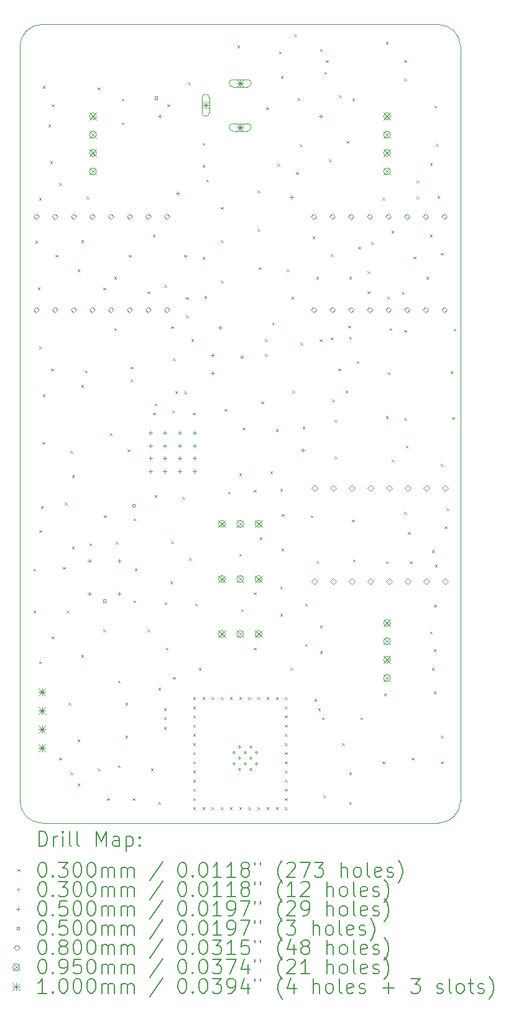
<source format=gbr>
%TF.GenerationSoftware,KiCad,Pcbnew,8.0.4*%
%TF.CreationDate,2025-01-23T14:04:12+11:00*%
%TF.ProjectId,Rotating_Cube_Shelf_2,526f7461-7469-46e6-975f-437562655f53,rev?*%
%TF.SameCoordinates,Original*%
%TF.FileFunction,Drillmap*%
%TF.FilePolarity,Positive*%
%FSLAX45Y45*%
G04 Gerber Fmt 4.5, Leading zero omitted, Abs format (unit mm)*
G04 Created by KiCad (PCBNEW 8.0.4) date 2025-01-23 14:04:12*
%MOMM*%
%LPD*%
G01*
G04 APERTURE LIST*
%ADD10C,0.050000*%
%ADD11C,0.200000*%
%ADD12C,0.100000*%
G04 APERTURE END LIST*
D10*
X-3000000Y4700000D02*
G75*
G02*
X-2700000Y5000000I300000J0D01*
G01*
X2700000Y5000000D02*
G75*
G02*
X3000000Y4700000I0J-300000D01*
G01*
X-2700000Y5000000D02*
X2700000Y5000000D01*
X-2700000Y-5875000D02*
G75*
G02*
X-3000000Y-5575000I0J300000D01*
G01*
X2700000Y-5875000D02*
X-2700000Y-5875000D01*
X3000000Y4700000D02*
X3000000Y-5575000D01*
X3000000Y-5575000D02*
G75*
G02*
X2700000Y-5875000I-300000J0D01*
G01*
X-3000000Y-5575000D02*
X-3000000Y4700000D01*
D11*
D12*
X-2815000Y-2410000D02*
X-2785000Y-2440000D01*
X-2785000Y-2410000D02*
X-2815000Y-2440000D01*
X-2815000Y-2985000D02*
X-2785000Y-3015000D01*
X-2785000Y-2985000D02*
X-2815000Y-3015000D01*
X-2789752Y2054143D02*
X-2759752Y2024143D01*
X-2759752Y2054143D02*
X-2789752Y2024143D01*
X-2759371Y1421195D02*
X-2729371Y1391195D01*
X-2729371Y1421195D02*
X-2759371Y1391195D01*
X-2740000Y2640000D02*
X-2710000Y2610000D01*
X-2710000Y2640000D02*
X-2740000Y2610000D01*
X-2739270Y-3673877D02*
X-2709270Y-3703877D01*
X-2709270Y-3673877D02*
X-2739270Y-3703877D01*
X-2735000Y615000D02*
X-2705000Y585000D01*
X-2705000Y615000D02*
X-2735000Y585000D01*
X-2735000Y-1885000D02*
X-2705000Y-1915000D01*
X-2705000Y-1885000D02*
X-2735000Y-1915000D01*
X-2715000Y-1560000D02*
X-2685000Y-1590000D01*
X-2685000Y-1560000D02*
X-2715000Y-1590000D01*
X-2695000Y-685000D02*
X-2665000Y-715000D01*
X-2665000Y-685000D02*
X-2695000Y-715000D01*
X-2690000Y4165000D02*
X-2660000Y4135000D01*
X-2660000Y4165000D02*
X-2690000Y4135000D01*
X-2690000Y-35000D02*
X-2660000Y-65000D01*
X-2660000Y-35000D02*
X-2690000Y-65000D01*
X-2615000Y3640000D02*
X-2585000Y3610000D01*
X-2585000Y3640000D02*
X-2615000Y3610000D01*
X-2590000Y3140000D02*
X-2560000Y3110000D01*
X-2560000Y3140000D02*
X-2590000Y3110000D01*
X-2575000Y315000D02*
X-2545000Y285000D01*
X-2545000Y315000D02*
X-2575000Y285000D01*
X-2565000Y3915000D02*
X-2535000Y3885000D01*
X-2535000Y3915000D02*
X-2565000Y3885000D01*
X-2565000Y-3335000D02*
X-2535000Y-3365000D01*
X-2535000Y-3335000D02*
X-2565000Y-3365000D01*
X-2515000Y1865000D02*
X-2485000Y1835000D01*
X-2485000Y1865000D02*
X-2515000Y1835000D01*
X-2465000Y2840000D02*
X-2435000Y2810000D01*
X-2435000Y2840000D02*
X-2465000Y2810000D01*
X-2465000Y-4985000D02*
X-2435000Y-5015000D01*
X-2435000Y-4985000D02*
X-2465000Y-5015000D01*
X-2415000Y-2385000D02*
X-2385000Y-2415000D01*
X-2385000Y-2385000D02*
X-2415000Y-2415000D01*
X-2390000Y-1510000D02*
X-2360000Y-1540000D01*
X-2360000Y-1510000D02*
X-2390000Y-1540000D01*
X-2365000Y-2985000D02*
X-2335000Y-3015000D01*
X-2335000Y-2985000D02*
X-2365000Y-3015000D01*
X-2340000Y-4235000D02*
X-2310000Y-4265000D01*
X-2310000Y-4235000D02*
X-2340000Y-4265000D01*
X-2315000Y-805000D02*
X-2285000Y-835000D01*
X-2285000Y-805000D02*
X-2315000Y-835000D01*
X-2315000Y-5185000D02*
X-2285000Y-5215000D01*
X-2285000Y-5185000D02*
X-2315000Y-5215000D01*
X-2290000Y-1135000D02*
X-2260000Y-1165000D01*
X-2260000Y-1135000D02*
X-2290000Y-1165000D01*
X-2290000Y-2110000D02*
X-2260000Y-2140000D01*
X-2260000Y-2110000D02*
X-2290000Y-2140000D01*
X-2215000Y1665000D02*
X-2185000Y1635000D01*
X-2185000Y1665000D02*
X-2215000Y1635000D01*
X-2215000Y-4735000D02*
X-2185000Y-4765000D01*
X-2185000Y-4735000D02*
X-2215000Y-4765000D01*
X-2215000Y-5335000D02*
X-2185000Y-5365000D01*
X-2185000Y-5335000D02*
X-2215000Y-5365000D01*
X-2165000Y2065000D02*
X-2135000Y2035000D01*
X-2135000Y2065000D02*
X-2165000Y2035000D01*
X-2165000Y90000D02*
X-2135000Y60000D01*
X-2135000Y90000D02*
X-2165000Y60000D01*
X-2165000Y-3585000D02*
X-2135000Y-3615000D01*
X-2135000Y-3585000D02*
X-2165000Y-3615000D01*
X-2115000Y290000D02*
X-2085000Y260000D01*
X-2085000Y290000D02*
X-2115000Y260000D01*
X-2095000Y2655000D02*
X-2065000Y2625000D01*
X-2065000Y2655000D02*
X-2095000Y2625000D01*
X-2055000Y-2065000D02*
X-2025000Y-2095000D01*
X-2025000Y-2065000D02*
X-2055000Y-2095000D01*
X-1940000Y4140000D02*
X-1910000Y4110000D01*
X-1910000Y4140000D02*
X-1940000Y4110000D01*
X-1940000Y-5135000D02*
X-1910000Y-5165000D01*
X-1910000Y-5135000D02*
X-1940000Y-5165000D01*
X-1865000Y1415000D02*
X-1835000Y1385000D01*
X-1835000Y1415000D02*
X-1865000Y1385000D01*
X-1865000Y-3235000D02*
X-1835000Y-3265000D01*
X-1835000Y-3235000D02*
X-1865000Y-3265000D01*
X-1855000Y-1685000D02*
X-1825000Y-1715000D01*
X-1825000Y-1685000D02*
X-1855000Y-1715000D01*
X-1815000Y-5535000D02*
X-1785000Y-5565000D01*
X-1785000Y-5535000D02*
X-1815000Y-5565000D01*
X-1775000Y-565000D02*
X-1745000Y-595000D01*
X-1745000Y-565000D02*
X-1775000Y-595000D01*
X-1715000Y1565000D02*
X-1685000Y1535000D01*
X-1685000Y1565000D02*
X-1715000Y1535000D01*
X-1715000Y865000D02*
X-1685000Y835000D01*
X-1685000Y865000D02*
X-1715000Y835000D01*
X-1695000Y-2045000D02*
X-1665000Y-2075000D01*
X-1665000Y-2045000D02*
X-1695000Y-2075000D01*
X-1665000Y-3935000D02*
X-1635000Y-3965000D01*
X-1635000Y-3935000D02*
X-1665000Y-3965000D01*
X-1665000Y-5085000D02*
X-1635000Y-5115000D01*
X-1635000Y-5085000D02*
X-1665000Y-5115000D01*
X-1615964Y3669177D02*
X-1585964Y3639177D01*
X-1585964Y3669177D02*
X-1615964Y3639177D01*
X-1615000Y3990000D02*
X-1585000Y3960000D01*
X-1585000Y3990000D02*
X-1615000Y3960000D01*
X-1565000Y-4235000D02*
X-1535000Y-4265000D01*
X-1535000Y-4235000D02*
X-1565000Y-4265000D01*
X-1565000Y-4685000D02*
X-1535000Y-4715000D01*
X-1535000Y-4685000D02*
X-1565000Y-4715000D01*
X-1535000Y-785000D02*
X-1505000Y-815000D01*
X-1505000Y-785000D02*
X-1535000Y-815000D01*
X-1515000Y1865000D02*
X-1485000Y1835000D01*
X-1485000Y1865000D02*
X-1515000Y1835000D01*
X-1490000Y340000D02*
X-1460000Y310000D01*
X-1460000Y340000D02*
X-1490000Y310000D01*
X-1490000Y165000D02*
X-1460000Y135000D01*
X-1460000Y165000D02*
X-1490000Y135000D01*
X-1465000Y-5535000D02*
X-1435000Y-5565000D01*
X-1435000Y-5535000D02*
X-1465000Y-5565000D01*
X-1455000Y-1725000D02*
X-1425000Y-1755000D01*
X-1425000Y-1725000D02*
X-1455000Y-1755000D01*
X-1455000Y-2845000D02*
X-1425000Y-2875000D01*
X-1425000Y-2845000D02*
X-1455000Y-2875000D01*
X-1435000Y-2405000D02*
X-1405000Y-2435000D01*
X-1405000Y-2405000D02*
X-1435000Y-2435000D01*
X-1265000Y1365000D02*
X-1235000Y1335000D01*
X-1235000Y1365000D02*
X-1265000Y1335000D01*
X-1265000Y-3235000D02*
X-1235000Y-3265000D01*
X-1235000Y-3235000D02*
X-1265000Y-3265000D01*
X-1215000Y-5135000D02*
X-1185000Y-5165000D01*
X-1185000Y-5135000D02*
X-1215000Y-5165000D01*
X-1190000Y2140000D02*
X-1160000Y2110000D01*
X-1160000Y2140000D02*
X-1190000Y2110000D01*
X-1185000Y-285000D02*
X-1155000Y-315000D01*
X-1155000Y-285000D02*
X-1185000Y-315000D01*
X-1165000Y-160000D02*
X-1135000Y-190000D01*
X-1135000Y-160000D02*
X-1165000Y-190000D01*
X-1165000Y-1410000D02*
X-1135000Y-1440000D01*
X-1135000Y-1410000D02*
X-1165000Y-1440000D01*
X-1115000Y-4035000D02*
X-1085000Y-4065000D01*
X-1085000Y-4035000D02*
X-1115000Y-4065000D01*
X-1115000Y-5585000D02*
X-1085000Y-5615000D01*
X-1085000Y-5585000D02*
X-1115000Y-5615000D01*
X-1040000Y-4313000D02*
X-1010000Y-4343000D01*
X-1010000Y-4313000D02*
X-1040000Y-4343000D01*
X-1040000Y-4435000D02*
X-1010000Y-4465000D01*
X-1010000Y-4435000D02*
X-1040000Y-4465000D01*
X-1040000Y-4567000D02*
X-1010000Y-4597000D01*
X-1010000Y-4567000D02*
X-1040000Y-4597000D01*
X-1035000Y1455000D02*
X-1005000Y1425000D01*
X-1005000Y1455000D02*
X-1035000Y1425000D01*
X-1030000Y-2870000D02*
X-1000000Y-2900000D01*
X-1000000Y-2870000D02*
X-1030000Y-2900000D01*
X-1015000Y-3485000D02*
X-985000Y-3515000D01*
X-985000Y-3485000D02*
X-1015000Y-3515000D01*
X-990000Y3915000D02*
X-960000Y3885000D01*
X-960000Y3915000D02*
X-990000Y3885000D01*
X-955000Y-2585000D02*
X-925000Y-2615000D01*
X-925000Y-2585000D02*
X-955000Y-2615000D01*
X-940000Y890000D02*
X-910000Y860000D01*
X-910000Y890000D02*
X-940000Y860000D01*
X-940000Y-2035000D02*
X-910000Y-2065000D01*
X-910000Y-2035000D02*
X-940000Y-2065000D01*
X-925000Y-255000D02*
X-895000Y-285000D01*
X-895000Y-255000D02*
X-925000Y-285000D01*
X-915000Y455000D02*
X-885000Y425000D01*
X-885000Y455000D02*
X-915000Y425000D01*
X-915000Y-3885000D02*
X-885000Y-3915000D01*
X-885000Y-3885000D02*
X-915000Y-3915000D01*
X-885000Y5000D02*
X-855000Y-25000D01*
X-855000Y5000D02*
X-885000Y-25000D01*
X-790000Y-1435000D02*
X-760000Y-1465000D01*
X-760000Y-1435000D02*
X-790000Y-1465000D01*
X-765000Y1865000D02*
X-735000Y1835000D01*
X-735000Y1865000D02*
X-765000Y1835000D01*
X-765000Y5000D02*
X-735000Y-25000D01*
X-735000Y5000D02*
X-765000Y-25000D01*
X-740000Y1290000D02*
X-710000Y1260000D01*
X-710000Y1290000D02*
X-740000Y1260000D01*
X-740000Y1040000D02*
X-710000Y1010000D01*
X-710000Y1040000D02*
X-740000Y1010000D01*
X-715000Y4215000D02*
X-685000Y4185000D01*
X-685000Y4215000D02*
X-715000Y4185000D01*
X-695000Y-2265000D02*
X-665000Y-2295000D01*
X-665000Y-2265000D02*
X-695000Y-2295000D01*
X-665000Y715000D02*
X-635000Y685000D01*
X-635000Y715000D02*
X-665000Y685000D01*
X-645000Y-285000D02*
X-615000Y-315000D01*
X-615000Y-285000D02*
X-645000Y-315000D01*
X-640000Y-4160000D02*
X-610000Y-4190000D01*
X-610000Y-4160000D02*
X-640000Y-4190000D01*
X-640000Y-4285000D02*
X-610000Y-4315000D01*
X-610000Y-4285000D02*
X-640000Y-4315000D01*
X-640000Y-4410000D02*
X-610000Y-4440000D01*
X-610000Y-4410000D02*
X-640000Y-4440000D01*
X-640000Y-4535000D02*
X-610000Y-4565000D01*
X-610000Y-4535000D02*
X-640000Y-4565000D01*
X-640000Y-4660000D02*
X-610000Y-4690000D01*
X-610000Y-4660000D02*
X-640000Y-4690000D01*
X-640000Y-4785000D02*
X-610000Y-4815000D01*
X-610000Y-4785000D02*
X-640000Y-4815000D01*
X-640000Y-4910000D02*
X-610000Y-4940000D01*
X-610000Y-4910000D02*
X-640000Y-4940000D01*
X-640000Y-5035000D02*
X-610000Y-5065000D01*
X-610000Y-5035000D02*
X-640000Y-5065000D01*
X-640000Y-5160000D02*
X-610000Y-5190000D01*
X-610000Y-5160000D02*
X-640000Y-5190000D01*
X-640000Y-5285000D02*
X-610000Y-5315000D01*
X-610000Y-5285000D02*
X-640000Y-5315000D01*
X-640000Y-5410000D02*
X-610000Y-5440000D01*
X-610000Y-5410000D02*
X-640000Y-5440000D01*
X-640000Y-5535000D02*
X-610000Y-5565000D01*
X-610000Y-5535000D02*
X-640000Y-5565000D01*
X-640000Y-5660000D02*
X-610000Y-5690000D01*
X-610000Y-5660000D02*
X-640000Y-5690000D01*
X-615000Y-2885000D02*
X-585000Y-2915000D01*
X-585000Y-2885000D02*
X-615000Y-2915000D01*
X-565000Y-3760000D02*
X-535000Y-3790000D01*
X-535000Y-3760000D02*
X-565000Y-3790000D01*
X-515000Y3390000D02*
X-485000Y3360000D01*
X-485000Y3390000D02*
X-515000Y3360000D01*
X-515000Y3090000D02*
X-485000Y3060000D01*
X-485000Y3090000D02*
X-515000Y3060000D01*
X-515000Y1835000D02*
X-485000Y1805000D01*
X-485000Y1835000D02*
X-515000Y1805000D01*
X-515000Y-4160000D02*
X-485000Y-4190000D01*
X-485000Y-4160000D02*
X-515000Y-4190000D01*
X-515000Y-5660000D02*
X-485000Y-5690000D01*
X-485000Y-5660000D02*
X-515000Y-5690000D01*
X-490000Y1302300D02*
X-460000Y1272300D01*
X-460000Y1302300D02*
X-490000Y1272300D01*
X-465000Y2890000D02*
X-435000Y2860000D01*
X-435000Y2890000D02*
X-465000Y2860000D01*
X-390000Y-4160000D02*
X-360000Y-4190000D01*
X-360000Y-4160000D02*
X-390000Y-4190000D01*
X-390000Y-5660000D02*
X-360000Y-5690000D01*
X-360000Y-5660000D02*
X-390000Y-5690000D01*
X-265000Y2515000D02*
X-235000Y2485000D01*
X-235000Y2515000D02*
X-265000Y2485000D01*
X-265000Y2065000D02*
X-235000Y2035000D01*
X-235000Y2065000D02*
X-265000Y2035000D01*
X-265000Y1515000D02*
X-235000Y1485000D01*
X-235000Y1515000D02*
X-265000Y1485000D01*
X-265000Y-4160000D02*
X-235000Y-4190000D01*
X-235000Y-4160000D02*
X-265000Y-4190000D01*
X-265000Y-5660000D02*
X-235000Y-5690000D01*
X-235000Y-5660000D02*
X-265000Y-5690000D01*
X-215000Y-235000D02*
X-185000Y-265000D01*
X-185000Y-235000D02*
X-215000Y-265000D01*
X-165000Y-1360000D02*
X-135000Y-1390000D01*
X-135000Y-1360000D02*
X-165000Y-1390000D01*
X-140000Y-4160000D02*
X-110000Y-4190000D01*
X-110000Y-4160000D02*
X-140000Y-4190000D01*
X-140000Y-5660000D02*
X-110000Y-5690000D01*
X-110000Y-5660000D02*
X-140000Y-5690000D01*
X-40000Y4715000D02*
X-10000Y4685000D01*
X-10000Y4715000D02*
X-40000Y4685000D01*
X-15000Y-1110000D02*
X15000Y-1140000D01*
X15000Y-1110000D02*
X-15000Y-1140000D01*
X-15000Y-2210000D02*
X15000Y-2240000D01*
X15000Y-2210000D02*
X-15000Y-2240000D01*
X-15000Y-4160000D02*
X15000Y-4190000D01*
X15000Y-4160000D02*
X-15000Y-4190000D01*
X-15000Y-5660000D02*
X15000Y-5690000D01*
X15000Y-5660000D02*
X-15000Y-5690000D01*
X10000Y-2960000D02*
X40000Y-2990000D01*
X40000Y-2960000D02*
X10000Y-2990000D01*
X30666Y-487777D02*
X60666Y-517777D01*
X60666Y-487777D02*
X30666Y-517777D01*
X110000Y-4160000D02*
X140000Y-4190000D01*
X140000Y-4160000D02*
X110000Y-4190000D01*
X110000Y-5660000D02*
X140000Y-5690000D01*
X140000Y-5660000D02*
X110000Y-5690000D01*
X185000Y-1335000D02*
X215000Y-1365000D01*
X215000Y-1335000D02*
X185000Y-1365000D01*
X185000Y-2735000D02*
X215000Y-2765000D01*
X215000Y-2735000D02*
X185000Y-2765000D01*
X185000Y-3485000D02*
X215000Y-3515000D01*
X215000Y-3485000D02*
X185000Y-3515000D01*
X235000Y2740000D02*
X265000Y2710000D01*
X265000Y2740000D02*
X235000Y2710000D01*
X235000Y2215000D02*
X265000Y2185000D01*
X265000Y2215000D02*
X235000Y2185000D01*
X235000Y-4160000D02*
X265000Y-4190000D01*
X265000Y-4160000D02*
X235000Y-4190000D01*
X235000Y-5660000D02*
X265000Y-5690000D01*
X265000Y-5660000D02*
X235000Y-5690000D01*
X253463Y1694629D02*
X283463Y1664629D01*
X283463Y1694629D02*
X253463Y1664629D01*
X265000Y-1985000D02*
X295000Y-2015000D01*
X295000Y-1985000D02*
X265000Y-2015000D01*
X285000Y-135000D02*
X315000Y-165000D01*
X315000Y-135000D02*
X285000Y-165000D01*
X335000Y715000D02*
X365000Y685000D01*
X365000Y715000D02*
X335000Y685000D01*
X335000Y515000D02*
X365000Y485000D01*
X365000Y515000D02*
X335000Y485000D01*
X354735Y3871971D02*
X384735Y3841971D01*
X384735Y3871971D02*
X354735Y3841971D01*
X360000Y-4160000D02*
X390000Y-4190000D01*
X390000Y-4160000D02*
X360000Y-4190000D01*
X360000Y-5660000D02*
X390000Y-5690000D01*
X390000Y-5660000D02*
X360000Y-5690000D01*
X410000Y-1085000D02*
X440000Y-1115000D01*
X440000Y-1085000D02*
X410000Y-1115000D01*
X435000Y940000D02*
X465000Y910000D01*
X465000Y940000D02*
X435000Y910000D01*
X485000Y-510000D02*
X515000Y-540000D01*
X515000Y-510000D02*
X485000Y-540000D01*
X485000Y-4160000D02*
X515000Y-4190000D01*
X515000Y-4160000D02*
X485000Y-4190000D01*
X485000Y-5660000D02*
X515000Y-5690000D01*
X515000Y-5660000D02*
X485000Y-5690000D01*
X505322Y3102984D02*
X535322Y3072984D01*
X535322Y3102984D02*
X505322Y3072984D01*
X526897Y4631509D02*
X556897Y4601509D01*
X556897Y4631509D02*
X526897Y4601509D01*
X545000Y-1325000D02*
X575000Y-1355000D01*
X575000Y-1325000D02*
X545000Y-1355000D01*
X545000Y-2655759D02*
X575000Y-2685759D01*
X575000Y-2655759D02*
X545000Y-2685759D01*
X545000Y-3025000D02*
X575000Y-3055000D01*
X575000Y-3025000D02*
X545000Y-3055000D01*
X552215Y4297312D02*
X582215Y4267312D01*
X582215Y4297312D02*
X552215Y4267312D01*
X560000Y-2135000D02*
X590000Y-2165000D01*
X590000Y-2135000D02*
X560000Y-2165000D01*
X565000Y-1665000D02*
X595000Y-1695000D01*
X595000Y-1665000D02*
X565000Y-1695000D01*
X610000Y-4160000D02*
X640000Y-4190000D01*
X640000Y-4160000D02*
X610000Y-4190000D01*
X610000Y-4285000D02*
X640000Y-4315000D01*
X640000Y-4285000D02*
X610000Y-4315000D01*
X610000Y-4410000D02*
X640000Y-4440000D01*
X640000Y-4410000D02*
X610000Y-4440000D01*
X610000Y-4535000D02*
X640000Y-4565000D01*
X640000Y-4535000D02*
X610000Y-4565000D01*
X610000Y-4660000D02*
X640000Y-4690000D01*
X640000Y-4660000D02*
X610000Y-4690000D01*
X610000Y-4785000D02*
X640000Y-4815000D01*
X640000Y-4785000D02*
X610000Y-4815000D01*
X610000Y-4910000D02*
X640000Y-4940000D01*
X640000Y-4910000D02*
X610000Y-4940000D01*
X610000Y-5035000D02*
X640000Y-5065000D01*
X640000Y-5035000D02*
X610000Y-5065000D01*
X610000Y-5160000D02*
X640000Y-5190000D01*
X640000Y-5160000D02*
X610000Y-5190000D01*
X610000Y-5285000D02*
X640000Y-5315000D01*
X640000Y-5285000D02*
X610000Y-5315000D01*
X610000Y-5410000D02*
X640000Y-5440000D01*
X640000Y-5410000D02*
X610000Y-5440000D01*
X610000Y-5535000D02*
X640000Y-5565000D01*
X640000Y-5535000D02*
X610000Y-5565000D01*
X610000Y-5660000D02*
X640000Y-5690000D01*
X640000Y-5660000D02*
X610000Y-5690000D01*
X635000Y1665000D02*
X665000Y1635000D01*
X665000Y1665000D02*
X635000Y1635000D01*
X685000Y-3760000D02*
X715000Y-3790000D01*
X715000Y-3760000D02*
X685000Y-3790000D01*
X695000Y1295000D02*
X725000Y1265000D01*
X725000Y1295000D02*
X695000Y1265000D01*
X710000Y15000D02*
X740000Y-15000D01*
X740000Y15000D02*
X710000Y-15000D01*
X735000Y4865000D02*
X765000Y4835000D01*
X765000Y4865000D02*
X735000Y4835000D01*
X760000Y2990000D02*
X790000Y2960000D01*
X790000Y2990000D02*
X760000Y2960000D01*
X780076Y3998561D02*
X810076Y3968561D01*
X810076Y3998561D02*
X780076Y3968561D01*
X810000Y3365000D02*
X840000Y3335000D01*
X840000Y3365000D02*
X810000Y3335000D01*
X818586Y666200D02*
X848586Y636200D01*
X848586Y666200D02*
X818586Y636200D01*
X850967Y-477650D02*
X880967Y-507650D01*
X880967Y-477650D02*
X850967Y-507650D01*
X885000Y-2885000D02*
X915000Y-2915000D01*
X915000Y-2885000D02*
X885000Y-2915000D01*
X885000Y-3435000D02*
X915000Y-3465000D01*
X915000Y-3435000D02*
X885000Y-3465000D01*
X960000Y-1685000D02*
X990000Y-1715000D01*
X990000Y-1685000D02*
X960000Y-1715000D01*
X985000Y2115000D02*
X1015000Y2085000D01*
X1015000Y2115000D02*
X985000Y2085000D01*
X1010000Y-4185000D02*
X1040000Y-4215000D01*
X1040000Y-4185000D02*
X1010000Y-4215000D01*
X1035000Y1565000D02*
X1065000Y1535000D01*
X1065000Y1565000D02*
X1035000Y1535000D01*
X1041226Y-2303797D02*
X1071226Y-2333797D01*
X1071226Y-2303797D02*
X1041226Y-2333797D01*
X1060000Y-4310000D02*
X1090000Y-4340000D01*
X1090000Y-4310000D02*
X1060000Y-4340000D01*
X1084105Y714702D02*
X1114105Y684702D01*
X1114105Y714702D02*
X1084105Y684702D01*
X1085000Y4665000D02*
X1115000Y4635000D01*
X1115000Y4665000D02*
X1085000Y4635000D01*
X1085000Y-3185000D02*
X1115000Y-3215000D01*
X1115000Y-3185000D02*
X1085000Y-3215000D01*
X1085000Y-3535000D02*
X1115000Y-3565000D01*
X1115000Y-3535000D02*
X1085000Y-3565000D01*
X1110000Y-4435000D02*
X1140000Y-4465000D01*
X1140000Y-4435000D02*
X1110000Y-4465000D01*
X1135000Y-5497700D02*
X1165000Y-5527700D01*
X1165000Y-5497700D02*
X1135000Y-5527700D01*
X1145000Y4355000D02*
X1175000Y4325000D01*
X1175000Y4355000D02*
X1145000Y4325000D01*
X1165000Y4515000D02*
X1195000Y4485000D01*
X1195000Y4515000D02*
X1165000Y4485000D01*
X1210000Y3165000D02*
X1240000Y3135000D01*
X1240000Y3165000D02*
X1210000Y3135000D01*
X1235000Y1875000D02*
X1265000Y1845000D01*
X1265000Y1875000D02*
X1235000Y1845000D01*
X1235000Y740000D02*
X1265000Y710000D01*
X1265000Y740000D02*
X1235000Y710000D01*
X1250990Y-102944D02*
X1280990Y-132944D01*
X1280990Y-102944D02*
X1250990Y-132944D01*
X1285000Y-385000D02*
X1315000Y-415000D01*
X1315000Y-385000D02*
X1285000Y-415000D01*
X1285000Y-885000D02*
X1315000Y-915000D01*
X1315000Y-885000D02*
X1285000Y-915000D01*
X1335000Y315000D02*
X1365000Y285000D01*
X1365000Y315000D02*
X1335000Y285000D01*
X1345000Y4035000D02*
X1375000Y4005000D01*
X1375000Y4035000D02*
X1345000Y4005000D01*
X1385000Y-4785000D02*
X1415000Y-4815000D01*
X1415000Y-4785000D02*
X1385000Y-4815000D01*
X1435000Y15000D02*
X1465000Y-15000D01*
X1465000Y15000D02*
X1435000Y-15000D01*
X1445000Y3415000D02*
X1475000Y3385000D01*
X1475000Y3415000D02*
X1445000Y3385000D01*
X1470000Y900000D02*
X1500000Y870000D01*
X1500000Y900000D02*
X1470000Y870000D01*
X1485000Y1565000D02*
X1515000Y1535000D01*
X1515000Y1565000D02*
X1485000Y1535000D01*
X1485000Y747500D02*
X1515000Y717500D01*
X1515000Y747500D02*
X1485000Y717500D01*
X1485000Y-5185000D02*
X1515000Y-5215000D01*
X1515000Y-5185000D02*
X1485000Y-5215000D01*
X1485000Y-5585000D02*
X1515000Y-5615000D01*
X1515000Y-5585000D02*
X1485000Y-5615000D01*
X1524424Y-1743546D02*
X1554424Y-1773546D01*
X1554424Y-1743546D02*
X1524424Y-1773546D01*
X1525000Y3995000D02*
X1555000Y3965000D01*
X1555000Y3995000D02*
X1525000Y3965000D01*
X1535000Y-2285000D02*
X1565000Y-2315000D01*
X1565000Y-2285000D02*
X1535000Y-2315000D01*
X1585000Y415000D02*
X1615000Y385000D01*
X1615000Y415000D02*
X1585000Y385000D01*
X1605000Y1975000D02*
X1635000Y1945000D01*
X1635000Y1975000D02*
X1605000Y1945000D01*
X1635000Y-4435000D02*
X1665000Y-4465000D01*
X1665000Y-4435000D02*
X1635000Y-4465000D01*
X1735000Y1640000D02*
X1765000Y1610000D01*
X1765000Y1640000D02*
X1735000Y1610000D01*
X1735000Y1365000D02*
X1765000Y1335000D01*
X1765000Y1365000D02*
X1735000Y1335000D01*
X1785000Y2040000D02*
X1815000Y2010000D01*
X1815000Y2040000D02*
X1785000Y2010000D01*
X1935000Y2640000D02*
X1965000Y2610000D01*
X1965000Y2640000D02*
X1935000Y2610000D01*
X1935000Y-5035000D02*
X1965000Y-5065000D01*
X1965000Y-5035000D02*
X1935000Y-5065000D01*
X1960000Y-4110000D02*
X1990000Y-4140000D01*
X1990000Y-4110000D02*
X1960000Y-4140000D01*
X1985000Y4765000D02*
X2015000Y4735000D01*
X2015000Y4765000D02*
X1985000Y4735000D01*
X1985000Y-335000D02*
X2015000Y-365000D01*
X2015000Y-335000D02*
X1985000Y-365000D01*
X1985000Y-2310000D02*
X2015000Y-2340000D01*
X2015000Y-2310000D02*
X1985000Y-2340000D01*
X2005000Y1295000D02*
X2035000Y1265000D01*
X2035000Y1295000D02*
X2005000Y1265000D01*
X2010000Y265000D02*
X2040000Y235000D01*
X2040000Y265000D02*
X2010000Y235000D01*
X2035000Y865000D02*
X2065000Y835000D01*
X2065000Y865000D02*
X2035000Y835000D01*
X2060000Y2190000D02*
X2090000Y2160000D01*
X2090000Y2190000D02*
X2060000Y2160000D01*
X2065000Y-925000D02*
X2095000Y-955000D01*
X2095000Y-925000D02*
X2065000Y-955000D01*
X2205000Y1355000D02*
X2235000Y1325000D01*
X2235000Y1355000D02*
X2205000Y1325000D01*
X2235000Y4515000D02*
X2265000Y4485000D01*
X2265000Y4515000D02*
X2235000Y4485000D01*
X2235000Y4265000D02*
X2265000Y4235000D01*
X2265000Y4265000D02*
X2235000Y4235000D01*
X2235000Y840000D02*
X2265000Y810000D01*
X2265000Y840000D02*
X2235000Y810000D01*
X2235000Y-360000D02*
X2265000Y-390000D01*
X2265000Y-360000D02*
X2235000Y-390000D01*
X2235000Y-1635000D02*
X2265000Y-1665000D01*
X2265000Y-1635000D02*
X2235000Y-1665000D01*
X2255000Y-735000D02*
X2285000Y-765000D01*
X2285000Y-735000D02*
X2255000Y-765000D01*
X2285000Y-1910000D02*
X2315000Y-1940000D01*
X2315000Y-1910000D02*
X2285000Y-1940000D01*
X2310000Y-2310000D02*
X2340000Y-2340000D01*
X2340000Y-2310000D02*
X2310000Y-2340000D01*
X2335000Y-4985000D02*
X2365000Y-5015000D01*
X2365000Y-4985000D02*
X2335000Y-5015000D01*
X2360000Y1840000D02*
X2390000Y1810000D01*
X2390000Y1840000D02*
X2360000Y1810000D01*
X2405000Y2875000D02*
X2435000Y2845000D01*
X2435000Y2875000D02*
X2405000Y2845000D01*
X2405000Y2655000D02*
X2435000Y2625000D01*
X2435000Y2655000D02*
X2405000Y2625000D01*
X2535000Y1565000D02*
X2565000Y1535000D01*
X2565000Y1565000D02*
X2535000Y1535000D01*
X2585000Y3115000D02*
X2615000Y3085000D01*
X2615000Y3115000D02*
X2585000Y3085000D01*
X2585000Y2140000D02*
X2615000Y2110000D01*
X2615000Y2140000D02*
X2585000Y2110000D01*
X2585000Y-3265000D02*
X2615000Y-3295000D01*
X2615000Y-3265000D02*
X2585000Y-3295000D01*
X2610000Y-2160000D02*
X2640000Y-2190000D01*
X2640000Y-2160000D02*
X2610000Y-2190000D01*
X2610000Y-3760000D02*
X2640000Y-3790000D01*
X2640000Y-3760000D02*
X2610000Y-3790000D01*
X2635000Y-3510000D02*
X2665000Y-3540000D01*
X2665000Y-3510000D02*
X2635000Y-3540000D01*
X2635000Y-4085000D02*
X2665000Y-4115000D01*
X2665000Y-4085000D02*
X2635000Y-4115000D01*
X2642120Y-2904095D02*
X2672120Y-2934095D01*
X2672120Y-2904095D02*
X2642120Y-2934095D01*
X2643476Y3897289D02*
X2673476Y3867289D01*
X2673476Y3897289D02*
X2643476Y3867289D01*
X2653604Y-2356240D02*
X2683604Y-2386240D01*
X2683604Y-2356240D02*
X2653604Y-2386240D01*
X2665000Y3375000D02*
X2695000Y3345000D01*
X2695000Y3375000D02*
X2665000Y3345000D01*
X2685000Y2665000D02*
X2715000Y2635000D01*
X2715000Y2665000D02*
X2685000Y2635000D01*
X2735000Y1890000D02*
X2765000Y1860000D01*
X2765000Y1890000D02*
X2735000Y1860000D01*
X2735000Y-985000D02*
X2765000Y-1015000D01*
X2765000Y-985000D02*
X2735000Y-1015000D01*
X2735000Y-4685000D02*
X2765000Y-4715000D01*
X2765000Y-4685000D02*
X2735000Y-4715000D01*
X2735000Y-5035000D02*
X2765000Y-5065000D01*
X2765000Y-5035000D02*
X2735000Y-5065000D01*
X2785000Y-1835000D02*
X2815000Y-1865000D01*
X2815000Y-1835000D02*
X2785000Y-1865000D01*
X2810000Y-1585000D02*
X2840000Y-1615000D01*
X2840000Y-1585000D02*
X2810000Y-1615000D01*
X2865000Y275000D02*
X2895000Y245000D01*
X2895000Y275000D02*
X2865000Y245000D01*
X2885000Y-345000D02*
X2915000Y-375000D01*
X2915000Y-345000D02*
X2885000Y-375000D01*
X2905000Y855000D02*
X2935000Y825000D01*
X2935000Y855000D02*
X2905000Y825000D01*
X-69500Y-4914750D02*
G75*
G02*
X-99500Y-4914750I-15000J0D01*
G01*
X-99500Y-4914750D02*
G75*
G02*
X-69500Y-4914750I15000J0D01*
G01*
X-69500Y-5067250D02*
G75*
G02*
X-99500Y-5067250I-15000J0D01*
G01*
X-99500Y-5067250D02*
G75*
G02*
X-69500Y-5067250I15000J0D01*
G01*
X6750Y-4838500D02*
G75*
G02*
X-23250Y-4838500I-15000J0D01*
G01*
X-23250Y-4838500D02*
G75*
G02*
X6750Y-4838500I15000J0D01*
G01*
X6750Y-4991000D02*
G75*
G02*
X-23250Y-4991000I-15000J0D01*
G01*
X-23250Y-4991000D02*
G75*
G02*
X6750Y-4991000I15000J0D01*
G01*
X6750Y-5143500D02*
G75*
G02*
X-23250Y-5143500I-15000J0D01*
G01*
X-23250Y-5143500D02*
G75*
G02*
X6750Y-5143500I15000J0D01*
G01*
X83000Y-4914750D02*
G75*
G02*
X53000Y-4914750I-15000J0D01*
G01*
X53000Y-4914750D02*
G75*
G02*
X83000Y-4914750I15000J0D01*
G01*
X83000Y-5067250D02*
G75*
G02*
X53000Y-5067250I-15000J0D01*
G01*
X53000Y-5067250D02*
G75*
G02*
X83000Y-5067250I15000J0D01*
G01*
X159250Y-4838500D02*
G75*
G02*
X129250Y-4838500I-15000J0D01*
G01*
X129250Y-4838500D02*
G75*
G02*
X159250Y-4838500I15000J0D01*
G01*
X159250Y-4991000D02*
G75*
G02*
X129250Y-4991000I-15000J0D01*
G01*
X129250Y-4991000D02*
G75*
G02*
X159250Y-4991000I15000J0D01*
G01*
X159250Y-5143500D02*
G75*
G02*
X129250Y-5143500I-15000J0D01*
G01*
X129250Y-5143500D02*
G75*
G02*
X159250Y-5143500I15000J0D01*
G01*
X235500Y-4914750D02*
G75*
G02*
X205500Y-4914750I-15000J0D01*
G01*
X205500Y-4914750D02*
G75*
G02*
X235500Y-4914750I15000J0D01*
G01*
X235500Y-5067250D02*
G75*
G02*
X205500Y-5067250I-15000J0D01*
G01*
X205500Y-5067250D02*
G75*
G02*
X235500Y-5067250I15000J0D01*
G01*
X-2050000Y-2275000D02*
X-2050000Y-2325000D01*
X-2075000Y-2300000D02*
X-2025000Y-2300000D01*
X-2050000Y-2725000D02*
X-2050000Y-2775000D01*
X-2075000Y-2750000D02*
X-2025000Y-2750000D01*
X-1650000Y-2275000D02*
X-1650000Y-2325000D01*
X-1675000Y-2300000D02*
X-1625000Y-2300000D01*
X-1650000Y-2725000D02*
X-1650000Y-2775000D01*
X-1675000Y-2750000D02*
X-1625000Y-2750000D01*
X-1225000Y-535000D02*
X-1225000Y-585000D01*
X-1250000Y-560000D02*
X-1200000Y-560000D01*
X-1225000Y-710000D02*
X-1225000Y-760000D01*
X-1250000Y-735000D02*
X-1200000Y-735000D01*
X-1225000Y-885000D02*
X-1225000Y-935000D01*
X-1250000Y-910000D02*
X-1200000Y-910000D01*
X-1225000Y-1060000D02*
X-1225000Y-1110000D01*
X-1250000Y-1085000D02*
X-1200000Y-1085000D01*
X-1100000Y3775000D02*
X-1100000Y3725000D01*
X-1125000Y3750000D02*
X-1075000Y3750000D01*
X-1025000Y-535000D02*
X-1025000Y-585000D01*
X-1050000Y-560000D02*
X-1000000Y-560000D01*
X-1025000Y-710000D02*
X-1025000Y-760000D01*
X-1050000Y-735000D02*
X-1000000Y-735000D01*
X-1025000Y-885000D02*
X-1025000Y-935000D01*
X-1050000Y-910000D02*
X-1000000Y-910000D01*
X-1025000Y-1060000D02*
X-1025000Y-1110000D01*
X-1050000Y-1085000D02*
X-1000000Y-1085000D01*
X-850000Y2725000D02*
X-850000Y2675000D01*
X-875000Y2700000D02*
X-825000Y2700000D01*
X-825000Y-535000D02*
X-825000Y-585000D01*
X-850000Y-560000D02*
X-800000Y-560000D01*
X-825000Y-710000D02*
X-825000Y-760000D01*
X-850000Y-735000D02*
X-800000Y-735000D01*
X-825000Y-885000D02*
X-825000Y-935000D01*
X-850000Y-910000D02*
X-800000Y-910000D01*
X-825000Y-1060000D02*
X-825000Y-1110000D01*
X-850000Y-1085000D02*
X-800000Y-1085000D01*
X-625000Y-535000D02*
X-625000Y-585000D01*
X-650000Y-560000D02*
X-600000Y-560000D01*
X-625000Y-710000D02*
X-625000Y-760000D01*
X-650000Y-735000D02*
X-600000Y-735000D01*
X-625000Y-885000D02*
X-625000Y-935000D01*
X-650000Y-910000D02*
X-600000Y-910000D01*
X-625000Y-1060000D02*
X-625000Y-1110000D01*
X-650000Y-1085000D02*
X-600000Y-1085000D01*
X-375000Y525000D02*
X-375000Y475000D01*
X-400000Y500000D02*
X-350000Y500000D01*
X-375000Y275000D02*
X-375000Y225000D01*
X-400000Y250000D02*
X-350000Y250000D01*
X-275000Y900000D02*
X-275000Y850000D01*
X-300000Y875000D02*
X-250000Y875000D01*
X25000Y500000D02*
X25000Y450000D01*
X0Y475000D02*
X50000Y475000D01*
X700000Y2675000D02*
X700000Y2625000D01*
X675000Y2650000D02*
X725000Y2650000D01*
X850000Y-775000D02*
X850000Y-825000D01*
X825000Y-800000D02*
X875000Y-800000D01*
X1100000Y3775000D02*
X1100000Y3725000D01*
X1075000Y3750000D02*
X1125000Y3750000D01*
X-1832322Y-2867678D02*
X-1832322Y-2832322D01*
X-1867678Y-2832322D01*
X-1867678Y-2867678D01*
X-1832322Y-2867678D01*
X-1432322Y-1567678D02*
X-1432322Y-1532322D01*
X-1467678Y-1532322D01*
X-1467678Y-1567678D01*
X-1432322Y-1567678D01*
X-1132322Y3982322D02*
X-1132322Y4017678D01*
X-1167678Y4017678D01*
X-1167678Y3982322D01*
X-1132322Y3982322D01*
X-2778000Y2344000D02*
X-2738000Y2384000D01*
X-2778000Y2424000D01*
X-2818000Y2384000D01*
X-2778000Y2344000D01*
X-2778000Y1074000D02*
X-2738000Y1114000D01*
X-2778000Y1154000D01*
X-2818000Y1114000D01*
X-2778000Y1074000D01*
X-2524000Y2344000D02*
X-2484000Y2384000D01*
X-2524000Y2424000D01*
X-2564000Y2384000D01*
X-2524000Y2344000D01*
X-2524000Y1074000D02*
X-2484000Y1114000D01*
X-2524000Y1154000D01*
X-2564000Y1114000D01*
X-2524000Y1074000D01*
X-2270000Y2344000D02*
X-2230000Y2384000D01*
X-2270000Y2424000D01*
X-2310000Y2384000D01*
X-2270000Y2344000D01*
X-2270000Y1074000D02*
X-2230000Y1114000D01*
X-2270000Y1154000D01*
X-2310000Y1114000D01*
X-2270000Y1074000D01*
X-2016000Y2344000D02*
X-1976000Y2384000D01*
X-2016000Y2424000D01*
X-2056000Y2384000D01*
X-2016000Y2344000D01*
X-2016000Y1074000D02*
X-1976000Y1114000D01*
X-2016000Y1154000D01*
X-2056000Y1114000D01*
X-2016000Y1074000D01*
X-1762000Y2344000D02*
X-1722000Y2384000D01*
X-1762000Y2424000D01*
X-1802000Y2384000D01*
X-1762000Y2344000D01*
X-1762000Y1074000D02*
X-1722000Y1114000D01*
X-1762000Y1154000D01*
X-1802000Y1114000D01*
X-1762000Y1074000D01*
X-1508000Y2344000D02*
X-1468000Y2384000D01*
X-1508000Y2424000D01*
X-1548000Y2384000D01*
X-1508000Y2344000D01*
X-1508000Y1074000D02*
X-1468000Y1114000D01*
X-1508000Y1154000D01*
X-1548000Y1114000D01*
X-1508000Y1074000D01*
X-1254000Y2344000D02*
X-1214000Y2384000D01*
X-1254000Y2424000D01*
X-1294000Y2384000D01*
X-1254000Y2344000D01*
X-1254000Y1074000D02*
X-1214000Y1114000D01*
X-1254000Y1154000D01*
X-1294000Y1114000D01*
X-1254000Y1074000D01*
X-1000000Y2344000D02*
X-960000Y2384000D01*
X-1000000Y2424000D01*
X-1040000Y2384000D01*
X-1000000Y2344000D01*
X-1000000Y1074000D02*
X-960000Y1114000D01*
X-1000000Y1154000D01*
X-1040000Y1114000D01*
X-1000000Y1074000D01*
X1002000Y2344000D02*
X1042000Y2384000D01*
X1002000Y2424000D01*
X962000Y2384000D01*
X1002000Y2344000D01*
X1002000Y1074000D02*
X1042000Y1114000D01*
X1002000Y1154000D01*
X962000Y1114000D01*
X1002000Y1074000D01*
X1011000Y-1354000D02*
X1051000Y-1314000D01*
X1011000Y-1274000D01*
X971000Y-1314000D01*
X1011000Y-1354000D01*
X1011000Y-2624000D02*
X1051000Y-2584000D01*
X1011000Y-2544000D01*
X971000Y-2584000D01*
X1011000Y-2624000D01*
X1256000Y2344000D02*
X1296000Y2384000D01*
X1256000Y2424000D01*
X1216000Y2384000D01*
X1256000Y2344000D01*
X1256000Y1074000D02*
X1296000Y1114000D01*
X1256000Y1154000D01*
X1216000Y1114000D01*
X1256000Y1074000D01*
X1265000Y-1354000D02*
X1305000Y-1314000D01*
X1265000Y-1274000D01*
X1225000Y-1314000D01*
X1265000Y-1354000D01*
X1265000Y-2624000D02*
X1305000Y-2584000D01*
X1265000Y-2544000D01*
X1225000Y-2584000D01*
X1265000Y-2624000D01*
X1510000Y2344000D02*
X1550000Y2384000D01*
X1510000Y2424000D01*
X1470000Y2384000D01*
X1510000Y2344000D01*
X1510000Y1074000D02*
X1550000Y1114000D01*
X1510000Y1154000D01*
X1470000Y1114000D01*
X1510000Y1074000D01*
X1519000Y-1354000D02*
X1559000Y-1314000D01*
X1519000Y-1274000D01*
X1479000Y-1314000D01*
X1519000Y-1354000D01*
X1519000Y-2624000D02*
X1559000Y-2584000D01*
X1519000Y-2544000D01*
X1479000Y-2584000D01*
X1519000Y-2624000D01*
X1764000Y2344000D02*
X1804000Y2384000D01*
X1764000Y2424000D01*
X1724000Y2384000D01*
X1764000Y2344000D01*
X1764000Y1074000D02*
X1804000Y1114000D01*
X1764000Y1154000D01*
X1724000Y1114000D01*
X1764000Y1074000D01*
X1773000Y-1354000D02*
X1813000Y-1314000D01*
X1773000Y-1274000D01*
X1733000Y-1314000D01*
X1773000Y-1354000D01*
X1773000Y-2624000D02*
X1813000Y-2584000D01*
X1773000Y-2544000D01*
X1733000Y-2584000D01*
X1773000Y-2624000D01*
X2018000Y2344000D02*
X2058000Y2384000D01*
X2018000Y2424000D01*
X1978000Y2384000D01*
X2018000Y2344000D01*
X2018000Y1074000D02*
X2058000Y1114000D01*
X2018000Y1154000D01*
X1978000Y1114000D01*
X2018000Y1074000D01*
X2027000Y-1354000D02*
X2067000Y-1314000D01*
X2027000Y-1274000D01*
X1987000Y-1314000D01*
X2027000Y-1354000D01*
X2027000Y-2624000D02*
X2067000Y-2584000D01*
X2027000Y-2544000D01*
X1987000Y-2584000D01*
X2027000Y-2624000D01*
X2272000Y2344000D02*
X2312000Y2384000D01*
X2272000Y2424000D01*
X2232000Y2384000D01*
X2272000Y2344000D01*
X2272000Y1074000D02*
X2312000Y1114000D01*
X2272000Y1154000D01*
X2232000Y1114000D01*
X2272000Y1074000D01*
X2281000Y-1354000D02*
X2321000Y-1314000D01*
X2281000Y-1274000D01*
X2241000Y-1314000D01*
X2281000Y-1354000D01*
X2281000Y-2624000D02*
X2321000Y-2584000D01*
X2281000Y-2544000D01*
X2241000Y-2584000D01*
X2281000Y-2624000D01*
X2526000Y2344000D02*
X2566000Y2384000D01*
X2526000Y2424000D01*
X2486000Y2384000D01*
X2526000Y2344000D01*
X2526000Y1074000D02*
X2566000Y1114000D01*
X2526000Y1154000D01*
X2486000Y1114000D01*
X2526000Y1074000D01*
X2535000Y-1354000D02*
X2575000Y-1314000D01*
X2535000Y-1274000D01*
X2495000Y-1314000D01*
X2535000Y-1354000D01*
X2535000Y-2624000D02*
X2575000Y-2584000D01*
X2535000Y-2544000D01*
X2495000Y-2584000D01*
X2535000Y-2624000D01*
X2780000Y2344000D02*
X2820000Y2384000D01*
X2780000Y2424000D01*
X2740000Y2384000D01*
X2780000Y2344000D01*
X2780000Y1074000D02*
X2820000Y1114000D01*
X2780000Y1154000D01*
X2740000Y1114000D01*
X2780000Y1074000D01*
X2789000Y-1354000D02*
X2829000Y-1314000D01*
X2789000Y-1274000D01*
X2749000Y-1314000D01*
X2789000Y-1354000D01*
X2789000Y-2624000D02*
X2829000Y-2584000D01*
X2789000Y-2544000D01*
X2749000Y-2584000D01*
X2789000Y-2624000D01*
X-2052500Y3797500D02*
X-1957500Y3702500D01*
X-1957500Y3797500D02*
X-2052500Y3702500D01*
X-1957500Y3750000D02*
G75*
G02*
X-2052500Y3750000I-47500J0D01*
G01*
X-2052500Y3750000D02*
G75*
G02*
X-1957500Y3750000I47500J0D01*
G01*
X-2052500Y3547500D02*
X-1957500Y3452500D01*
X-1957500Y3547500D02*
X-2052500Y3452500D01*
X-1957500Y3500000D02*
G75*
G02*
X-2052500Y3500000I-47500J0D01*
G01*
X-2052500Y3500000D02*
G75*
G02*
X-1957500Y3500000I47500J0D01*
G01*
X-2052500Y3297500D02*
X-1957500Y3202500D01*
X-1957500Y3297500D02*
X-2052500Y3202500D01*
X-1957500Y3250000D02*
G75*
G02*
X-2052500Y3250000I-47500J0D01*
G01*
X-2052500Y3250000D02*
G75*
G02*
X-1957500Y3250000I47500J0D01*
G01*
X-2052500Y3047500D02*
X-1957500Y2952500D01*
X-1957500Y3047500D02*
X-2052500Y2952500D01*
X-1957500Y3000000D02*
G75*
G02*
X-2052500Y3000000I-47500J0D01*
G01*
X-2052500Y3000000D02*
G75*
G02*
X-1957500Y3000000I47500J0D01*
G01*
X-297500Y-1752500D02*
X-202500Y-1847500D01*
X-202500Y-1752500D02*
X-297500Y-1847500D01*
X-202500Y-1800000D02*
G75*
G02*
X-297500Y-1800000I-47500J0D01*
G01*
X-297500Y-1800000D02*
G75*
G02*
X-202500Y-1800000I47500J0D01*
G01*
X-297500Y-2505000D02*
X-202500Y-2600000D01*
X-202500Y-2505000D02*
X-297500Y-2600000D01*
X-202500Y-2552500D02*
G75*
G02*
X-297500Y-2552500I-47500J0D01*
G01*
X-297500Y-2552500D02*
G75*
G02*
X-202500Y-2552500I47500J0D01*
G01*
X-297500Y-3252500D02*
X-202500Y-3347500D01*
X-202500Y-3252500D02*
X-297500Y-3347500D01*
X-202500Y-3300000D02*
G75*
G02*
X-297500Y-3300000I-47500J0D01*
G01*
X-297500Y-3300000D02*
G75*
G02*
X-202500Y-3300000I47500J0D01*
G01*
X-47500Y-1752500D02*
X47500Y-1847500D01*
X47500Y-1752500D02*
X-47500Y-1847500D01*
X47500Y-1800000D02*
G75*
G02*
X-47500Y-1800000I-47500J0D01*
G01*
X-47500Y-1800000D02*
G75*
G02*
X47500Y-1800000I47500J0D01*
G01*
X-47500Y-2505000D02*
X47500Y-2600000D01*
X47500Y-2505000D02*
X-47500Y-2600000D01*
X47500Y-2552500D02*
G75*
G02*
X-47500Y-2552500I-47500J0D01*
G01*
X-47500Y-2552500D02*
G75*
G02*
X47500Y-2552500I47500J0D01*
G01*
X-47500Y-3252500D02*
X47500Y-3347500D01*
X47500Y-3252500D02*
X-47500Y-3347500D01*
X47500Y-3300000D02*
G75*
G02*
X-47500Y-3300000I-47500J0D01*
G01*
X-47500Y-3300000D02*
G75*
G02*
X47500Y-3300000I47500J0D01*
G01*
X202500Y-1752500D02*
X297500Y-1847500D01*
X297500Y-1752500D02*
X202500Y-1847500D01*
X297500Y-1800000D02*
G75*
G02*
X202500Y-1800000I-47500J0D01*
G01*
X202500Y-1800000D02*
G75*
G02*
X297500Y-1800000I47500J0D01*
G01*
X202500Y-2505000D02*
X297500Y-2600000D01*
X297500Y-2505000D02*
X202500Y-2600000D01*
X297500Y-2552500D02*
G75*
G02*
X202500Y-2552500I-47500J0D01*
G01*
X202500Y-2552500D02*
G75*
G02*
X297500Y-2552500I47500J0D01*
G01*
X202500Y-3252500D02*
X297500Y-3347500D01*
X297500Y-3252500D02*
X202500Y-3347500D01*
X297500Y-3300000D02*
G75*
G02*
X202500Y-3300000I-47500J0D01*
G01*
X202500Y-3300000D02*
G75*
G02*
X297500Y-3300000I47500J0D01*
G01*
X1952500Y3797500D02*
X2047500Y3702500D01*
X2047500Y3797500D02*
X1952500Y3702500D01*
X2047500Y3750000D02*
G75*
G02*
X1952500Y3750000I-47500J0D01*
G01*
X1952500Y3750000D02*
G75*
G02*
X2047500Y3750000I47500J0D01*
G01*
X1952500Y3547500D02*
X2047500Y3452500D01*
X2047500Y3547500D02*
X1952500Y3452500D01*
X2047500Y3500000D02*
G75*
G02*
X1952500Y3500000I-47500J0D01*
G01*
X1952500Y3500000D02*
G75*
G02*
X2047500Y3500000I47500J0D01*
G01*
X1952500Y3297500D02*
X2047500Y3202500D01*
X2047500Y3297500D02*
X1952500Y3202500D01*
X2047500Y3250000D02*
G75*
G02*
X1952500Y3250000I-47500J0D01*
G01*
X1952500Y3250000D02*
G75*
G02*
X2047500Y3250000I47500J0D01*
G01*
X1952500Y3047500D02*
X2047500Y2952500D01*
X2047500Y3047500D02*
X1952500Y2952500D01*
X2047500Y3000000D02*
G75*
G02*
X1952500Y3000000I-47500J0D01*
G01*
X1952500Y3000000D02*
G75*
G02*
X2047500Y3000000I47500J0D01*
G01*
X1952500Y-3102500D02*
X2047500Y-3197500D01*
X2047500Y-3102500D02*
X1952500Y-3197500D01*
X2047500Y-3150000D02*
G75*
G02*
X1952500Y-3150000I-47500J0D01*
G01*
X1952500Y-3150000D02*
G75*
G02*
X2047500Y-3150000I47500J0D01*
G01*
X1952500Y-3352500D02*
X2047500Y-3447500D01*
X2047500Y-3352500D02*
X1952500Y-3447500D01*
X2047500Y-3400000D02*
G75*
G02*
X1952500Y-3400000I-47500J0D01*
G01*
X1952500Y-3400000D02*
G75*
G02*
X2047500Y-3400000I47500J0D01*
G01*
X1952500Y-3602500D02*
X2047500Y-3697500D01*
X2047500Y-3602500D02*
X1952500Y-3697500D01*
X2047500Y-3650000D02*
G75*
G02*
X1952500Y-3650000I-47500J0D01*
G01*
X1952500Y-3650000D02*
G75*
G02*
X2047500Y-3650000I47500J0D01*
G01*
X1952500Y-3852500D02*
X2047500Y-3947500D01*
X2047500Y-3852500D02*
X1952500Y-3947500D01*
X2047500Y-3900000D02*
G75*
G02*
X1952500Y-3900000I-47500J0D01*
G01*
X1952500Y-3900000D02*
G75*
G02*
X2047500Y-3900000I47500J0D01*
G01*
X-2750000Y-4038000D02*
X-2650000Y-4138000D01*
X-2650000Y-4038000D02*
X-2750000Y-4138000D01*
X-2700000Y-4038000D02*
X-2700000Y-4138000D01*
X-2750000Y-4088000D02*
X-2650000Y-4088000D01*
X-2750000Y-4292000D02*
X-2650000Y-4392000D01*
X-2650000Y-4292000D02*
X-2750000Y-4392000D01*
X-2700000Y-4292000D02*
X-2700000Y-4392000D01*
X-2750000Y-4342000D02*
X-2650000Y-4342000D01*
X-2750000Y-4546000D02*
X-2650000Y-4646000D01*
X-2650000Y-4546000D02*
X-2750000Y-4646000D01*
X-2700000Y-4546000D02*
X-2700000Y-4646000D01*
X-2750000Y-4596000D02*
X-2650000Y-4596000D01*
X-2750000Y-4800000D02*
X-2650000Y-4900000D01*
X-2650000Y-4800000D02*
X-2750000Y-4900000D01*
X-2700000Y-4800000D02*
X-2700000Y-4900000D01*
X-2750000Y-4850000D02*
X-2650000Y-4850000D01*
X-520000Y3950000D02*
X-420000Y3850000D01*
X-420000Y3950000D02*
X-520000Y3850000D01*
X-470000Y3950000D02*
X-470000Y3850000D01*
X-520000Y3900000D02*
X-420000Y3900000D01*
X-520000Y4000000D02*
X-520000Y3800000D01*
X-420000Y3800000D02*
G75*
G02*
X-520000Y3800000I-50000J0D01*
G01*
X-420000Y3800000D02*
X-420000Y4000000D01*
X-420000Y4000000D02*
G75*
G03*
X-520000Y4000000I-50000J0D01*
G01*
X-50000Y4250000D02*
X50000Y4150000D01*
X50000Y4250000D02*
X-50000Y4150000D01*
X0Y4250000D02*
X0Y4150000D01*
X-50000Y4200000D02*
X50000Y4200000D01*
X100000Y4250000D02*
X-100000Y4250000D01*
X-100000Y4150000D02*
G75*
G02*
X-100000Y4250000I0J50000D01*
G01*
X-100000Y4150000D02*
X100000Y4150000D01*
X100000Y4150000D02*
G75*
G03*
X100000Y4250000I0J50000D01*
G01*
X-50000Y3650000D02*
X50000Y3550000D01*
X50000Y3650000D02*
X-50000Y3550000D01*
X0Y3650000D02*
X0Y3550000D01*
X-50000Y3600000D02*
X50000Y3600000D01*
X100000Y3650000D02*
X-100000Y3650000D01*
X-100000Y3550000D02*
G75*
G02*
X-100000Y3650000I0J50000D01*
G01*
X-100000Y3550000D02*
X100000Y3550000D01*
X100000Y3550000D02*
G75*
G03*
X100000Y3650000I0J50000D01*
G01*
D11*
X-2741723Y-6188984D02*
X-2741723Y-5988984D01*
X-2741723Y-5988984D02*
X-2694104Y-5988984D01*
X-2694104Y-5988984D02*
X-2665533Y-5998508D01*
X-2665533Y-5998508D02*
X-2646485Y-6017555D01*
X-2646485Y-6017555D02*
X-2636961Y-6036603D01*
X-2636961Y-6036603D02*
X-2627437Y-6074698D01*
X-2627437Y-6074698D02*
X-2627437Y-6103269D01*
X-2627437Y-6103269D02*
X-2636961Y-6141365D01*
X-2636961Y-6141365D02*
X-2646485Y-6160412D01*
X-2646485Y-6160412D02*
X-2665533Y-6179460D01*
X-2665533Y-6179460D02*
X-2694104Y-6188984D01*
X-2694104Y-6188984D02*
X-2741723Y-6188984D01*
X-2541723Y-6188984D02*
X-2541723Y-6055650D01*
X-2541723Y-6093746D02*
X-2532199Y-6074698D01*
X-2532199Y-6074698D02*
X-2522676Y-6065174D01*
X-2522676Y-6065174D02*
X-2503628Y-6055650D01*
X-2503628Y-6055650D02*
X-2484580Y-6055650D01*
X-2417914Y-6188984D02*
X-2417914Y-6055650D01*
X-2417914Y-5988984D02*
X-2427437Y-5998508D01*
X-2427437Y-5998508D02*
X-2417914Y-6008031D01*
X-2417914Y-6008031D02*
X-2408390Y-5998508D01*
X-2408390Y-5998508D02*
X-2417914Y-5988984D01*
X-2417914Y-5988984D02*
X-2417914Y-6008031D01*
X-2294104Y-6188984D02*
X-2313152Y-6179460D01*
X-2313152Y-6179460D02*
X-2322676Y-6160412D01*
X-2322676Y-6160412D02*
X-2322676Y-5988984D01*
X-2189342Y-6188984D02*
X-2208390Y-6179460D01*
X-2208390Y-6179460D02*
X-2217914Y-6160412D01*
X-2217914Y-6160412D02*
X-2217914Y-5988984D01*
X-1960771Y-6188984D02*
X-1960771Y-5988984D01*
X-1960771Y-5988984D02*
X-1894104Y-6131841D01*
X-1894104Y-6131841D02*
X-1827437Y-5988984D01*
X-1827437Y-5988984D02*
X-1827437Y-6188984D01*
X-1646485Y-6188984D02*
X-1646485Y-6084222D01*
X-1646485Y-6084222D02*
X-1656009Y-6065174D01*
X-1656009Y-6065174D02*
X-1675056Y-6055650D01*
X-1675056Y-6055650D02*
X-1713152Y-6055650D01*
X-1713152Y-6055650D02*
X-1732199Y-6065174D01*
X-1646485Y-6179460D02*
X-1665533Y-6188984D01*
X-1665533Y-6188984D02*
X-1713152Y-6188984D01*
X-1713152Y-6188984D02*
X-1732199Y-6179460D01*
X-1732199Y-6179460D02*
X-1741723Y-6160412D01*
X-1741723Y-6160412D02*
X-1741723Y-6141365D01*
X-1741723Y-6141365D02*
X-1732199Y-6122317D01*
X-1732199Y-6122317D02*
X-1713152Y-6112793D01*
X-1713152Y-6112793D02*
X-1665533Y-6112793D01*
X-1665533Y-6112793D02*
X-1646485Y-6103269D01*
X-1551247Y-6055650D02*
X-1551247Y-6255650D01*
X-1551247Y-6065174D02*
X-1532199Y-6055650D01*
X-1532199Y-6055650D02*
X-1494104Y-6055650D01*
X-1494104Y-6055650D02*
X-1475056Y-6065174D01*
X-1475056Y-6065174D02*
X-1465533Y-6074698D01*
X-1465533Y-6074698D02*
X-1456009Y-6093746D01*
X-1456009Y-6093746D02*
X-1456009Y-6150888D01*
X-1456009Y-6150888D02*
X-1465533Y-6169936D01*
X-1465533Y-6169936D02*
X-1475056Y-6179460D01*
X-1475056Y-6179460D02*
X-1494104Y-6188984D01*
X-1494104Y-6188984D02*
X-1532199Y-6188984D01*
X-1532199Y-6188984D02*
X-1551247Y-6179460D01*
X-1370295Y-6169936D02*
X-1360771Y-6179460D01*
X-1360771Y-6179460D02*
X-1370295Y-6188984D01*
X-1370295Y-6188984D02*
X-1379818Y-6179460D01*
X-1379818Y-6179460D02*
X-1370295Y-6169936D01*
X-1370295Y-6169936D02*
X-1370295Y-6188984D01*
X-1370295Y-6065174D02*
X-1360771Y-6074698D01*
X-1360771Y-6074698D02*
X-1370295Y-6084222D01*
X-1370295Y-6084222D02*
X-1379818Y-6074698D01*
X-1379818Y-6074698D02*
X-1370295Y-6065174D01*
X-1370295Y-6065174D02*
X-1370295Y-6084222D01*
D12*
X-3032500Y-6502500D02*
X-3002500Y-6532500D01*
X-3002500Y-6502500D02*
X-3032500Y-6532500D01*
D11*
X-2703628Y-6408984D02*
X-2684580Y-6408984D01*
X-2684580Y-6408984D02*
X-2665533Y-6418508D01*
X-2665533Y-6418508D02*
X-2656009Y-6428031D01*
X-2656009Y-6428031D02*
X-2646485Y-6447079D01*
X-2646485Y-6447079D02*
X-2636961Y-6485174D01*
X-2636961Y-6485174D02*
X-2636961Y-6532793D01*
X-2636961Y-6532793D02*
X-2646485Y-6570888D01*
X-2646485Y-6570888D02*
X-2656009Y-6589936D01*
X-2656009Y-6589936D02*
X-2665533Y-6599460D01*
X-2665533Y-6599460D02*
X-2684580Y-6608984D01*
X-2684580Y-6608984D02*
X-2703628Y-6608984D01*
X-2703628Y-6608984D02*
X-2722676Y-6599460D01*
X-2722676Y-6599460D02*
X-2732199Y-6589936D01*
X-2732199Y-6589936D02*
X-2741723Y-6570888D01*
X-2741723Y-6570888D02*
X-2751247Y-6532793D01*
X-2751247Y-6532793D02*
X-2751247Y-6485174D01*
X-2751247Y-6485174D02*
X-2741723Y-6447079D01*
X-2741723Y-6447079D02*
X-2732199Y-6428031D01*
X-2732199Y-6428031D02*
X-2722676Y-6418508D01*
X-2722676Y-6418508D02*
X-2703628Y-6408984D01*
X-2551247Y-6589936D02*
X-2541723Y-6599460D01*
X-2541723Y-6599460D02*
X-2551247Y-6608984D01*
X-2551247Y-6608984D02*
X-2560771Y-6599460D01*
X-2560771Y-6599460D02*
X-2551247Y-6589936D01*
X-2551247Y-6589936D02*
X-2551247Y-6608984D01*
X-2475056Y-6408984D02*
X-2351247Y-6408984D01*
X-2351247Y-6408984D02*
X-2417914Y-6485174D01*
X-2417914Y-6485174D02*
X-2389342Y-6485174D01*
X-2389342Y-6485174D02*
X-2370295Y-6494698D01*
X-2370295Y-6494698D02*
X-2360771Y-6504222D01*
X-2360771Y-6504222D02*
X-2351247Y-6523269D01*
X-2351247Y-6523269D02*
X-2351247Y-6570888D01*
X-2351247Y-6570888D02*
X-2360771Y-6589936D01*
X-2360771Y-6589936D02*
X-2370295Y-6599460D01*
X-2370295Y-6599460D02*
X-2389342Y-6608984D01*
X-2389342Y-6608984D02*
X-2446485Y-6608984D01*
X-2446485Y-6608984D02*
X-2465533Y-6599460D01*
X-2465533Y-6599460D02*
X-2475056Y-6589936D01*
X-2227437Y-6408984D02*
X-2208390Y-6408984D01*
X-2208390Y-6408984D02*
X-2189342Y-6418508D01*
X-2189342Y-6418508D02*
X-2179818Y-6428031D01*
X-2179818Y-6428031D02*
X-2170295Y-6447079D01*
X-2170295Y-6447079D02*
X-2160771Y-6485174D01*
X-2160771Y-6485174D02*
X-2160771Y-6532793D01*
X-2160771Y-6532793D02*
X-2170295Y-6570888D01*
X-2170295Y-6570888D02*
X-2179818Y-6589936D01*
X-2179818Y-6589936D02*
X-2189342Y-6599460D01*
X-2189342Y-6599460D02*
X-2208390Y-6608984D01*
X-2208390Y-6608984D02*
X-2227437Y-6608984D01*
X-2227437Y-6608984D02*
X-2246485Y-6599460D01*
X-2246485Y-6599460D02*
X-2256009Y-6589936D01*
X-2256009Y-6589936D02*
X-2265533Y-6570888D01*
X-2265533Y-6570888D02*
X-2275056Y-6532793D01*
X-2275056Y-6532793D02*
X-2275056Y-6485174D01*
X-2275056Y-6485174D02*
X-2265533Y-6447079D01*
X-2265533Y-6447079D02*
X-2256009Y-6428031D01*
X-2256009Y-6428031D02*
X-2246485Y-6418508D01*
X-2246485Y-6418508D02*
X-2227437Y-6408984D01*
X-2036961Y-6408984D02*
X-2017913Y-6408984D01*
X-2017913Y-6408984D02*
X-1998866Y-6418508D01*
X-1998866Y-6418508D02*
X-1989342Y-6428031D01*
X-1989342Y-6428031D02*
X-1979818Y-6447079D01*
X-1979818Y-6447079D02*
X-1970294Y-6485174D01*
X-1970294Y-6485174D02*
X-1970294Y-6532793D01*
X-1970294Y-6532793D02*
X-1979818Y-6570888D01*
X-1979818Y-6570888D02*
X-1989342Y-6589936D01*
X-1989342Y-6589936D02*
X-1998866Y-6599460D01*
X-1998866Y-6599460D02*
X-2017913Y-6608984D01*
X-2017913Y-6608984D02*
X-2036961Y-6608984D01*
X-2036961Y-6608984D02*
X-2056009Y-6599460D01*
X-2056009Y-6599460D02*
X-2065533Y-6589936D01*
X-2065533Y-6589936D02*
X-2075056Y-6570888D01*
X-2075056Y-6570888D02*
X-2084580Y-6532793D01*
X-2084580Y-6532793D02*
X-2084580Y-6485174D01*
X-2084580Y-6485174D02*
X-2075056Y-6447079D01*
X-2075056Y-6447079D02*
X-2065533Y-6428031D01*
X-2065533Y-6428031D02*
X-2056009Y-6418508D01*
X-2056009Y-6418508D02*
X-2036961Y-6408984D01*
X-1884580Y-6608984D02*
X-1884580Y-6475650D01*
X-1884580Y-6494698D02*
X-1875056Y-6485174D01*
X-1875056Y-6485174D02*
X-1856009Y-6475650D01*
X-1856009Y-6475650D02*
X-1827437Y-6475650D01*
X-1827437Y-6475650D02*
X-1808390Y-6485174D01*
X-1808390Y-6485174D02*
X-1798866Y-6504222D01*
X-1798866Y-6504222D02*
X-1798866Y-6608984D01*
X-1798866Y-6504222D02*
X-1789342Y-6485174D01*
X-1789342Y-6485174D02*
X-1770294Y-6475650D01*
X-1770294Y-6475650D02*
X-1741723Y-6475650D01*
X-1741723Y-6475650D02*
X-1722675Y-6485174D01*
X-1722675Y-6485174D02*
X-1713152Y-6504222D01*
X-1713152Y-6504222D02*
X-1713152Y-6608984D01*
X-1617913Y-6608984D02*
X-1617913Y-6475650D01*
X-1617913Y-6494698D02*
X-1608390Y-6485174D01*
X-1608390Y-6485174D02*
X-1589342Y-6475650D01*
X-1589342Y-6475650D02*
X-1560771Y-6475650D01*
X-1560771Y-6475650D02*
X-1541723Y-6485174D01*
X-1541723Y-6485174D02*
X-1532199Y-6504222D01*
X-1532199Y-6504222D02*
X-1532199Y-6608984D01*
X-1532199Y-6504222D02*
X-1522675Y-6485174D01*
X-1522675Y-6485174D02*
X-1503628Y-6475650D01*
X-1503628Y-6475650D02*
X-1475056Y-6475650D01*
X-1475056Y-6475650D02*
X-1456009Y-6485174D01*
X-1456009Y-6485174D02*
X-1446485Y-6504222D01*
X-1446485Y-6504222D02*
X-1446485Y-6608984D01*
X-1056009Y-6399460D02*
X-1227437Y-6656603D01*
X-798866Y-6408984D02*
X-779818Y-6408984D01*
X-779818Y-6408984D02*
X-760770Y-6418508D01*
X-760770Y-6418508D02*
X-751247Y-6428031D01*
X-751247Y-6428031D02*
X-741723Y-6447079D01*
X-741723Y-6447079D02*
X-732199Y-6485174D01*
X-732199Y-6485174D02*
X-732199Y-6532793D01*
X-732199Y-6532793D02*
X-741723Y-6570888D01*
X-741723Y-6570888D02*
X-751247Y-6589936D01*
X-751247Y-6589936D02*
X-760770Y-6599460D01*
X-760770Y-6599460D02*
X-779818Y-6608984D01*
X-779818Y-6608984D02*
X-798866Y-6608984D01*
X-798866Y-6608984D02*
X-817913Y-6599460D01*
X-817913Y-6599460D02*
X-827437Y-6589936D01*
X-827437Y-6589936D02*
X-836961Y-6570888D01*
X-836961Y-6570888D02*
X-846485Y-6532793D01*
X-846485Y-6532793D02*
X-846485Y-6485174D01*
X-846485Y-6485174D02*
X-836961Y-6447079D01*
X-836961Y-6447079D02*
X-827437Y-6428031D01*
X-827437Y-6428031D02*
X-817913Y-6418508D01*
X-817913Y-6418508D02*
X-798866Y-6408984D01*
X-646485Y-6589936D02*
X-636961Y-6599460D01*
X-636961Y-6599460D02*
X-646485Y-6608984D01*
X-646485Y-6608984D02*
X-656009Y-6599460D01*
X-656009Y-6599460D02*
X-646485Y-6589936D01*
X-646485Y-6589936D02*
X-646485Y-6608984D01*
X-513151Y-6408984D02*
X-494104Y-6408984D01*
X-494104Y-6408984D02*
X-475056Y-6418508D01*
X-475056Y-6418508D02*
X-465532Y-6428031D01*
X-465532Y-6428031D02*
X-456009Y-6447079D01*
X-456009Y-6447079D02*
X-446485Y-6485174D01*
X-446485Y-6485174D02*
X-446485Y-6532793D01*
X-446485Y-6532793D02*
X-456009Y-6570888D01*
X-456009Y-6570888D02*
X-465532Y-6589936D01*
X-465532Y-6589936D02*
X-475056Y-6599460D01*
X-475056Y-6599460D02*
X-494104Y-6608984D01*
X-494104Y-6608984D02*
X-513151Y-6608984D01*
X-513151Y-6608984D02*
X-532199Y-6599460D01*
X-532199Y-6599460D02*
X-541723Y-6589936D01*
X-541723Y-6589936D02*
X-551247Y-6570888D01*
X-551247Y-6570888D02*
X-560771Y-6532793D01*
X-560771Y-6532793D02*
X-560771Y-6485174D01*
X-560771Y-6485174D02*
X-551247Y-6447079D01*
X-551247Y-6447079D02*
X-541723Y-6428031D01*
X-541723Y-6428031D02*
X-532199Y-6418508D01*
X-532199Y-6418508D02*
X-513151Y-6408984D01*
X-256009Y-6608984D02*
X-370294Y-6608984D01*
X-313152Y-6608984D02*
X-313152Y-6408984D01*
X-313152Y-6408984D02*
X-332199Y-6437555D01*
X-332199Y-6437555D02*
X-351247Y-6456603D01*
X-351247Y-6456603D02*
X-370294Y-6466127D01*
X-65532Y-6608984D02*
X-179818Y-6608984D01*
X-122675Y-6608984D02*
X-122675Y-6408984D01*
X-122675Y-6408984D02*
X-141723Y-6437555D01*
X-141723Y-6437555D02*
X-160771Y-6456603D01*
X-160771Y-6456603D02*
X-179818Y-6466127D01*
X48753Y-6494698D02*
X29706Y-6485174D01*
X29706Y-6485174D02*
X20182Y-6475650D01*
X20182Y-6475650D02*
X10658Y-6456603D01*
X10658Y-6456603D02*
X10658Y-6447079D01*
X10658Y-6447079D02*
X20182Y-6428031D01*
X20182Y-6428031D02*
X29706Y-6418508D01*
X29706Y-6418508D02*
X48753Y-6408984D01*
X48753Y-6408984D02*
X86849Y-6408984D01*
X86849Y-6408984D02*
X105896Y-6418508D01*
X105896Y-6418508D02*
X115420Y-6428031D01*
X115420Y-6428031D02*
X124944Y-6447079D01*
X124944Y-6447079D02*
X124944Y-6456603D01*
X124944Y-6456603D02*
X115420Y-6475650D01*
X115420Y-6475650D02*
X105896Y-6485174D01*
X105896Y-6485174D02*
X86849Y-6494698D01*
X86849Y-6494698D02*
X48753Y-6494698D01*
X48753Y-6494698D02*
X29706Y-6504222D01*
X29706Y-6504222D02*
X20182Y-6513746D01*
X20182Y-6513746D02*
X10658Y-6532793D01*
X10658Y-6532793D02*
X10658Y-6570888D01*
X10658Y-6570888D02*
X20182Y-6589936D01*
X20182Y-6589936D02*
X29706Y-6599460D01*
X29706Y-6599460D02*
X48753Y-6608984D01*
X48753Y-6608984D02*
X86849Y-6608984D01*
X86849Y-6608984D02*
X105896Y-6599460D01*
X105896Y-6599460D02*
X115420Y-6589936D01*
X115420Y-6589936D02*
X124944Y-6570888D01*
X124944Y-6570888D02*
X124944Y-6532793D01*
X124944Y-6532793D02*
X115420Y-6513746D01*
X115420Y-6513746D02*
X105896Y-6504222D01*
X105896Y-6504222D02*
X86849Y-6494698D01*
X201134Y-6408984D02*
X201134Y-6447079D01*
X277325Y-6408984D02*
X277325Y-6447079D01*
X572563Y-6685174D02*
X563039Y-6675650D01*
X563039Y-6675650D02*
X543991Y-6647079D01*
X543991Y-6647079D02*
X534468Y-6628031D01*
X534468Y-6628031D02*
X524944Y-6599460D01*
X524944Y-6599460D02*
X515420Y-6551841D01*
X515420Y-6551841D02*
X515420Y-6513746D01*
X515420Y-6513746D02*
X524944Y-6466127D01*
X524944Y-6466127D02*
X534468Y-6437555D01*
X534468Y-6437555D02*
X543991Y-6418508D01*
X543991Y-6418508D02*
X563039Y-6389936D01*
X563039Y-6389936D02*
X572563Y-6380412D01*
X639230Y-6428031D02*
X648753Y-6418508D01*
X648753Y-6418508D02*
X667801Y-6408984D01*
X667801Y-6408984D02*
X715420Y-6408984D01*
X715420Y-6408984D02*
X734468Y-6418508D01*
X734468Y-6418508D02*
X743991Y-6428031D01*
X743991Y-6428031D02*
X753515Y-6447079D01*
X753515Y-6447079D02*
X753515Y-6466127D01*
X753515Y-6466127D02*
X743991Y-6494698D01*
X743991Y-6494698D02*
X629706Y-6608984D01*
X629706Y-6608984D02*
X753515Y-6608984D01*
X820182Y-6408984D02*
X953515Y-6408984D01*
X953515Y-6408984D02*
X867801Y-6608984D01*
X1010658Y-6408984D02*
X1134468Y-6408984D01*
X1134468Y-6408984D02*
X1067801Y-6485174D01*
X1067801Y-6485174D02*
X1096372Y-6485174D01*
X1096372Y-6485174D02*
X1115420Y-6494698D01*
X1115420Y-6494698D02*
X1124944Y-6504222D01*
X1124944Y-6504222D02*
X1134468Y-6523269D01*
X1134468Y-6523269D02*
X1134468Y-6570888D01*
X1134468Y-6570888D02*
X1124944Y-6589936D01*
X1124944Y-6589936D02*
X1115420Y-6599460D01*
X1115420Y-6599460D02*
X1096372Y-6608984D01*
X1096372Y-6608984D02*
X1039229Y-6608984D01*
X1039229Y-6608984D02*
X1020182Y-6599460D01*
X1020182Y-6599460D02*
X1010658Y-6589936D01*
X1372563Y-6608984D02*
X1372563Y-6408984D01*
X1458277Y-6608984D02*
X1458277Y-6504222D01*
X1458277Y-6504222D02*
X1448753Y-6485174D01*
X1448753Y-6485174D02*
X1429706Y-6475650D01*
X1429706Y-6475650D02*
X1401134Y-6475650D01*
X1401134Y-6475650D02*
X1382087Y-6485174D01*
X1382087Y-6485174D02*
X1372563Y-6494698D01*
X1582087Y-6608984D02*
X1563039Y-6599460D01*
X1563039Y-6599460D02*
X1553515Y-6589936D01*
X1553515Y-6589936D02*
X1543991Y-6570888D01*
X1543991Y-6570888D02*
X1543991Y-6513746D01*
X1543991Y-6513746D02*
X1553515Y-6494698D01*
X1553515Y-6494698D02*
X1563039Y-6485174D01*
X1563039Y-6485174D02*
X1582087Y-6475650D01*
X1582087Y-6475650D02*
X1610658Y-6475650D01*
X1610658Y-6475650D02*
X1629706Y-6485174D01*
X1629706Y-6485174D02*
X1639230Y-6494698D01*
X1639230Y-6494698D02*
X1648753Y-6513746D01*
X1648753Y-6513746D02*
X1648753Y-6570888D01*
X1648753Y-6570888D02*
X1639230Y-6589936D01*
X1639230Y-6589936D02*
X1629706Y-6599460D01*
X1629706Y-6599460D02*
X1610658Y-6608984D01*
X1610658Y-6608984D02*
X1582087Y-6608984D01*
X1763039Y-6608984D02*
X1743991Y-6599460D01*
X1743991Y-6599460D02*
X1734468Y-6580412D01*
X1734468Y-6580412D02*
X1734468Y-6408984D01*
X1915420Y-6599460D02*
X1896372Y-6608984D01*
X1896372Y-6608984D02*
X1858277Y-6608984D01*
X1858277Y-6608984D02*
X1839230Y-6599460D01*
X1839230Y-6599460D02*
X1829706Y-6580412D01*
X1829706Y-6580412D02*
X1829706Y-6504222D01*
X1829706Y-6504222D02*
X1839230Y-6485174D01*
X1839230Y-6485174D02*
X1858277Y-6475650D01*
X1858277Y-6475650D02*
X1896372Y-6475650D01*
X1896372Y-6475650D02*
X1915420Y-6485174D01*
X1915420Y-6485174D02*
X1924944Y-6504222D01*
X1924944Y-6504222D02*
X1924944Y-6523269D01*
X1924944Y-6523269D02*
X1829706Y-6542317D01*
X2001134Y-6599460D02*
X2020182Y-6608984D01*
X2020182Y-6608984D02*
X2058277Y-6608984D01*
X2058277Y-6608984D02*
X2077325Y-6599460D01*
X2077325Y-6599460D02*
X2086849Y-6580412D01*
X2086849Y-6580412D02*
X2086849Y-6570888D01*
X2086849Y-6570888D02*
X2077325Y-6551841D01*
X2077325Y-6551841D02*
X2058277Y-6542317D01*
X2058277Y-6542317D02*
X2029706Y-6542317D01*
X2029706Y-6542317D02*
X2010658Y-6532793D01*
X2010658Y-6532793D02*
X2001134Y-6513746D01*
X2001134Y-6513746D02*
X2001134Y-6504222D01*
X2001134Y-6504222D02*
X2010658Y-6485174D01*
X2010658Y-6485174D02*
X2029706Y-6475650D01*
X2029706Y-6475650D02*
X2058277Y-6475650D01*
X2058277Y-6475650D02*
X2077325Y-6485174D01*
X2153515Y-6685174D02*
X2163039Y-6675650D01*
X2163039Y-6675650D02*
X2182087Y-6647079D01*
X2182087Y-6647079D02*
X2191611Y-6628031D01*
X2191611Y-6628031D02*
X2201134Y-6599460D01*
X2201134Y-6599460D02*
X2210658Y-6551841D01*
X2210658Y-6551841D02*
X2210658Y-6513746D01*
X2210658Y-6513746D02*
X2201134Y-6466127D01*
X2201134Y-6466127D02*
X2191611Y-6437555D01*
X2191611Y-6437555D02*
X2182087Y-6418508D01*
X2182087Y-6418508D02*
X2163039Y-6389936D01*
X2163039Y-6389936D02*
X2153515Y-6380412D01*
D12*
X-3002500Y-6781500D02*
G75*
G02*
X-3032500Y-6781500I-15000J0D01*
G01*
X-3032500Y-6781500D02*
G75*
G02*
X-3002500Y-6781500I15000J0D01*
G01*
D11*
X-2703628Y-6672984D02*
X-2684580Y-6672984D01*
X-2684580Y-6672984D02*
X-2665533Y-6682508D01*
X-2665533Y-6682508D02*
X-2656009Y-6692031D01*
X-2656009Y-6692031D02*
X-2646485Y-6711079D01*
X-2646485Y-6711079D02*
X-2636961Y-6749174D01*
X-2636961Y-6749174D02*
X-2636961Y-6796793D01*
X-2636961Y-6796793D02*
X-2646485Y-6834888D01*
X-2646485Y-6834888D02*
X-2656009Y-6853936D01*
X-2656009Y-6853936D02*
X-2665533Y-6863460D01*
X-2665533Y-6863460D02*
X-2684580Y-6872984D01*
X-2684580Y-6872984D02*
X-2703628Y-6872984D01*
X-2703628Y-6872984D02*
X-2722676Y-6863460D01*
X-2722676Y-6863460D02*
X-2732199Y-6853936D01*
X-2732199Y-6853936D02*
X-2741723Y-6834888D01*
X-2741723Y-6834888D02*
X-2751247Y-6796793D01*
X-2751247Y-6796793D02*
X-2751247Y-6749174D01*
X-2751247Y-6749174D02*
X-2741723Y-6711079D01*
X-2741723Y-6711079D02*
X-2732199Y-6692031D01*
X-2732199Y-6692031D02*
X-2722676Y-6682508D01*
X-2722676Y-6682508D02*
X-2703628Y-6672984D01*
X-2551247Y-6853936D02*
X-2541723Y-6863460D01*
X-2541723Y-6863460D02*
X-2551247Y-6872984D01*
X-2551247Y-6872984D02*
X-2560771Y-6863460D01*
X-2560771Y-6863460D02*
X-2551247Y-6853936D01*
X-2551247Y-6853936D02*
X-2551247Y-6872984D01*
X-2475056Y-6672984D02*
X-2351247Y-6672984D01*
X-2351247Y-6672984D02*
X-2417914Y-6749174D01*
X-2417914Y-6749174D02*
X-2389342Y-6749174D01*
X-2389342Y-6749174D02*
X-2370295Y-6758698D01*
X-2370295Y-6758698D02*
X-2360771Y-6768222D01*
X-2360771Y-6768222D02*
X-2351247Y-6787269D01*
X-2351247Y-6787269D02*
X-2351247Y-6834888D01*
X-2351247Y-6834888D02*
X-2360771Y-6853936D01*
X-2360771Y-6853936D02*
X-2370295Y-6863460D01*
X-2370295Y-6863460D02*
X-2389342Y-6872984D01*
X-2389342Y-6872984D02*
X-2446485Y-6872984D01*
X-2446485Y-6872984D02*
X-2465533Y-6863460D01*
X-2465533Y-6863460D02*
X-2475056Y-6853936D01*
X-2227437Y-6672984D02*
X-2208390Y-6672984D01*
X-2208390Y-6672984D02*
X-2189342Y-6682508D01*
X-2189342Y-6682508D02*
X-2179818Y-6692031D01*
X-2179818Y-6692031D02*
X-2170295Y-6711079D01*
X-2170295Y-6711079D02*
X-2160771Y-6749174D01*
X-2160771Y-6749174D02*
X-2160771Y-6796793D01*
X-2160771Y-6796793D02*
X-2170295Y-6834888D01*
X-2170295Y-6834888D02*
X-2179818Y-6853936D01*
X-2179818Y-6853936D02*
X-2189342Y-6863460D01*
X-2189342Y-6863460D02*
X-2208390Y-6872984D01*
X-2208390Y-6872984D02*
X-2227437Y-6872984D01*
X-2227437Y-6872984D02*
X-2246485Y-6863460D01*
X-2246485Y-6863460D02*
X-2256009Y-6853936D01*
X-2256009Y-6853936D02*
X-2265533Y-6834888D01*
X-2265533Y-6834888D02*
X-2275056Y-6796793D01*
X-2275056Y-6796793D02*
X-2275056Y-6749174D01*
X-2275056Y-6749174D02*
X-2265533Y-6711079D01*
X-2265533Y-6711079D02*
X-2256009Y-6692031D01*
X-2256009Y-6692031D02*
X-2246485Y-6682508D01*
X-2246485Y-6682508D02*
X-2227437Y-6672984D01*
X-2036961Y-6672984D02*
X-2017913Y-6672984D01*
X-2017913Y-6672984D02*
X-1998866Y-6682508D01*
X-1998866Y-6682508D02*
X-1989342Y-6692031D01*
X-1989342Y-6692031D02*
X-1979818Y-6711079D01*
X-1979818Y-6711079D02*
X-1970294Y-6749174D01*
X-1970294Y-6749174D02*
X-1970294Y-6796793D01*
X-1970294Y-6796793D02*
X-1979818Y-6834888D01*
X-1979818Y-6834888D02*
X-1989342Y-6853936D01*
X-1989342Y-6853936D02*
X-1998866Y-6863460D01*
X-1998866Y-6863460D02*
X-2017913Y-6872984D01*
X-2017913Y-6872984D02*
X-2036961Y-6872984D01*
X-2036961Y-6872984D02*
X-2056009Y-6863460D01*
X-2056009Y-6863460D02*
X-2065533Y-6853936D01*
X-2065533Y-6853936D02*
X-2075056Y-6834888D01*
X-2075056Y-6834888D02*
X-2084580Y-6796793D01*
X-2084580Y-6796793D02*
X-2084580Y-6749174D01*
X-2084580Y-6749174D02*
X-2075056Y-6711079D01*
X-2075056Y-6711079D02*
X-2065533Y-6692031D01*
X-2065533Y-6692031D02*
X-2056009Y-6682508D01*
X-2056009Y-6682508D02*
X-2036961Y-6672984D01*
X-1884580Y-6872984D02*
X-1884580Y-6739650D01*
X-1884580Y-6758698D02*
X-1875056Y-6749174D01*
X-1875056Y-6749174D02*
X-1856009Y-6739650D01*
X-1856009Y-6739650D02*
X-1827437Y-6739650D01*
X-1827437Y-6739650D02*
X-1808390Y-6749174D01*
X-1808390Y-6749174D02*
X-1798866Y-6768222D01*
X-1798866Y-6768222D02*
X-1798866Y-6872984D01*
X-1798866Y-6768222D02*
X-1789342Y-6749174D01*
X-1789342Y-6749174D02*
X-1770294Y-6739650D01*
X-1770294Y-6739650D02*
X-1741723Y-6739650D01*
X-1741723Y-6739650D02*
X-1722675Y-6749174D01*
X-1722675Y-6749174D02*
X-1713152Y-6768222D01*
X-1713152Y-6768222D02*
X-1713152Y-6872984D01*
X-1617913Y-6872984D02*
X-1617913Y-6739650D01*
X-1617913Y-6758698D02*
X-1608390Y-6749174D01*
X-1608390Y-6749174D02*
X-1589342Y-6739650D01*
X-1589342Y-6739650D02*
X-1560771Y-6739650D01*
X-1560771Y-6739650D02*
X-1541723Y-6749174D01*
X-1541723Y-6749174D02*
X-1532199Y-6768222D01*
X-1532199Y-6768222D02*
X-1532199Y-6872984D01*
X-1532199Y-6768222D02*
X-1522675Y-6749174D01*
X-1522675Y-6749174D02*
X-1503628Y-6739650D01*
X-1503628Y-6739650D02*
X-1475056Y-6739650D01*
X-1475056Y-6739650D02*
X-1456009Y-6749174D01*
X-1456009Y-6749174D02*
X-1446485Y-6768222D01*
X-1446485Y-6768222D02*
X-1446485Y-6872984D01*
X-1056009Y-6663460D02*
X-1227437Y-6920603D01*
X-798866Y-6672984D02*
X-779818Y-6672984D01*
X-779818Y-6672984D02*
X-760770Y-6682508D01*
X-760770Y-6682508D02*
X-751247Y-6692031D01*
X-751247Y-6692031D02*
X-741723Y-6711079D01*
X-741723Y-6711079D02*
X-732199Y-6749174D01*
X-732199Y-6749174D02*
X-732199Y-6796793D01*
X-732199Y-6796793D02*
X-741723Y-6834888D01*
X-741723Y-6834888D02*
X-751247Y-6853936D01*
X-751247Y-6853936D02*
X-760770Y-6863460D01*
X-760770Y-6863460D02*
X-779818Y-6872984D01*
X-779818Y-6872984D02*
X-798866Y-6872984D01*
X-798866Y-6872984D02*
X-817913Y-6863460D01*
X-817913Y-6863460D02*
X-827437Y-6853936D01*
X-827437Y-6853936D02*
X-836961Y-6834888D01*
X-836961Y-6834888D02*
X-846485Y-6796793D01*
X-846485Y-6796793D02*
X-846485Y-6749174D01*
X-846485Y-6749174D02*
X-836961Y-6711079D01*
X-836961Y-6711079D02*
X-827437Y-6692031D01*
X-827437Y-6692031D02*
X-817913Y-6682508D01*
X-817913Y-6682508D02*
X-798866Y-6672984D01*
X-646485Y-6853936D02*
X-636961Y-6863460D01*
X-636961Y-6863460D02*
X-646485Y-6872984D01*
X-646485Y-6872984D02*
X-656009Y-6863460D01*
X-656009Y-6863460D02*
X-646485Y-6853936D01*
X-646485Y-6853936D02*
X-646485Y-6872984D01*
X-513151Y-6672984D02*
X-494104Y-6672984D01*
X-494104Y-6672984D02*
X-475056Y-6682508D01*
X-475056Y-6682508D02*
X-465532Y-6692031D01*
X-465532Y-6692031D02*
X-456009Y-6711079D01*
X-456009Y-6711079D02*
X-446485Y-6749174D01*
X-446485Y-6749174D02*
X-446485Y-6796793D01*
X-446485Y-6796793D02*
X-456009Y-6834888D01*
X-456009Y-6834888D02*
X-465532Y-6853936D01*
X-465532Y-6853936D02*
X-475056Y-6863460D01*
X-475056Y-6863460D02*
X-494104Y-6872984D01*
X-494104Y-6872984D02*
X-513151Y-6872984D01*
X-513151Y-6872984D02*
X-532199Y-6863460D01*
X-532199Y-6863460D02*
X-541723Y-6853936D01*
X-541723Y-6853936D02*
X-551247Y-6834888D01*
X-551247Y-6834888D02*
X-560771Y-6796793D01*
X-560771Y-6796793D02*
X-560771Y-6749174D01*
X-560771Y-6749174D02*
X-551247Y-6711079D01*
X-551247Y-6711079D02*
X-541723Y-6692031D01*
X-541723Y-6692031D02*
X-532199Y-6682508D01*
X-532199Y-6682508D02*
X-513151Y-6672984D01*
X-256009Y-6872984D02*
X-370294Y-6872984D01*
X-313152Y-6872984D02*
X-313152Y-6672984D01*
X-313152Y-6672984D02*
X-332199Y-6701555D01*
X-332199Y-6701555D02*
X-351247Y-6720603D01*
X-351247Y-6720603D02*
X-370294Y-6730127D01*
X-65532Y-6872984D02*
X-179818Y-6872984D01*
X-122675Y-6872984D02*
X-122675Y-6672984D01*
X-122675Y-6672984D02*
X-141723Y-6701555D01*
X-141723Y-6701555D02*
X-160771Y-6720603D01*
X-160771Y-6720603D02*
X-179818Y-6730127D01*
X48753Y-6758698D02*
X29706Y-6749174D01*
X29706Y-6749174D02*
X20182Y-6739650D01*
X20182Y-6739650D02*
X10658Y-6720603D01*
X10658Y-6720603D02*
X10658Y-6711079D01*
X10658Y-6711079D02*
X20182Y-6692031D01*
X20182Y-6692031D02*
X29706Y-6682508D01*
X29706Y-6682508D02*
X48753Y-6672984D01*
X48753Y-6672984D02*
X86849Y-6672984D01*
X86849Y-6672984D02*
X105896Y-6682508D01*
X105896Y-6682508D02*
X115420Y-6692031D01*
X115420Y-6692031D02*
X124944Y-6711079D01*
X124944Y-6711079D02*
X124944Y-6720603D01*
X124944Y-6720603D02*
X115420Y-6739650D01*
X115420Y-6739650D02*
X105896Y-6749174D01*
X105896Y-6749174D02*
X86849Y-6758698D01*
X86849Y-6758698D02*
X48753Y-6758698D01*
X48753Y-6758698D02*
X29706Y-6768222D01*
X29706Y-6768222D02*
X20182Y-6777746D01*
X20182Y-6777746D02*
X10658Y-6796793D01*
X10658Y-6796793D02*
X10658Y-6834888D01*
X10658Y-6834888D02*
X20182Y-6853936D01*
X20182Y-6853936D02*
X29706Y-6863460D01*
X29706Y-6863460D02*
X48753Y-6872984D01*
X48753Y-6872984D02*
X86849Y-6872984D01*
X86849Y-6872984D02*
X105896Y-6863460D01*
X105896Y-6863460D02*
X115420Y-6853936D01*
X115420Y-6853936D02*
X124944Y-6834888D01*
X124944Y-6834888D02*
X124944Y-6796793D01*
X124944Y-6796793D02*
X115420Y-6777746D01*
X115420Y-6777746D02*
X105896Y-6768222D01*
X105896Y-6768222D02*
X86849Y-6758698D01*
X201134Y-6672984D02*
X201134Y-6711079D01*
X277325Y-6672984D02*
X277325Y-6711079D01*
X572563Y-6949174D02*
X563039Y-6939650D01*
X563039Y-6939650D02*
X543991Y-6911079D01*
X543991Y-6911079D02*
X534468Y-6892031D01*
X534468Y-6892031D02*
X524944Y-6863460D01*
X524944Y-6863460D02*
X515420Y-6815841D01*
X515420Y-6815841D02*
X515420Y-6777746D01*
X515420Y-6777746D02*
X524944Y-6730127D01*
X524944Y-6730127D02*
X534468Y-6701555D01*
X534468Y-6701555D02*
X543991Y-6682508D01*
X543991Y-6682508D02*
X563039Y-6653936D01*
X563039Y-6653936D02*
X572563Y-6644412D01*
X753515Y-6872984D02*
X639230Y-6872984D01*
X696372Y-6872984D02*
X696372Y-6672984D01*
X696372Y-6672984D02*
X677325Y-6701555D01*
X677325Y-6701555D02*
X658277Y-6720603D01*
X658277Y-6720603D02*
X639230Y-6730127D01*
X829706Y-6692031D02*
X839229Y-6682508D01*
X839229Y-6682508D02*
X858277Y-6672984D01*
X858277Y-6672984D02*
X905896Y-6672984D01*
X905896Y-6672984D02*
X924944Y-6682508D01*
X924944Y-6682508D02*
X934468Y-6692031D01*
X934468Y-6692031D02*
X943991Y-6711079D01*
X943991Y-6711079D02*
X943991Y-6730127D01*
X943991Y-6730127D02*
X934468Y-6758698D01*
X934468Y-6758698D02*
X820182Y-6872984D01*
X820182Y-6872984D02*
X943991Y-6872984D01*
X1182087Y-6872984D02*
X1182087Y-6672984D01*
X1267801Y-6872984D02*
X1267801Y-6768222D01*
X1267801Y-6768222D02*
X1258277Y-6749174D01*
X1258277Y-6749174D02*
X1239230Y-6739650D01*
X1239230Y-6739650D02*
X1210658Y-6739650D01*
X1210658Y-6739650D02*
X1191611Y-6749174D01*
X1191611Y-6749174D02*
X1182087Y-6758698D01*
X1391611Y-6872984D02*
X1372563Y-6863460D01*
X1372563Y-6863460D02*
X1363039Y-6853936D01*
X1363039Y-6853936D02*
X1353515Y-6834888D01*
X1353515Y-6834888D02*
X1353515Y-6777746D01*
X1353515Y-6777746D02*
X1363039Y-6758698D01*
X1363039Y-6758698D02*
X1372563Y-6749174D01*
X1372563Y-6749174D02*
X1391611Y-6739650D01*
X1391611Y-6739650D02*
X1420182Y-6739650D01*
X1420182Y-6739650D02*
X1439230Y-6749174D01*
X1439230Y-6749174D02*
X1448753Y-6758698D01*
X1448753Y-6758698D02*
X1458277Y-6777746D01*
X1458277Y-6777746D02*
X1458277Y-6834888D01*
X1458277Y-6834888D02*
X1448753Y-6853936D01*
X1448753Y-6853936D02*
X1439230Y-6863460D01*
X1439230Y-6863460D02*
X1420182Y-6872984D01*
X1420182Y-6872984D02*
X1391611Y-6872984D01*
X1572563Y-6872984D02*
X1553515Y-6863460D01*
X1553515Y-6863460D02*
X1543991Y-6844412D01*
X1543991Y-6844412D02*
X1543991Y-6672984D01*
X1724944Y-6863460D02*
X1705896Y-6872984D01*
X1705896Y-6872984D02*
X1667801Y-6872984D01*
X1667801Y-6872984D02*
X1648753Y-6863460D01*
X1648753Y-6863460D02*
X1639230Y-6844412D01*
X1639230Y-6844412D02*
X1639230Y-6768222D01*
X1639230Y-6768222D02*
X1648753Y-6749174D01*
X1648753Y-6749174D02*
X1667801Y-6739650D01*
X1667801Y-6739650D02*
X1705896Y-6739650D01*
X1705896Y-6739650D02*
X1724944Y-6749174D01*
X1724944Y-6749174D02*
X1734468Y-6768222D01*
X1734468Y-6768222D02*
X1734468Y-6787269D01*
X1734468Y-6787269D02*
X1639230Y-6806317D01*
X1810658Y-6863460D02*
X1829706Y-6872984D01*
X1829706Y-6872984D02*
X1867801Y-6872984D01*
X1867801Y-6872984D02*
X1886849Y-6863460D01*
X1886849Y-6863460D02*
X1896372Y-6844412D01*
X1896372Y-6844412D02*
X1896372Y-6834888D01*
X1896372Y-6834888D02*
X1886849Y-6815841D01*
X1886849Y-6815841D02*
X1867801Y-6806317D01*
X1867801Y-6806317D02*
X1839230Y-6806317D01*
X1839230Y-6806317D02*
X1820182Y-6796793D01*
X1820182Y-6796793D02*
X1810658Y-6777746D01*
X1810658Y-6777746D02*
X1810658Y-6768222D01*
X1810658Y-6768222D02*
X1820182Y-6749174D01*
X1820182Y-6749174D02*
X1839230Y-6739650D01*
X1839230Y-6739650D02*
X1867801Y-6739650D01*
X1867801Y-6739650D02*
X1886849Y-6749174D01*
X1963039Y-6949174D02*
X1972563Y-6939650D01*
X1972563Y-6939650D02*
X1991611Y-6911079D01*
X1991611Y-6911079D02*
X2001134Y-6892031D01*
X2001134Y-6892031D02*
X2010658Y-6863460D01*
X2010658Y-6863460D02*
X2020182Y-6815841D01*
X2020182Y-6815841D02*
X2020182Y-6777746D01*
X2020182Y-6777746D02*
X2010658Y-6730127D01*
X2010658Y-6730127D02*
X2001134Y-6701555D01*
X2001134Y-6701555D02*
X1991611Y-6682508D01*
X1991611Y-6682508D02*
X1972563Y-6653936D01*
X1972563Y-6653936D02*
X1963039Y-6644412D01*
D12*
X-3027500Y-7020500D02*
X-3027500Y-7070500D01*
X-3052500Y-7045500D02*
X-3002500Y-7045500D01*
D11*
X-2703628Y-6936984D02*
X-2684580Y-6936984D01*
X-2684580Y-6936984D02*
X-2665533Y-6946508D01*
X-2665533Y-6946508D02*
X-2656009Y-6956031D01*
X-2656009Y-6956031D02*
X-2646485Y-6975079D01*
X-2646485Y-6975079D02*
X-2636961Y-7013174D01*
X-2636961Y-7013174D02*
X-2636961Y-7060793D01*
X-2636961Y-7060793D02*
X-2646485Y-7098888D01*
X-2646485Y-7098888D02*
X-2656009Y-7117936D01*
X-2656009Y-7117936D02*
X-2665533Y-7127460D01*
X-2665533Y-7127460D02*
X-2684580Y-7136984D01*
X-2684580Y-7136984D02*
X-2703628Y-7136984D01*
X-2703628Y-7136984D02*
X-2722676Y-7127460D01*
X-2722676Y-7127460D02*
X-2732199Y-7117936D01*
X-2732199Y-7117936D02*
X-2741723Y-7098888D01*
X-2741723Y-7098888D02*
X-2751247Y-7060793D01*
X-2751247Y-7060793D02*
X-2751247Y-7013174D01*
X-2751247Y-7013174D02*
X-2741723Y-6975079D01*
X-2741723Y-6975079D02*
X-2732199Y-6956031D01*
X-2732199Y-6956031D02*
X-2722676Y-6946508D01*
X-2722676Y-6946508D02*
X-2703628Y-6936984D01*
X-2551247Y-7117936D02*
X-2541723Y-7127460D01*
X-2541723Y-7127460D02*
X-2551247Y-7136984D01*
X-2551247Y-7136984D02*
X-2560771Y-7127460D01*
X-2560771Y-7127460D02*
X-2551247Y-7117936D01*
X-2551247Y-7117936D02*
X-2551247Y-7136984D01*
X-2360771Y-6936984D02*
X-2456009Y-6936984D01*
X-2456009Y-6936984D02*
X-2465533Y-7032222D01*
X-2465533Y-7032222D02*
X-2456009Y-7022698D01*
X-2456009Y-7022698D02*
X-2436961Y-7013174D01*
X-2436961Y-7013174D02*
X-2389342Y-7013174D01*
X-2389342Y-7013174D02*
X-2370295Y-7022698D01*
X-2370295Y-7022698D02*
X-2360771Y-7032222D01*
X-2360771Y-7032222D02*
X-2351247Y-7051269D01*
X-2351247Y-7051269D02*
X-2351247Y-7098888D01*
X-2351247Y-7098888D02*
X-2360771Y-7117936D01*
X-2360771Y-7117936D02*
X-2370295Y-7127460D01*
X-2370295Y-7127460D02*
X-2389342Y-7136984D01*
X-2389342Y-7136984D02*
X-2436961Y-7136984D01*
X-2436961Y-7136984D02*
X-2456009Y-7127460D01*
X-2456009Y-7127460D02*
X-2465533Y-7117936D01*
X-2227437Y-6936984D02*
X-2208390Y-6936984D01*
X-2208390Y-6936984D02*
X-2189342Y-6946508D01*
X-2189342Y-6946508D02*
X-2179818Y-6956031D01*
X-2179818Y-6956031D02*
X-2170295Y-6975079D01*
X-2170295Y-6975079D02*
X-2160771Y-7013174D01*
X-2160771Y-7013174D02*
X-2160771Y-7060793D01*
X-2160771Y-7060793D02*
X-2170295Y-7098888D01*
X-2170295Y-7098888D02*
X-2179818Y-7117936D01*
X-2179818Y-7117936D02*
X-2189342Y-7127460D01*
X-2189342Y-7127460D02*
X-2208390Y-7136984D01*
X-2208390Y-7136984D02*
X-2227437Y-7136984D01*
X-2227437Y-7136984D02*
X-2246485Y-7127460D01*
X-2246485Y-7127460D02*
X-2256009Y-7117936D01*
X-2256009Y-7117936D02*
X-2265533Y-7098888D01*
X-2265533Y-7098888D02*
X-2275056Y-7060793D01*
X-2275056Y-7060793D02*
X-2275056Y-7013174D01*
X-2275056Y-7013174D02*
X-2265533Y-6975079D01*
X-2265533Y-6975079D02*
X-2256009Y-6956031D01*
X-2256009Y-6956031D02*
X-2246485Y-6946508D01*
X-2246485Y-6946508D02*
X-2227437Y-6936984D01*
X-2036961Y-6936984D02*
X-2017913Y-6936984D01*
X-2017913Y-6936984D02*
X-1998866Y-6946508D01*
X-1998866Y-6946508D02*
X-1989342Y-6956031D01*
X-1989342Y-6956031D02*
X-1979818Y-6975079D01*
X-1979818Y-6975079D02*
X-1970294Y-7013174D01*
X-1970294Y-7013174D02*
X-1970294Y-7060793D01*
X-1970294Y-7060793D02*
X-1979818Y-7098888D01*
X-1979818Y-7098888D02*
X-1989342Y-7117936D01*
X-1989342Y-7117936D02*
X-1998866Y-7127460D01*
X-1998866Y-7127460D02*
X-2017913Y-7136984D01*
X-2017913Y-7136984D02*
X-2036961Y-7136984D01*
X-2036961Y-7136984D02*
X-2056009Y-7127460D01*
X-2056009Y-7127460D02*
X-2065533Y-7117936D01*
X-2065533Y-7117936D02*
X-2075056Y-7098888D01*
X-2075056Y-7098888D02*
X-2084580Y-7060793D01*
X-2084580Y-7060793D02*
X-2084580Y-7013174D01*
X-2084580Y-7013174D02*
X-2075056Y-6975079D01*
X-2075056Y-6975079D02*
X-2065533Y-6956031D01*
X-2065533Y-6956031D02*
X-2056009Y-6946508D01*
X-2056009Y-6946508D02*
X-2036961Y-6936984D01*
X-1884580Y-7136984D02*
X-1884580Y-7003650D01*
X-1884580Y-7022698D02*
X-1875056Y-7013174D01*
X-1875056Y-7013174D02*
X-1856009Y-7003650D01*
X-1856009Y-7003650D02*
X-1827437Y-7003650D01*
X-1827437Y-7003650D02*
X-1808390Y-7013174D01*
X-1808390Y-7013174D02*
X-1798866Y-7032222D01*
X-1798866Y-7032222D02*
X-1798866Y-7136984D01*
X-1798866Y-7032222D02*
X-1789342Y-7013174D01*
X-1789342Y-7013174D02*
X-1770294Y-7003650D01*
X-1770294Y-7003650D02*
X-1741723Y-7003650D01*
X-1741723Y-7003650D02*
X-1722675Y-7013174D01*
X-1722675Y-7013174D02*
X-1713152Y-7032222D01*
X-1713152Y-7032222D02*
X-1713152Y-7136984D01*
X-1617913Y-7136984D02*
X-1617913Y-7003650D01*
X-1617913Y-7022698D02*
X-1608390Y-7013174D01*
X-1608390Y-7013174D02*
X-1589342Y-7003650D01*
X-1589342Y-7003650D02*
X-1560771Y-7003650D01*
X-1560771Y-7003650D02*
X-1541723Y-7013174D01*
X-1541723Y-7013174D02*
X-1532199Y-7032222D01*
X-1532199Y-7032222D02*
X-1532199Y-7136984D01*
X-1532199Y-7032222D02*
X-1522675Y-7013174D01*
X-1522675Y-7013174D02*
X-1503628Y-7003650D01*
X-1503628Y-7003650D02*
X-1475056Y-7003650D01*
X-1475056Y-7003650D02*
X-1456009Y-7013174D01*
X-1456009Y-7013174D02*
X-1446485Y-7032222D01*
X-1446485Y-7032222D02*
X-1446485Y-7136984D01*
X-1056009Y-6927460D02*
X-1227437Y-7184603D01*
X-798866Y-6936984D02*
X-779818Y-6936984D01*
X-779818Y-6936984D02*
X-760770Y-6946508D01*
X-760770Y-6946508D02*
X-751247Y-6956031D01*
X-751247Y-6956031D02*
X-741723Y-6975079D01*
X-741723Y-6975079D02*
X-732199Y-7013174D01*
X-732199Y-7013174D02*
X-732199Y-7060793D01*
X-732199Y-7060793D02*
X-741723Y-7098888D01*
X-741723Y-7098888D02*
X-751247Y-7117936D01*
X-751247Y-7117936D02*
X-760770Y-7127460D01*
X-760770Y-7127460D02*
X-779818Y-7136984D01*
X-779818Y-7136984D02*
X-798866Y-7136984D01*
X-798866Y-7136984D02*
X-817913Y-7127460D01*
X-817913Y-7127460D02*
X-827437Y-7117936D01*
X-827437Y-7117936D02*
X-836961Y-7098888D01*
X-836961Y-7098888D02*
X-846485Y-7060793D01*
X-846485Y-7060793D02*
X-846485Y-7013174D01*
X-846485Y-7013174D02*
X-836961Y-6975079D01*
X-836961Y-6975079D02*
X-827437Y-6956031D01*
X-827437Y-6956031D02*
X-817913Y-6946508D01*
X-817913Y-6946508D02*
X-798866Y-6936984D01*
X-646485Y-7117936D02*
X-636961Y-7127460D01*
X-636961Y-7127460D02*
X-646485Y-7136984D01*
X-646485Y-7136984D02*
X-656009Y-7127460D01*
X-656009Y-7127460D02*
X-646485Y-7117936D01*
X-646485Y-7117936D02*
X-646485Y-7136984D01*
X-513151Y-6936984D02*
X-494104Y-6936984D01*
X-494104Y-6936984D02*
X-475056Y-6946508D01*
X-475056Y-6946508D02*
X-465532Y-6956031D01*
X-465532Y-6956031D02*
X-456009Y-6975079D01*
X-456009Y-6975079D02*
X-446485Y-7013174D01*
X-446485Y-7013174D02*
X-446485Y-7060793D01*
X-446485Y-7060793D02*
X-456009Y-7098888D01*
X-456009Y-7098888D02*
X-465532Y-7117936D01*
X-465532Y-7117936D02*
X-475056Y-7127460D01*
X-475056Y-7127460D02*
X-494104Y-7136984D01*
X-494104Y-7136984D02*
X-513151Y-7136984D01*
X-513151Y-7136984D02*
X-532199Y-7127460D01*
X-532199Y-7127460D02*
X-541723Y-7117936D01*
X-541723Y-7117936D02*
X-551247Y-7098888D01*
X-551247Y-7098888D02*
X-560771Y-7060793D01*
X-560771Y-7060793D02*
X-560771Y-7013174D01*
X-560771Y-7013174D02*
X-551247Y-6975079D01*
X-551247Y-6975079D02*
X-541723Y-6956031D01*
X-541723Y-6956031D02*
X-532199Y-6946508D01*
X-532199Y-6946508D02*
X-513151Y-6936984D01*
X-256009Y-7136984D02*
X-370294Y-7136984D01*
X-313152Y-7136984D02*
X-313152Y-6936984D01*
X-313152Y-6936984D02*
X-332199Y-6965555D01*
X-332199Y-6965555D02*
X-351247Y-6984603D01*
X-351247Y-6984603D02*
X-370294Y-6994127D01*
X-160771Y-7136984D02*
X-122675Y-7136984D01*
X-122675Y-7136984D02*
X-103628Y-7127460D01*
X-103628Y-7127460D02*
X-94104Y-7117936D01*
X-94104Y-7117936D02*
X-75056Y-7089365D01*
X-75056Y-7089365D02*
X-65532Y-7051269D01*
X-65532Y-7051269D02*
X-65532Y-6975079D01*
X-65532Y-6975079D02*
X-75056Y-6956031D01*
X-75056Y-6956031D02*
X-84580Y-6946508D01*
X-84580Y-6946508D02*
X-103628Y-6936984D01*
X-103628Y-6936984D02*
X-141723Y-6936984D01*
X-141723Y-6936984D02*
X-160771Y-6946508D01*
X-160771Y-6946508D02*
X-170294Y-6956031D01*
X-170294Y-6956031D02*
X-179818Y-6975079D01*
X-179818Y-6975079D02*
X-179818Y-7022698D01*
X-179818Y-7022698D02*
X-170294Y-7041746D01*
X-170294Y-7041746D02*
X-160771Y-7051269D01*
X-160771Y-7051269D02*
X-141723Y-7060793D01*
X-141723Y-7060793D02*
X-103628Y-7060793D01*
X-103628Y-7060793D02*
X-84580Y-7051269D01*
X-84580Y-7051269D02*
X-75056Y-7041746D01*
X-75056Y-7041746D02*
X-65532Y-7022698D01*
X1134Y-6936984D02*
X134468Y-6936984D01*
X134468Y-6936984D02*
X48753Y-7136984D01*
X201134Y-6936984D02*
X201134Y-6975079D01*
X277325Y-6936984D02*
X277325Y-6975079D01*
X572563Y-7213174D02*
X563039Y-7203650D01*
X563039Y-7203650D02*
X543991Y-7175079D01*
X543991Y-7175079D02*
X534468Y-7156031D01*
X534468Y-7156031D02*
X524944Y-7127460D01*
X524944Y-7127460D02*
X515420Y-7079841D01*
X515420Y-7079841D02*
X515420Y-7041746D01*
X515420Y-7041746D02*
X524944Y-6994127D01*
X524944Y-6994127D02*
X534468Y-6965555D01*
X534468Y-6965555D02*
X543991Y-6946508D01*
X543991Y-6946508D02*
X563039Y-6917936D01*
X563039Y-6917936D02*
X572563Y-6908412D01*
X639230Y-6956031D02*
X648753Y-6946508D01*
X648753Y-6946508D02*
X667801Y-6936984D01*
X667801Y-6936984D02*
X715420Y-6936984D01*
X715420Y-6936984D02*
X734468Y-6946508D01*
X734468Y-6946508D02*
X743991Y-6956031D01*
X743991Y-6956031D02*
X753515Y-6975079D01*
X753515Y-6975079D02*
X753515Y-6994127D01*
X753515Y-6994127D02*
X743991Y-7022698D01*
X743991Y-7022698D02*
X629706Y-7136984D01*
X629706Y-7136984D02*
X753515Y-7136984D01*
X848753Y-7136984D02*
X886848Y-7136984D01*
X886848Y-7136984D02*
X905896Y-7127460D01*
X905896Y-7127460D02*
X915420Y-7117936D01*
X915420Y-7117936D02*
X934468Y-7089365D01*
X934468Y-7089365D02*
X943991Y-7051269D01*
X943991Y-7051269D02*
X943991Y-6975079D01*
X943991Y-6975079D02*
X934468Y-6956031D01*
X934468Y-6956031D02*
X924944Y-6946508D01*
X924944Y-6946508D02*
X905896Y-6936984D01*
X905896Y-6936984D02*
X867801Y-6936984D01*
X867801Y-6936984D02*
X848753Y-6946508D01*
X848753Y-6946508D02*
X839229Y-6956031D01*
X839229Y-6956031D02*
X829706Y-6975079D01*
X829706Y-6975079D02*
X829706Y-7022698D01*
X829706Y-7022698D02*
X839229Y-7041746D01*
X839229Y-7041746D02*
X848753Y-7051269D01*
X848753Y-7051269D02*
X867801Y-7060793D01*
X867801Y-7060793D02*
X905896Y-7060793D01*
X905896Y-7060793D02*
X924944Y-7051269D01*
X924944Y-7051269D02*
X934468Y-7041746D01*
X934468Y-7041746D02*
X943991Y-7022698D01*
X1182087Y-7136984D02*
X1182087Y-6936984D01*
X1267801Y-7136984D02*
X1267801Y-7032222D01*
X1267801Y-7032222D02*
X1258277Y-7013174D01*
X1258277Y-7013174D02*
X1239230Y-7003650D01*
X1239230Y-7003650D02*
X1210658Y-7003650D01*
X1210658Y-7003650D02*
X1191611Y-7013174D01*
X1191611Y-7013174D02*
X1182087Y-7022698D01*
X1391611Y-7136984D02*
X1372563Y-7127460D01*
X1372563Y-7127460D02*
X1363039Y-7117936D01*
X1363039Y-7117936D02*
X1353515Y-7098888D01*
X1353515Y-7098888D02*
X1353515Y-7041746D01*
X1353515Y-7041746D02*
X1363039Y-7022698D01*
X1363039Y-7022698D02*
X1372563Y-7013174D01*
X1372563Y-7013174D02*
X1391611Y-7003650D01*
X1391611Y-7003650D02*
X1420182Y-7003650D01*
X1420182Y-7003650D02*
X1439230Y-7013174D01*
X1439230Y-7013174D02*
X1448753Y-7022698D01*
X1448753Y-7022698D02*
X1458277Y-7041746D01*
X1458277Y-7041746D02*
X1458277Y-7098888D01*
X1458277Y-7098888D02*
X1448753Y-7117936D01*
X1448753Y-7117936D02*
X1439230Y-7127460D01*
X1439230Y-7127460D02*
X1420182Y-7136984D01*
X1420182Y-7136984D02*
X1391611Y-7136984D01*
X1572563Y-7136984D02*
X1553515Y-7127460D01*
X1553515Y-7127460D02*
X1543991Y-7108412D01*
X1543991Y-7108412D02*
X1543991Y-6936984D01*
X1724944Y-7127460D02*
X1705896Y-7136984D01*
X1705896Y-7136984D02*
X1667801Y-7136984D01*
X1667801Y-7136984D02*
X1648753Y-7127460D01*
X1648753Y-7127460D02*
X1639230Y-7108412D01*
X1639230Y-7108412D02*
X1639230Y-7032222D01*
X1639230Y-7032222D02*
X1648753Y-7013174D01*
X1648753Y-7013174D02*
X1667801Y-7003650D01*
X1667801Y-7003650D02*
X1705896Y-7003650D01*
X1705896Y-7003650D02*
X1724944Y-7013174D01*
X1724944Y-7013174D02*
X1734468Y-7032222D01*
X1734468Y-7032222D02*
X1734468Y-7051269D01*
X1734468Y-7051269D02*
X1639230Y-7070317D01*
X1810658Y-7127460D02*
X1829706Y-7136984D01*
X1829706Y-7136984D02*
X1867801Y-7136984D01*
X1867801Y-7136984D02*
X1886849Y-7127460D01*
X1886849Y-7127460D02*
X1896372Y-7108412D01*
X1896372Y-7108412D02*
X1896372Y-7098888D01*
X1896372Y-7098888D02*
X1886849Y-7079841D01*
X1886849Y-7079841D02*
X1867801Y-7070317D01*
X1867801Y-7070317D02*
X1839230Y-7070317D01*
X1839230Y-7070317D02*
X1820182Y-7060793D01*
X1820182Y-7060793D02*
X1810658Y-7041746D01*
X1810658Y-7041746D02*
X1810658Y-7032222D01*
X1810658Y-7032222D02*
X1820182Y-7013174D01*
X1820182Y-7013174D02*
X1839230Y-7003650D01*
X1839230Y-7003650D02*
X1867801Y-7003650D01*
X1867801Y-7003650D02*
X1886849Y-7013174D01*
X1963039Y-7213174D02*
X1972563Y-7203650D01*
X1972563Y-7203650D02*
X1991611Y-7175079D01*
X1991611Y-7175079D02*
X2001134Y-7156031D01*
X2001134Y-7156031D02*
X2010658Y-7127460D01*
X2010658Y-7127460D02*
X2020182Y-7079841D01*
X2020182Y-7079841D02*
X2020182Y-7041746D01*
X2020182Y-7041746D02*
X2010658Y-6994127D01*
X2010658Y-6994127D02*
X2001134Y-6965555D01*
X2001134Y-6965555D02*
X1991611Y-6946508D01*
X1991611Y-6946508D02*
X1972563Y-6917936D01*
X1972563Y-6917936D02*
X1963039Y-6908412D01*
D12*
X-3009822Y-7327178D02*
X-3009822Y-7291822D01*
X-3045178Y-7291822D01*
X-3045178Y-7327178D01*
X-3009822Y-7327178D01*
D11*
X-2703628Y-7200984D02*
X-2684580Y-7200984D01*
X-2684580Y-7200984D02*
X-2665533Y-7210508D01*
X-2665533Y-7210508D02*
X-2656009Y-7220031D01*
X-2656009Y-7220031D02*
X-2646485Y-7239079D01*
X-2646485Y-7239079D02*
X-2636961Y-7277174D01*
X-2636961Y-7277174D02*
X-2636961Y-7324793D01*
X-2636961Y-7324793D02*
X-2646485Y-7362888D01*
X-2646485Y-7362888D02*
X-2656009Y-7381936D01*
X-2656009Y-7381936D02*
X-2665533Y-7391460D01*
X-2665533Y-7391460D02*
X-2684580Y-7400984D01*
X-2684580Y-7400984D02*
X-2703628Y-7400984D01*
X-2703628Y-7400984D02*
X-2722676Y-7391460D01*
X-2722676Y-7391460D02*
X-2732199Y-7381936D01*
X-2732199Y-7381936D02*
X-2741723Y-7362888D01*
X-2741723Y-7362888D02*
X-2751247Y-7324793D01*
X-2751247Y-7324793D02*
X-2751247Y-7277174D01*
X-2751247Y-7277174D02*
X-2741723Y-7239079D01*
X-2741723Y-7239079D02*
X-2732199Y-7220031D01*
X-2732199Y-7220031D02*
X-2722676Y-7210508D01*
X-2722676Y-7210508D02*
X-2703628Y-7200984D01*
X-2551247Y-7381936D02*
X-2541723Y-7391460D01*
X-2541723Y-7391460D02*
X-2551247Y-7400984D01*
X-2551247Y-7400984D02*
X-2560771Y-7391460D01*
X-2560771Y-7391460D02*
X-2551247Y-7381936D01*
X-2551247Y-7381936D02*
X-2551247Y-7400984D01*
X-2360771Y-7200984D02*
X-2456009Y-7200984D01*
X-2456009Y-7200984D02*
X-2465533Y-7296222D01*
X-2465533Y-7296222D02*
X-2456009Y-7286698D01*
X-2456009Y-7286698D02*
X-2436961Y-7277174D01*
X-2436961Y-7277174D02*
X-2389342Y-7277174D01*
X-2389342Y-7277174D02*
X-2370295Y-7286698D01*
X-2370295Y-7286698D02*
X-2360771Y-7296222D01*
X-2360771Y-7296222D02*
X-2351247Y-7315269D01*
X-2351247Y-7315269D02*
X-2351247Y-7362888D01*
X-2351247Y-7362888D02*
X-2360771Y-7381936D01*
X-2360771Y-7381936D02*
X-2370295Y-7391460D01*
X-2370295Y-7391460D02*
X-2389342Y-7400984D01*
X-2389342Y-7400984D02*
X-2436961Y-7400984D01*
X-2436961Y-7400984D02*
X-2456009Y-7391460D01*
X-2456009Y-7391460D02*
X-2465533Y-7381936D01*
X-2227437Y-7200984D02*
X-2208390Y-7200984D01*
X-2208390Y-7200984D02*
X-2189342Y-7210508D01*
X-2189342Y-7210508D02*
X-2179818Y-7220031D01*
X-2179818Y-7220031D02*
X-2170295Y-7239079D01*
X-2170295Y-7239079D02*
X-2160771Y-7277174D01*
X-2160771Y-7277174D02*
X-2160771Y-7324793D01*
X-2160771Y-7324793D02*
X-2170295Y-7362888D01*
X-2170295Y-7362888D02*
X-2179818Y-7381936D01*
X-2179818Y-7381936D02*
X-2189342Y-7391460D01*
X-2189342Y-7391460D02*
X-2208390Y-7400984D01*
X-2208390Y-7400984D02*
X-2227437Y-7400984D01*
X-2227437Y-7400984D02*
X-2246485Y-7391460D01*
X-2246485Y-7391460D02*
X-2256009Y-7381936D01*
X-2256009Y-7381936D02*
X-2265533Y-7362888D01*
X-2265533Y-7362888D02*
X-2275056Y-7324793D01*
X-2275056Y-7324793D02*
X-2275056Y-7277174D01*
X-2275056Y-7277174D02*
X-2265533Y-7239079D01*
X-2265533Y-7239079D02*
X-2256009Y-7220031D01*
X-2256009Y-7220031D02*
X-2246485Y-7210508D01*
X-2246485Y-7210508D02*
X-2227437Y-7200984D01*
X-2036961Y-7200984D02*
X-2017913Y-7200984D01*
X-2017913Y-7200984D02*
X-1998866Y-7210508D01*
X-1998866Y-7210508D02*
X-1989342Y-7220031D01*
X-1989342Y-7220031D02*
X-1979818Y-7239079D01*
X-1979818Y-7239079D02*
X-1970294Y-7277174D01*
X-1970294Y-7277174D02*
X-1970294Y-7324793D01*
X-1970294Y-7324793D02*
X-1979818Y-7362888D01*
X-1979818Y-7362888D02*
X-1989342Y-7381936D01*
X-1989342Y-7381936D02*
X-1998866Y-7391460D01*
X-1998866Y-7391460D02*
X-2017913Y-7400984D01*
X-2017913Y-7400984D02*
X-2036961Y-7400984D01*
X-2036961Y-7400984D02*
X-2056009Y-7391460D01*
X-2056009Y-7391460D02*
X-2065533Y-7381936D01*
X-2065533Y-7381936D02*
X-2075056Y-7362888D01*
X-2075056Y-7362888D02*
X-2084580Y-7324793D01*
X-2084580Y-7324793D02*
X-2084580Y-7277174D01*
X-2084580Y-7277174D02*
X-2075056Y-7239079D01*
X-2075056Y-7239079D02*
X-2065533Y-7220031D01*
X-2065533Y-7220031D02*
X-2056009Y-7210508D01*
X-2056009Y-7210508D02*
X-2036961Y-7200984D01*
X-1884580Y-7400984D02*
X-1884580Y-7267650D01*
X-1884580Y-7286698D02*
X-1875056Y-7277174D01*
X-1875056Y-7277174D02*
X-1856009Y-7267650D01*
X-1856009Y-7267650D02*
X-1827437Y-7267650D01*
X-1827437Y-7267650D02*
X-1808390Y-7277174D01*
X-1808390Y-7277174D02*
X-1798866Y-7296222D01*
X-1798866Y-7296222D02*
X-1798866Y-7400984D01*
X-1798866Y-7296222D02*
X-1789342Y-7277174D01*
X-1789342Y-7277174D02*
X-1770294Y-7267650D01*
X-1770294Y-7267650D02*
X-1741723Y-7267650D01*
X-1741723Y-7267650D02*
X-1722675Y-7277174D01*
X-1722675Y-7277174D02*
X-1713152Y-7296222D01*
X-1713152Y-7296222D02*
X-1713152Y-7400984D01*
X-1617913Y-7400984D02*
X-1617913Y-7267650D01*
X-1617913Y-7286698D02*
X-1608390Y-7277174D01*
X-1608390Y-7277174D02*
X-1589342Y-7267650D01*
X-1589342Y-7267650D02*
X-1560771Y-7267650D01*
X-1560771Y-7267650D02*
X-1541723Y-7277174D01*
X-1541723Y-7277174D02*
X-1532199Y-7296222D01*
X-1532199Y-7296222D02*
X-1532199Y-7400984D01*
X-1532199Y-7296222D02*
X-1522675Y-7277174D01*
X-1522675Y-7277174D02*
X-1503628Y-7267650D01*
X-1503628Y-7267650D02*
X-1475056Y-7267650D01*
X-1475056Y-7267650D02*
X-1456009Y-7277174D01*
X-1456009Y-7277174D02*
X-1446485Y-7296222D01*
X-1446485Y-7296222D02*
X-1446485Y-7400984D01*
X-1056009Y-7191460D02*
X-1227437Y-7448603D01*
X-798866Y-7200984D02*
X-779818Y-7200984D01*
X-779818Y-7200984D02*
X-760770Y-7210508D01*
X-760770Y-7210508D02*
X-751247Y-7220031D01*
X-751247Y-7220031D02*
X-741723Y-7239079D01*
X-741723Y-7239079D02*
X-732199Y-7277174D01*
X-732199Y-7277174D02*
X-732199Y-7324793D01*
X-732199Y-7324793D02*
X-741723Y-7362888D01*
X-741723Y-7362888D02*
X-751247Y-7381936D01*
X-751247Y-7381936D02*
X-760770Y-7391460D01*
X-760770Y-7391460D02*
X-779818Y-7400984D01*
X-779818Y-7400984D02*
X-798866Y-7400984D01*
X-798866Y-7400984D02*
X-817913Y-7391460D01*
X-817913Y-7391460D02*
X-827437Y-7381936D01*
X-827437Y-7381936D02*
X-836961Y-7362888D01*
X-836961Y-7362888D02*
X-846485Y-7324793D01*
X-846485Y-7324793D02*
X-846485Y-7277174D01*
X-846485Y-7277174D02*
X-836961Y-7239079D01*
X-836961Y-7239079D02*
X-827437Y-7220031D01*
X-827437Y-7220031D02*
X-817913Y-7210508D01*
X-817913Y-7210508D02*
X-798866Y-7200984D01*
X-646485Y-7381936D02*
X-636961Y-7391460D01*
X-636961Y-7391460D02*
X-646485Y-7400984D01*
X-646485Y-7400984D02*
X-656009Y-7391460D01*
X-656009Y-7391460D02*
X-646485Y-7381936D01*
X-646485Y-7381936D02*
X-646485Y-7400984D01*
X-513151Y-7200984D02*
X-494104Y-7200984D01*
X-494104Y-7200984D02*
X-475056Y-7210508D01*
X-475056Y-7210508D02*
X-465532Y-7220031D01*
X-465532Y-7220031D02*
X-456009Y-7239079D01*
X-456009Y-7239079D02*
X-446485Y-7277174D01*
X-446485Y-7277174D02*
X-446485Y-7324793D01*
X-446485Y-7324793D02*
X-456009Y-7362888D01*
X-456009Y-7362888D02*
X-465532Y-7381936D01*
X-465532Y-7381936D02*
X-475056Y-7391460D01*
X-475056Y-7391460D02*
X-494104Y-7400984D01*
X-494104Y-7400984D02*
X-513151Y-7400984D01*
X-513151Y-7400984D02*
X-532199Y-7391460D01*
X-532199Y-7391460D02*
X-541723Y-7381936D01*
X-541723Y-7381936D02*
X-551247Y-7362888D01*
X-551247Y-7362888D02*
X-560771Y-7324793D01*
X-560771Y-7324793D02*
X-560771Y-7277174D01*
X-560771Y-7277174D02*
X-551247Y-7239079D01*
X-551247Y-7239079D02*
X-541723Y-7220031D01*
X-541723Y-7220031D02*
X-532199Y-7210508D01*
X-532199Y-7210508D02*
X-513151Y-7200984D01*
X-256009Y-7400984D02*
X-370294Y-7400984D01*
X-313152Y-7400984D02*
X-313152Y-7200984D01*
X-313152Y-7200984D02*
X-332199Y-7229555D01*
X-332199Y-7229555D02*
X-351247Y-7248603D01*
X-351247Y-7248603D02*
X-370294Y-7258127D01*
X-160771Y-7400984D02*
X-122675Y-7400984D01*
X-122675Y-7400984D02*
X-103628Y-7391460D01*
X-103628Y-7391460D02*
X-94104Y-7381936D01*
X-94104Y-7381936D02*
X-75056Y-7353365D01*
X-75056Y-7353365D02*
X-65532Y-7315269D01*
X-65532Y-7315269D02*
X-65532Y-7239079D01*
X-65532Y-7239079D02*
X-75056Y-7220031D01*
X-75056Y-7220031D02*
X-84580Y-7210508D01*
X-84580Y-7210508D02*
X-103628Y-7200984D01*
X-103628Y-7200984D02*
X-141723Y-7200984D01*
X-141723Y-7200984D02*
X-160771Y-7210508D01*
X-160771Y-7210508D02*
X-170294Y-7220031D01*
X-170294Y-7220031D02*
X-179818Y-7239079D01*
X-179818Y-7239079D02*
X-179818Y-7286698D01*
X-179818Y-7286698D02*
X-170294Y-7305746D01*
X-170294Y-7305746D02*
X-160771Y-7315269D01*
X-160771Y-7315269D02*
X-141723Y-7324793D01*
X-141723Y-7324793D02*
X-103628Y-7324793D01*
X-103628Y-7324793D02*
X-84580Y-7315269D01*
X-84580Y-7315269D02*
X-75056Y-7305746D01*
X-75056Y-7305746D02*
X-65532Y-7286698D01*
X1134Y-7200984D02*
X134468Y-7200984D01*
X134468Y-7200984D02*
X48753Y-7400984D01*
X201134Y-7200984D02*
X201134Y-7239079D01*
X277325Y-7200984D02*
X277325Y-7239079D01*
X572563Y-7477174D02*
X563039Y-7467650D01*
X563039Y-7467650D02*
X543991Y-7439079D01*
X543991Y-7439079D02*
X534468Y-7420031D01*
X534468Y-7420031D02*
X524944Y-7391460D01*
X524944Y-7391460D02*
X515420Y-7343841D01*
X515420Y-7343841D02*
X515420Y-7305746D01*
X515420Y-7305746D02*
X524944Y-7258127D01*
X524944Y-7258127D02*
X534468Y-7229555D01*
X534468Y-7229555D02*
X543991Y-7210508D01*
X543991Y-7210508D02*
X563039Y-7181936D01*
X563039Y-7181936D02*
X572563Y-7172412D01*
X629706Y-7200984D02*
X753515Y-7200984D01*
X753515Y-7200984D02*
X686849Y-7277174D01*
X686849Y-7277174D02*
X715420Y-7277174D01*
X715420Y-7277174D02*
X734468Y-7286698D01*
X734468Y-7286698D02*
X743991Y-7296222D01*
X743991Y-7296222D02*
X753515Y-7315269D01*
X753515Y-7315269D02*
X753515Y-7362888D01*
X753515Y-7362888D02*
X743991Y-7381936D01*
X743991Y-7381936D02*
X734468Y-7391460D01*
X734468Y-7391460D02*
X715420Y-7400984D01*
X715420Y-7400984D02*
X658277Y-7400984D01*
X658277Y-7400984D02*
X639230Y-7391460D01*
X639230Y-7391460D02*
X629706Y-7381936D01*
X991610Y-7400984D02*
X991610Y-7200984D01*
X1077325Y-7400984D02*
X1077325Y-7296222D01*
X1077325Y-7296222D02*
X1067801Y-7277174D01*
X1067801Y-7277174D02*
X1048753Y-7267650D01*
X1048753Y-7267650D02*
X1020182Y-7267650D01*
X1020182Y-7267650D02*
X1001134Y-7277174D01*
X1001134Y-7277174D02*
X991610Y-7286698D01*
X1201134Y-7400984D02*
X1182087Y-7391460D01*
X1182087Y-7391460D02*
X1172563Y-7381936D01*
X1172563Y-7381936D02*
X1163039Y-7362888D01*
X1163039Y-7362888D02*
X1163039Y-7305746D01*
X1163039Y-7305746D02*
X1172563Y-7286698D01*
X1172563Y-7286698D02*
X1182087Y-7277174D01*
X1182087Y-7277174D02*
X1201134Y-7267650D01*
X1201134Y-7267650D02*
X1229706Y-7267650D01*
X1229706Y-7267650D02*
X1248753Y-7277174D01*
X1248753Y-7277174D02*
X1258277Y-7286698D01*
X1258277Y-7286698D02*
X1267801Y-7305746D01*
X1267801Y-7305746D02*
X1267801Y-7362888D01*
X1267801Y-7362888D02*
X1258277Y-7381936D01*
X1258277Y-7381936D02*
X1248753Y-7391460D01*
X1248753Y-7391460D02*
X1229706Y-7400984D01*
X1229706Y-7400984D02*
X1201134Y-7400984D01*
X1382087Y-7400984D02*
X1363039Y-7391460D01*
X1363039Y-7391460D02*
X1353515Y-7372412D01*
X1353515Y-7372412D02*
X1353515Y-7200984D01*
X1534468Y-7391460D02*
X1515420Y-7400984D01*
X1515420Y-7400984D02*
X1477325Y-7400984D01*
X1477325Y-7400984D02*
X1458277Y-7391460D01*
X1458277Y-7391460D02*
X1448753Y-7372412D01*
X1448753Y-7372412D02*
X1448753Y-7296222D01*
X1448753Y-7296222D02*
X1458277Y-7277174D01*
X1458277Y-7277174D02*
X1477325Y-7267650D01*
X1477325Y-7267650D02*
X1515420Y-7267650D01*
X1515420Y-7267650D02*
X1534468Y-7277174D01*
X1534468Y-7277174D02*
X1543991Y-7296222D01*
X1543991Y-7296222D02*
X1543991Y-7315269D01*
X1543991Y-7315269D02*
X1448753Y-7334317D01*
X1620182Y-7391460D02*
X1639230Y-7400984D01*
X1639230Y-7400984D02*
X1677325Y-7400984D01*
X1677325Y-7400984D02*
X1696372Y-7391460D01*
X1696372Y-7391460D02*
X1705896Y-7372412D01*
X1705896Y-7372412D02*
X1705896Y-7362888D01*
X1705896Y-7362888D02*
X1696372Y-7343841D01*
X1696372Y-7343841D02*
X1677325Y-7334317D01*
X1677325Y-7334317D02*
X1648753Y-7334317D01*
X1648753Y-7334317D02*
X1629706Y-7324793D01*
X1629706Y-7324793D02*
X1620182Y-7305746D01*
X1620182Y-7305746D02*
X1620182Y-7296222D01*
X1620182Y-7296222D02*
X1629706Y-7277174D01*
X1629706Y-7277174D02*
X1648753Y-7267650D01*
X1648753Y-7267650D02*
X1677325Y-7267650D01*
X1677325Y-7267650D02*
X1696372Y-7277174D01*
X1772563Y-7477174D02*
X1782087Y-7467650D01*
X1782087Y-7467650D02*
X1801134Y-7439079D01*
X1801134Y-7439079D02*
X1810658Y-7420031D01*
X1810658Y-7420031D02*
X1820182Y-7391460D01*
X1820182Y-7391460D02*
X1829706Y-7343841D01*
X1829706Y-7343841D02*
X1829706Y-7305746D01*
X1829706Y-7305746D02*
X1820182Y-7258127D01*
X1820182Y-7258127D02*
X1810658Y-7229555D01*
X1810658Y-7229555D02*
X1801134Y-7210508D01*
X1801134Y-7210508D02*
X1782087Y-7181936D01*
X1782087Y-7181936D02*
X1772563Y-7172412D01*
D12*
X-3042500Y-7613500D02*
X-3002500Y-7573500D01*
X-3042500Y-7533500D01*
X-3082500Y-7573500D01*
X-3042500Y-7613500D01*
D11*
X-2703628Y-7464984D02*
X-2684580Y-7464984D01*
X-2684580Y-7464984D02*
X-2665533Y-7474508D01*
X-2665533Y-7474508D02*
X-2656009Y-7484031D01*
X-2656009Y-7484031D02*
X-2646485Y-7503079D01*
X-2646485Y-7503079D02*
X-2636961Y-7541174D01*
X-2636961Y-7541174D02*
X-2636961Y-7588793D01*
X-2636961Y-7588793D02*
X-2646485Y-7626888D01*
X-2646485Y-7626888D02*
X-2656009Y-7645936D01*
X-2656009Y-7645936D02*
X-2665533Y-7655460D01*
X-2665533Y-7655460D02*
X-2684580Y-7664984D01*
X-2684580Y-7664984D02*
X-2703628Y-7664984D01*
X-2703628Y-7664984D02*
X-2722676Y-7655460D01*
X-2722676Y-7655460D02*
X-2732199Y-7645936D01*
X-2732199Y-7645936D02*
X-2741723Y-7626888D01*
X-2741723Y-7626888D02*
X-2751247Y-7588793D01*
X-2751247Y-7588793D02*
X-2751247Y-7541174D01*
X-2751247Y-7541174D02*
X-2741723Y-7503079D01*
X-2741723Y-7503079D02*
X-2732199Y-7484031D01*
X-2732199Y-7484031D02*
X-2722676Y-7474508D01*
X-2722676Y-7474508D02*
X-2703628Y-7464984D01*
X-2551247Y-7645936D02*
X-2541723Y-7655460D01*
X-2541723Y-7655460D02*
X-2551247Y-7664984D01*
X-2551247Y-7664984D02*
X-2560771Y-7655460D01*
X-2560771Y-7655460D02*
X-2551247Y-7645936D01*
X-2551247Y-7645936D02*
X-2551247Y-7664984D01*
X-2427437Y-7550698D02*
X-2446485Y-7541174D01*
X-2446485Y-7541174D02*
X-2456009Y-7531650D01*
X-2456009Y-7531650D02*
X-2465533Y-7512603D01*
X-2465533Y-7512603D02*
X-2465533Y-7503079D01*
X-2465533Y-7503079D02*
X-2456009Y-7484031D01*
X-2456009Y-7484031D02*
X-2446485Y-7474508D01*
X-2446485Y-7474508D02*
X-2427437Y-7464984D01*
X-2427437Y-7464984D02*
X-2389342Y-7464984D01*
X-2389342Y-7464984D02*
X-2370295Y-7474508D01*
X-2370295Y-7474508D02*
X-2360771Y-7484031D01*
X-2360771Y-7484031D02*
X-2351247Y-7503079D01*
X-2351247Y-7503079D02*
X-2351247Y-7512603D01*
X-2351247Y-7512603D02*
X-2360771Y-7531650D01*
X-2360771Y-7531650D02*
X-2370295Y-7541174D01*
X-2370295Y-7541174D02*
X-2389342Y-7550698D01*
X-2389342Y-7550698D02*
X-2427437Y-7550698D01*
X-2427437Y-7550698D02*
X-2446485Y-7560222D01*
X-2446485Y-7560222D02*
X-2456009Y-7569746D01*
X-2456009Y-7569746D02*
X-2465533Y-7588793D01*
X-2465533Y-7588793D02*
X-2465533Y-7626888D01*
X-2465533Y-7626888D02*
X-2456009Y-7645936D01*
X-2456009Y-7645936D02*
X-2446485Y-7655460D01*
X-2446485Y-7655460D02*
X-2427437Y-7664984D01*
X-2427437Y-7664984D02*
X-2389342Y-7664984D01*
X-2389342Y-7664984D02*
X-2370295Y-7655460D01*
X-2370295Y-7655460D02*
X-2360771Y-7645936D01*
X-2360771Y-7645936D02*
X-2351247Y-7626888D01*
X-2351247Y-7626888D02*
X-2351247Y-7588793D01*
X-2351247Y-7588793D02*
X-2360771Y-7569746D01*
X-2360771Y-7569746D02*
X-2370295Y-7560222D01*
X-2370295Y-7560222D02*
X-2389342Y-7550698D01*
X-2227437Y-7464984D02*
X-2208390Y-7464984D01*
X-2208390Y-7464984D02*
X-2189342Y-7474508D01*
X-2189342Y-7474508D02*
X-2179818Y-7484031D01*
X-2179818Y-7484031D02*
X-2170295Y-7503079D01*
X-2170295Y-7503079D02*
X-2160771Y-7541174D01*
X-2160771Y-7541174D02*
X-2160771Y-7588793D01*
X-2160771Y-7588793D02*
X-2170295Y-7626888D01*
X-2170295Y-7626888D02*
X-2179818Y-7645936D01*
X-2179818Y-7645936D02*
X-2189342Y-7655460D01*
X-2189342Y-7655460D02*
X-2208390Y-7664984D01*
X-2208390Y-7664984D02*
X-2227437Y-7664984D01*
X-2227437Y-7664984D02*
X-2246485Y-7655460D01*
X-2246485Y-7655460D02*
X-2256009Y-7645936D01*
X-2256009Y-7645936D02*
X-2265533Y-7626888D01*
X-2265533Y-7626888D02*
X-2275056Y-7588793D01*
X-2275056Y-7588793D02*
X-2275056Y-7541174D01*
X-2275056Y-7541174D02*
X-2265533Y-7503079D01*
X-2265533Y-7503079D02*
X-2256009Y-7484031D01*
X-2256009Y-7484031D02*
X-2246485Y-7474508D01*
X-2246485Y-7474508D02*
X-2227437Y-7464984D01*
X-2036961Y-7464984D02*
X-2017913Y-7464984D01*
X-2017913Y-7464984D02*
X-1998866Y-7474508D01*
X-1998866Y-7474508D02*
X-1989342Y-7484031D01*
X-1989342Y-7484031D02*
X-1979818Y-7503079D01*
X-1979818Y-7503079D02*
X-1970294Y-7541174D01*
X-1970294Y-7541174D02*
X-1970294Y-7588793D01*
X-1970294Y-7588793D02*
X-1979818Y-7626888D01*
X-1979818Y-7626888D02*
X-1989342Y-7645936D01*
X-1989342Y-7645936D02*
X-1998866Y-7655460D01*
X-1998866Y-7655460D02*
X-2017913Y-7664984D01*
X-2017913Y-7664984D02*
X-2036961Y-7664984D01*
X-2036961Y-7664984D02*
X-2056009Y-7655460D01*
X-2056009Y-7655460D02*
X-2065533Y-7645936D01*
X-2065533Y-7645936D02*
X-2075056Y-7626888D01*
X-2075056Y-7626888D02*
X-2084580Y-7588793D01*
X-2084580Y-7588793D02*
X-2084580Y-7541174D01*
X-2084580Y-7541174D02*
X-2075056Y-7503079D01*
X-2075056Y-7503079D02*
X-2065533Y-7484031D01*
X-2065533Y-7484031D02*
X-2056009Y-7474508D01*
X-2056009Y-7474508D02*
X-2036961Y-7464984D01*
X-1884580Y-7664984D02*
X-1884580Y-7531650D01*
X-1884580Y-7550698D02*
X-1875056Y-7541174D01*
X-1875056Y-7541174D02*
X-1856009Y-7531650D01*
X-1856009Y-7531650D02*
X-1827437Y-7531650D01*
X-1827437Y-7531650D02*
X-1808390Y-7541174D01*
X-1808390Y-7541174D02*
X-1798866Y-7560222D01*
X-1798866Y-7560222D02*
X-1798866Y-7664984D01*
X-1798866Y-7560222D02*
X-1789342Y-7541174D01*
X-1789342Y-7541174D02*
X-1770294Y-7531650D01*
X-1770294Y-7531650D02*
X-1741723Y-7531650D01*
X-1741723Y-7531650D02*
X-1722675Y-7541174D01*
X-1722675Y-7541174D02*
X-1713152Y-7560222D01*
X-1713152Y-7560222D02*
X-1713152Y-7664984D01*
X-1617913Y-7664984D02*
X-1617913Y-7531650D01*
X-1617913Y-7550698D02*
X-1608390Y-7541174D01*
X-1608390Y-7541174D02*
X-1589342Y-7531650D01*
X-1589342Y-7531650D02*
X-1560771Y-7531650D01*
X-1560771Y-7531650D02*
X-1541723Y-7541174D01*
X-1541723Y-7541174D02*
X-1532199Y-7560222D01*
X-1532199Y-7560222D02*
X-1532199Y-7664984D01*
X-1532199Y-7560222D02*
X-1522675Y-7541174D01*
X-1522675Y-7541174D02*
X-1503628Y-7531650D01*
X-1503628Y-7531650D02*
X-1475056Y-7531650D01*
X-1475056Y-7531650D02*
X-1456009Y-7541174D01*
X-1456009Y-7541174D02*
X-1446485Y-7560222D01*
X-1446485Y-7560222D02*
X-1446485Y-7664984D01*
X-1056009Y-7455460D02*
X-1227437Y-7712603D01*
X-798866Y-7464984D02*
X-779818Y-7464984D01*
X-779818Y-7464984D02*
X-760770Y-7474508D01*
X-760770Y-7474508D02*
X-751247Y-7484031D01*
X-751247Y-7484031D02*
X-741723Y-7503079D01*
X-741723Y-7503079D02*
X-732199Y-7541174D01*
X-732199Y-7541174D02*
X-732199Y-7588793D01*
X-732199Y-7588793D02*
X-741723Y-7626888D01*
X-741723Y-7626888D02*
X-751247Y-7645936D01*
X-751247Y-7645936D02*
X-760770Y-7655460D01*
X-760770Y-7655460D02*
X-779818Y-7664984D01*
X-779818Y-7664984D02*
X-798866Y-7664984D01*
X-798866Y-7664984D02*
X-817913Y-7655460D01*
X-817913Y-7655460D02*
X-827437Y-7645936D01*
X-827437Y-7645936D02*
X-836961Y-7626888D01*
X-836961Y-7626888D02*
X-846485Y-7588793D01*
X-846485Y-7588793D02*
X-846485Y-7541174D01*
X-846485Y-7541174D02*
X-836961Y-7503079D01*
X-836961Y-7503079D02*
X-827437Y-7484031D01*
X-827437Y-7484031D02*
X-817913Y-7474508D01*
X-817913Y-7474508D02*
X-798866Y-7464984D01*
X-646485Y-7645936D02*
X-636961Y-7655460D01*
X-636961Y-7655460D02*
X-646485Y-7664984D01*
X-646485Y-7664984D02*
X-656009Y-7655460D01*
X-656009Y-7655460D02*
X-646485Y-7645936D01*
X-646485Y-7645936D02*
X-646485Y-7664984D01*
X-513151Y-7464984D02*
X-494104Y-7464984D01*
X-494104Y-7464984D02*
X-475056Y-7474508D01*
X-475056Y-7474508D02*
X-465532Y-7484031D01*
X-465532Y-7484031D02*
X-456009Y-7503079D01*
X-456009Y-7503079D02*
X-446485Y-7541174D01*
X-446485Y-7541174D02*
X-446485Y-7588793D01*
X-446485Y-7588793D02*
X-456009Y-7626888D01*
X-456009Y-7626888D02*
X-465532Y-7645936D01*
X-465532Y-7645936D02*
X-475056Y-7655460D01*
X-475056Y-7655460D02*
X-494104Y-7664984D01*
X-494104Y-7664984D02*
X-513151Y-7664984D01*
X-513151Y-7664984D02*
X-532199Y-7655460D01*
X-532199Y-7655460D02*
X-541723Y-7645936D01*
X-541723Y-7645936D02*
X-551247Y-7626888D01*
X-551247Y-7626888D02*
X-560771Y-7588793D01*
X-560771Y-7588793D02*
X-560771Y-7541174D01*
X-560771Y-7541174D02*
X-551247Y-7503079D01*
X-551247Y-7503079D02*
X-541723Y-7484031D01*
X-541723Y-7484031D02*
X-532199Y-7474508D01*
X-532199Y-7474508D02*
X-513151Y-7464984D01*
X-379818Y-7464984D02*
X-256009Y-7464984D01*
X-256009Y-7464984D02*
X-322675Y-7541174D01*
X-322675Y-7541174D02*
X-294104Y-7541174D01*
X-294104Y-7541174D02*
X-275056Y-7550698D01*
X-275056Y-7550698D02*
X-265532Y-7560222D01*
X-265532Y-7560222D02*
X-256009Y-7579269D01*
X-256009Y-7579269D02*
X-256009Y-7626888D01*
X-256009Y-7626888D02*
X-265532Y-7645936D01*
X-265532Y-7645936D02*
X-275056Y-7655460D01*
X-275056Y-7655460D02*
X-294104Y-7664984D01*
X-294104Y-7664984D02*
X-351247Y-7664984D01*
X-351247Y-7664984D02*
X-370294Y-7655460D01*
X-370294Y-7655460D02*
X-379818Y-7645936D01*
X-65532Y-7664984D02*
X-179818Y-7664984D01*
X-122675Y-7664984D02*
X-122675Y-7464984D01*
X-122675Y-7464984D02*
X-141723Y-7493555D01*
X-141723Y-7493555D02*
X-160771Y-7512603D01*
X-160771Y-7512603D02*
X-179818Y-7522127D01*
X115420Y-7464984D02*
X20182Y-7464984D01*
X20182Y-7464984D02*
X10658Y-7560222D01*
X10658Y-7560222D02*
X20182Y-7550698D01*
X20182Y-7550698D02*
X39229Y-7541174D01*
X39229Y-7541174D02*
X86849Y-7541174D01*
X86849Y-7541174D02*
X105896Y-7550698D01*
X105896Y-7550698D02*
X115420Y-7560222D01*
X115420Y-7560222D02*
X124944Y-7579269D01*
X124944Y-7579269D02*
X124944Y-7626888D01*
X124944Y-7626888D02*
X115420Y-7645936D01*
X115420Y-7645936D02*
X105896Y-7655460D01*
X105896Y-7655460D02*
X86849Y-7664984D01*
X86849Y-7664984D02*
X39229Y-7664984D01*
X39229Y-7664984D02*
X20182Y-7655460D01*
X20182Y-7655460D02*
X10658Y-7645936D01*
X201134Y-7464984D02*
X201134Y-7503079D01*
X277325Y-7464984D02*
X277325Y-7503079D01*
X572563Y-7741174D02*
X563039Y-7731650D01*
X563039Y-7731650D02*
X543991Y-7703079D01*
X543991Y-7703079D02*
X534468Y-7684031D01*
X534468Y-7684031D02*
X524944Y-7655460D01*
X524944Y-7655460D02*
X515420Y-7607841D01*
X515420Y-7607841D02*
X515420Y-7569746D01*
X515420Y-7569746D02*
X524944Y-7522127D01*
X524944Y-7522127D02*
X534468Y-7493555D01*
X534468Y-7493555D02*
X543991Y-7474508D01*
X543991Y-7474508D02*
X563039Y-7445936D01*
X563039Y-7445936D02*
X572563Y-7436412D01*
X734468Y-7531650D02*
X734468Y-7664984D01*
X686849Y-7455460D02*
X639230Y-7598317D01*
X639230Y-7598317D02*
X763039Y-7598317D01*
X867801Y-7550698D02*
X848753Y-7541174D01*
X848753Y-7541174D02*
X839229Y-7531650D01*
X839229Y-7531650D02*
X829706Y-7512603D01*
X829706Y-7512603D02*
X829706Y-7503079D01*
X829706Y-7503079D02*
X839229Y-7484031D01*
X839229Y-7484031D02*
X848753Y-7474508D01*
X848753Y-7474508D02*
X867801Y-7464984D01*
X867801Y-7464984D02*
X905896Y-7464984D01*
X905896Y-7464984D02*
X924944Y-7474508D01*
X924944Y-7474508D02*
X934468Y-7484031D01*
X934468Y-7484031D02*
X943991Y-7503079D01*
X943991Y-7503079D02*
X943991Y-7512603D01*
X943991Y-7512603D02*
X934468Y-7531650D01*
X934468Y-7531650D02*
X924944Y-7541174D01*
X924944Y-7541174D02*
X905896Y-7550698D01*
X905896Y-7550698D02*
X867801Y-7550698D01*
X867801Y-7550698D02*
X848753Y-7560222D01*
X848753Y-7560222D02*
X839229Y-7569746D01*
X839229Y-7569746D02*
X829706Y-7588793D01*
X829706Y-7588793D02*
X829706Y-7626888D01*
X829706Y-7626888D02*
X839229Y-7645936D01*
X839229Y-7645936D02*
X848753Y-7655460D01*
X848753Y-7655460D02*
X867801Y-7664984D01*
X867801Y-7664984D02*
X905896Y-7664984D01*
X905896Y-7664984D02*
X924944Y-7655460D01*
X924944Y-7655460D02*
X934468Y-7645936D01*
X934468Y-7645936D02*
X943991Y-7626888D01*
X943991Y-7626888D02*
X943991Y-7588793D01*
X943991Y-7588793D02*
X934468Y-7569746D01*
X934468Y-7569746D02*
X924944Y-7560222D01*
X924944Y-7560222D02*
X905896Y-7550698D01*
X1182087Y-7664984D02*
X1182087Y-7464984D01*
X1267801Y-7664984D02*
X1267801Y-7560222D01*
X1267801Y-7560222D02*
X1258277Y-7541174D01*
X1258277Y-7541174D02*
X1239230Y-7531650D01*
X1239230Y-7531650D02*
X1210658Y-7531650D01*
X1210658Y-7531650D02*
X1191611Y-7541174D01*
X1191611Y-7541174D02*
X1182087Y-7550698D01*
X1391611Y-7664984D02*
X1372563Y-7655460D01*
X1372563Y-7655460D02*
X1363039Y-7645936D01*
X1363039Y-7645936D02*
X1353515Y-7626888D01*
X1353515Y-7626888D02*
X1353515Y-7569746D01*
X1353515Y-7569746D02*
X1363039Y-7550698D01*
X1363039Y-7550698D02*
X1372563Y-7541174D01*
X1372563Y-7541174D02*
X1391611Y-7531650D01*
X1391611Y-7531650D02*
X1420182Y-7531650D01*
X1420182Y-7531650D02*
X1439230Y-7541174D01*
X1439230Y-7541174D02*
X1448753Y-7550698D01*
X1448753Y-7550698D02*
X1458277Y-7569746D01*
X1458277Y-7569746D02*
X1458277Y-7626888D01*
X1458277Y-7626888D02*
X1448753Y-7645936D01*
X1448753Y-7645936D02*
X1439230Y-7655460D01*
X1439230Y-7655460D02*
X1420182Y-7664984D01*
X1420182Y-7664984D02*
X1391611Y-7664984D01*
X1572563Y-7664984D02*
X1553515Y-7655460D01*
X1553515Y-7655460D02*
X1543991Y-7636412D01*
X1543991Y-7636412D02*
X1543991Y-7464984D01*
X1724944Y-7655460D02*
X1705896Y-7664984D01*
X1705896Y-7664984D02*
X1667801Y-7664984D01*
X1667801Y-7664984D02*
X1648753Y-7655460D01*
X1648753Y-7655460D02*
X1639230Y-7636412D01*
X1639230Y-7636412D02*
X1639230Y-7560222D01*
X1639230Y-7560222D02*
X1648753Y-7541174D01*
X1648753Y-7541174D02*
X1667801Y-7531650D01*
X1667801Y-7531650D02*
X1705896Y-7531650D01*
X1705896Y-7531650D02*
X1724944Y-7541174D01*
X1724944Y-7541174D02*
X1734468Y-7560222D01*
X1734468Y-7560222D02*
X1734468Y-7579269D01*
X1734468Y-7579269D02*
X1639230Y-7598317D01*
X1810658Y-7655460D02*
X1829706Y-7664984D01*
X1829706Y-7664984D02*
X1867801Y-7664984D01*
X1867801Y-7664984D02*
X1886849Y-7655460D01*
X1886849Y-7655460D02*
X1896372Y-7636412D01*
X1896372Y-7636412D02*
X1896372Y-7626888D01*
X1896372Y-7626888D02*
X1886849Y-7607841D01*
X1886849Y-7607841D02*
X1867801Y-7598317D01*
X1867801Y-7598317D02*
X1839230Y-7598317D01*
X1839230Y-7598317D02*
X1820182Y-7588793D01*
X1820182Y-7588793D02*
X1810658Y-7569746D01*
X1810658Y-7569746D02*
X1810658Y-7560222D01*
X1810658Y-7560222D02*
X1820182Y-7541174D01*
X1820182Y-7541174D02*
X1839230Y-7531650D01*
X1839230Y-7531650D02*
X1867801Y-7531650D01*
X1867801Y-7531650D02*
X1886849Y-7541174D01*
X1963039Y-7741174D02*
X1972563Y-7731650D01*
X1972563Y-7731650D02*
X1991611Y-7703079D01*
X1991611Y-7703079D02*
X2001134Y-7684031D01*
X2001134Y-7684031D02*
X2010658Y-7655460D01*
X2010658Y-7655460D02*
X2020182Y-7607841D01*
X2020182Y-7607841D02*
X2020182Y-7569746D01*
X2020182Y-7569746D02*
X2010658Y-7522127D01*
X2010658Y-7522127D02*
X2001134Y-7493555D01*
X2001134Y-7493555D02*
X1991611Y-7474508D01*
X1991611Y-7474508D02*
X1972563Y-7445936D01*
X1972563Y-7445936D02*
X1963039Y-7436412D01*
D12*
X-3097500Y-7790000D02*
X-3002500Y-7885000D01*
X-3002500Y-7790000D02*
X-3097500Y-7885000D01*
X-3002500Y-7837500D02*
G75*
G02*
X-3097500Y-7837500I-47500J0D01*
G01*
X-3097500Y-7837500D02*
G75*
G02*
X-3002500Y-7837500I47500J0D01*
G01*
D11*
X-2703628Y-7728984D02*
X-2684580Y-7728984D01*
X-2684580Y-7728984D02*
X-2665533Y-7738508D01*
X-2665533Y-7738508D02*
X-2656009Y-7748031D01*
X-2656009Y-7748031D02*
X-2646485Y-7767079D01*
X-2646485Y-7767079D02*
X-2636961Y-7805174D01*
X-2636961Y-7805174D02*
X-2636961Y-7852793D01*
X-2636961Y-7852793D02*
X-2646485Y-7890888D01*
X-2646485Y-7890888D02*
X-2656009Y-7909936D01*
X-2656009Y-7909936D02*
X-2665533Y-7919460D01*
X-2665533Y-7919460D02*
X-2684580Y-7928984D01*
X-2684580Y-7928984D02*
X-2703628Y-7928984D01*
X-2703628Y-7928984D02*
X-2722676Y-7919460D01*
X-2722676Y-7919460D02*
X-2732199Y-7909936D01*
X-2732199Y-7909936D02*
X-2741723Y-7890888D01*
X-2741723Y-7890888D02*
X-2751247Y-7852793D01*
X-2751247Y-7852793D02*
X-2751247Y-7805174D01*
X-2751247Y-7805174D02*
X-2741723Y-7767079D01*
X-2741723Y-7767079D02*
X-2732199Y-7748031D01*
X-2732199Y-7748031D02*
X-2722676Y-7738508D01*
X-2722676Y-7738508D02*
X-2703628Y-7728984D01*
X-2551247Y-7909936D02*
X-2541723Y-7919460D01*
X-2541723Y-7919460D02*
X-2551247Y-7928984D01*
X-2551247Y-7928984D02*
X-2560771Y-7919460D01*
X-2560771Y-7919460D02*
X-2551247Y-7909936D01*
X-2551247Y-7909936D02*
X-2551247Y-7928984D01*
X-2446485Y-7928984D02*
X-2408390Y-7928984D01*
X-2408390Y-7928984D02*
X-2389342Y-7919460D01*
X-2389342Y-7919460D02*
X-2379818Y-7909936D01*
X-2379818Y-7909936D02*
X-2360771Y-7881365D01*
X-2360771Y-7881365D02*
X-2351247Y-7843269D01*
X-2351247Y-7843269D02*
X-2351247Y-7767079D01*
X-2351247Y-7767079D02*
X-2360771Y-7748031D01*
X-2360771Y-7748031D02*
X-2370295Y-7738508D01*
X-2370295Y-7738508D02*
X-2389342Y-7728984D01*
X-2389342Y-7728984D02*
X-2427437Y-7728984D01*
X-2427437Y-7728984D02*
X-2446485Y-7738508D01*
X-2446485Y-7738508D02*
X-2456009Y-7748031D01*
X-2456009Y-7748031D02*
X-2465533Y-7767079D01*
X-2465533Y-7767079D02*
X-2465533Y-7814698D01*
X-2465533Y-7814698D02*
X-2456009Y-7833746D01*
X-2456009Y-7833746D02*
X-2446485Y-7843269D01*
X-2446485Y-7843269D02*
X-2427437Y-7852793D01*
X-2427437Y-7852793D02*
X-2389342Y-7852793D01*
X-2389342Y-7852793D02*
X-2370295Y-7843269D01*
X-2370295Y-7843269D02*
X-2360771Y-7833746D01*
X-2360771Y-7833746D02*
X-2351247Y-7814698D01*
X-2170295Y-7728984D02*
X-2265533Y-7728984D01*
X-2265533Y-7728984D02*
X-2275056Y-7824222D01*
X-2275056Y-7824222D02*
X-2265533Y-7814698D01*
X-2265533Y-7814698D02*
X-2246485Y-7805174D01*
X-2246485Y-7805174D02*
X-2198866Y-7805174D01*
X-2198866Y-7805174D02*
X-2179818Y-7814698D01*
X-2179818Y-7814698D02*
X-2170295Y-7824222D01*
X-2170295Y-7824222D02*
X-2160771Y-7843269D01*
X-2160771Y-7843269D02*
X-2160771Y-7890888D01*
X-2160771Y-7890888D02*
X-2170295Y-7909936D01*
X-2170295Y-7909936D02*
X-2179818Y-7919460D01*
X-2179818Y-7919460D02*
X-2198866Y-7928984D01*
X-2198866Y-7928984D02*
X-2246485Y-7928984D01*
X-2246485Y-7928984D02*
X-2265533Y-7919460D01*
X-2265533Y-7919460D02*
X-2275056Y-7909936D01*
X-2036961Y-7728984D02*
X-2017913Y-7728984D01*
X-2017913Y-7728984D02*
X-1998866Y-7738508D01*
X-1998866Y-7738508D02*
X-1989342Y-7748031D01*
X-1989342Y-7748031D02*
X-1979818Y-7767079D01*
X-1979818Y-7767079D02*
X-1970294Y-7805174D01*
X-1970294Y-7805174D02*
X-1970294Y-7852793D01*
X-1970294Y-7852793D02*
X-1979818Y-7890888D01*
X-1979818Y-7890888D02*
X-1989342Y-7909936D01*
X-1989342Y-7909936D02*
X-1998866Y-7919460D01*
X-1998866Y-7919460D02*
X-2017913Y-7928984D01*
X-2017913Y-7928984D02*
X-2036961Y-7928984D01*
X-2036961Y-7928984D02*
X-2056009Y-7919460D01*
X-2056009Y-7919460D02*
X-2065533Y-7909936D01*
X-2065533Y-7909936D02*
X-2075056Y-7890888D01*
X-2075056Y-7890888D02*
X-2084580Y-7852793D01*
X-2084580Y-7852793D02*
X-2084580Y-7805174D01*
X-2084580Y-7805174D02*
X-2075056Y-7767079D01*
X-2075056Y-7767079D02*
X-2065533Y-7748031D01*
X-2065533Y-7748031D02*
X-2056009Y-7738508D01*
X-2056009Y-7738508D02*
X-2036961Y-7728984D01*
X-1884580Y-7928984D02*
X-1884580Y-7795650D01*
X-1884580Y-7814698D02*
X-1875056Y-7805174D01*
X-1875056Y-7805174D02*
X-1856009Y-7795650D01*
X-1856009Y-7795650D02*
X-1827437Y-7795650D01*
X-1827437Y-7795650D02*
X-1808390Y-7805174D01*
X-1808390Y-7805174D02*
X-1798866Y-7824222D01*
X-1798866Y-7824222D02*
X-1798866Y-7928984D01*
X-1798866Y-7824222D02*
X-1789342Y-7805174D01*
X-1789342Y-7805174D02*
X-1770294Y-7795650D01*
X-1770294Y-7795650D02*
X-1741723Y-7795650D01*
X-1741723Y-7795650D02*
X-1722675Y-7805174D01*
X-1722675Y-7805174D02*
X-1713152Y-7824222D01*
X-1713152Y-7824222D02*
X-1713152Y-7928984D01*
X-1617913Y-7928984D02*
X-1617913Y-7795650D01*
X-1617913Y-7814698D02*
X-1608390Y-7805174D01*
X-1608390Y-7805174D02*
X-1589342Y-7795650D01*
X-1589342Y-7795650D02*
X-1560771Y-7795650D01*
X-1560771Y-7795650D02*
X-1541723Y-7805174D01*
X-1541723Y-7805174D02*
X-1532199Y-7824222D01*
X-1532199Y-7824222D02*
X-1532199Y-7928984D01*
X-1532199Y-7824222D02*
X-1522675Y-7805174D01*
X-1522675Y-7805174D02*
X-1503628Y-7795650D01*
X-1503628Y-7795650D02*
X-1475056Y-7795650D01*
X-1475056Y-7795650D02*
X-1456009Y-7805174D01*
X-1456009Y-7805174D02*
X-1446485Y-7824222D01*
X-1446485Y-7824222D02*
X-1446485Y-7928984D01*
X-1056009Y-7719460D02*
X-1227437Y-7976603D01*
X-798866Y-7728984D02*
X-779818Y-7728984D01*
X-779818Y-7728984D02*
X-760770Y-7738508D01*
X-760770Y-7738508D02*
X-751247Y-7748031D01*
X-751247Y-7748031D02*
X-741723Y-7767079D01*
X-741723Y-7767079D02*
X-732199Y-7805174D01*
X-732199Y-7805174D02*
X-732199Y-7852793D01*
X-732199Y-7852793D02*
X-741723Y-7890888D01*
X-741723Y-7890888D02*
X-751247Y-7909936D01*
X-751247Y-7909936D02*
X-760770Y-7919460D01*
X-760770Y-7919460D02*
X-779818Y-7928984D01*
X-779818Y-7928984D02*
X-798866Y-7928984D01*
X-798866Y-7928984D02*
X-817913Y-7919460D01*
X-817913Y-7919460D02*
X-827437Y-7909936D01*
X-827437Y-7909936D02*
X-836961Y-7890888D01*
X-836961Y-7890888D02*
X-846485Y-7852793D01*
X-846485Y-7852793D02*
X-846485Y-7805174D01*
X-846485Y-7805174D02*
X-836961Y-7767079D01*
X-836961Y-7767079D02*
X-827437Y-7748031D01*
X-827437Y-7748031D02*
X-817913Y-7738508D01*
X-817913Y-7738508D02*
X-798866Y-7728984D01*
X-646485Y-7909936D02*
X-636961Y-7919460D01*
X-636961Y-7919460D02*
X-646485Y-7928984D01*
X-646485Y-7928984D02*
X-656009Y-7919460D01*
X-656009Y-7919460D02*
X-646485Y-7909936D01*
X-646485Y-7909936D02*
X-646485Y-7928984D01*
X-513151Y-7728984D02*
X-494104Y-7728984D01*
X-494104Y-7728984D02*
X-475056Y-7738508D01*
X-475056Y-7738508D02*
X-465532Y-7748031D01*
X-465532Y-7748031D02*
X-456009Y-7767079D01*
X-456009Y-7767079D02*
X-446485Y-7805174D01*
X-446485Y-7805174D02*
X-446485Y-7852793D01*
X-446485Y-7852793D02*
X-456009Y-7890888D01*
X-456009Y-7890888D02*
X-465532Y-7909936D01*
X-465532Y-7909936D02*
X-475056Y-7919460D01*
X-475056Y-7919460D02*
X-494104Y-7928984D01*
X-494104Y-7928984D02*
X-513151Y-7928984D01*
X-513151Y-7928984D02*
X-532199Y-7919460D01*
X-532199Y-7919460D02*
X-541723Y-7909936D01*
X-541723Y-7909936D02*
X-551247Y-7890888D01*
X-551247Y-7890888D02*
X-560771Y-7852793D01*
X-560771Y-7852793D02*
X-560771Y-7805174D01*
X-560771Y-7805174D02*
X-551247Y-7767079D01*
X-551247Y-7767079D02*
X-541723Y-7748031D01*
X-541723Y-7748031D02*
X-532199Y-7738508D01*
X-532199Y-7738508D02*
X-513151Y-7728984D01*
X-379818Y-7728984D02*
X-256009Y-7728984D01*
X-256009Y-7728984D02*
X-322675Y-7805174D01*
X-322675Y-7805174D02*
X-294104Y-7805174D01*
X-294104Y-7805174D02*
X-275056Y-7814698D01*
X-275056Y-7814698D02*
X-265532Y-7824222D01*
X-265532Y-7824222D02*
X-256009Y-7843269D01*
X-256009Y-7843269D02*
X-256009Y-7890888D01*
X-256009Y-7890888D02*
X-265532Y-7909936D01*
X-265532Y-7909936D02*
X-275056Y-7919460D01*
X-275056Y-7919460D02*
X-294104Y-7928984D01*
X-294104Y-7928984D02*
X-351247Y-7928984D01*
X-351247Y-7928984D02*
X-370294Y-7919460D01*
X-370294Y-7919460D02*
X-379818Y-7909936D01*
X-189342Y-7728984D02*
X-56009Y-7728984D01*
X-56009Y-7728984D02*
X-141723Y-7928984D01*
X105896Y-7795650D02*
X105896Y-7928984D01*
X58277Y-7719460D02*
X10658Y-7862317D01*
X10658Y-7862317D02*
X134468Y-7862317D01*
X201134Y-7728984D02*
X201134Y-7767079D01*
X277325Y-7728984D02*
X277325Y-7767079D01*
X572563Y-8005174D02*
X563039Y-7995650D01*
X563039Y-7995650D02*
X543991Y-7967079D01*
X543991Y-7967079D02*
X534468Y-7948031D01*
X534468Y-7948031D02*
X524944Y-7919460D01*
X524944Y-7919460D02*
X515420Y-7871841D01*
X515420Y-7871841D02*
X515420Y-7833746D01*
X515420Y-7833746D02*
X524944Y-7786127D01*
X524944Y-7786127D02*
X534468Y-7757555D01*
X534468Y-7757555D02*
X543991Y-7738508D01*
X543991Y-7738508D02*
X563039Y-7709936D01*
X563039Y-7709936D02*
X572563Y-7700412D01*
X639230Y-7748031D02*
X648753Y-7738508D01*
X648753Y-7738508D02*
X667801Y-7728984D01*
X667801Y-7728984D02*
X715420Y-7728984D01*
X715420Y-7728984D02*
X734468Y-7738508D01*
X734468Y-7738508D02*
X743991Y-7748031D01*
X743991Y-7748031D02*
X753515Y-7767079D01*
X753515Y-7767079D02*
X753515Y-7786127D01*
X753515Y-7786127D02*
X743991Y-7814698D01*
X743991Y-7814698D02*
X629706Y-7928984D01*
X629706Y-7928984D02*
X753515Y-7928984D01*
X943991Y-7928984D02*
X829706Y-7928984D01*
X886848Y-7928984D02*
X886848Y-7728984D01*
X886848Y-7728984D02*
X867801Y-7757555D01*
X867801Y-7757555D02*
X848753Y-7776603D01*
X848753Y-7776603D02*
X829706Y-7786127D01*
X1182087Y-7928984D02*
X1182087Y-7728984D01*
X1267801Y-7928984D02*
X1267801Y-7824222D01*
X1267801Y-7824222D02*
X1258277Y-7805174D01*
X1258277Y-7805174D02*
X1239230Y-7795650D01*
X1239230Y-7795650D02*
X1210658Y-7795650D01*
X1210658Y-7795650D02*
X1191611Y-7805174D01*
X1191611Y-7805174D02*
X1182087Y-7814698D01*
X1391611Y-7928984D02*
X1372563Y-7919460D01*
X1372563Y-7919460D02*
X1363039Y-7909936D01*
X1363039Y-7909936D02*
X1353515Y-7890888D01*
X1353515Y-7890888D02*
X1353515Y-7833746D01*
X1353515Y-7833746D02*
X1363039Y-7814698D01*
X1363039Y-7814698D02*
X1372563Y-7805174D01*
X1372563Y-7805174D02*
X1391611Y-7795650D01*
X1391611Y-7795650D02*
X1420182Y-7795650D01*
X1420182Y-7795650D02*
X1439230Y-7805174D01*
X1439230Y-7805174D02*
X1448753Y-7814698D01*
X1448753Y-7814698D02*
X1458277Y-7833746D01*
X1458277Y-7833746D02*
X1458277Y-7890888D01*
X1458277Y-7890888D02*
X1448753Y-7909936D01*
X1448753Y-7909936D02*
X1439230Y-7919460D01*
X1439230Y-7919460D02*
X1420182Y-7928984D01*
X1420182Y-7928984D02*
X1391611Y-7928984D01*
X1572563Y-7928984D02*
X1553515Y-7919460D01*
X1553515Y-7919460D02*
X1543991Y-7900412D01*
X1543991Y-7900412D02*
X1543991Y-7728984D01*
X1724944Y-7919460D02*
X1705896Y-7928984D01*
X1705896Y-7928984D02*
X1667801Y-7928984D01*
X1667801Y-7928984D02*
X1648753Y-7919460D01*
X1648753Y-7919460D02*
X1639230Y-7900412D01*
X1639230Y-7900412D02*
X1639230Y-7824222D01*
X1639230Y-7824222D02*
X1648753Y-7805174D01*
X1648753Y-7805174D02*
X1667801Y-7795650D01*
X1667801Y-7795650D02*
X1705896Y-7795650D01*
X1705896Y-7795650D02*
X1724944Y-7805174D01*
X1724944Y-7805174D02*
X1734468Y-7824222D01*
X1734468Y-7824222D02*
X1734468Y-7843269D01*
X1734468Y-7843269D02*
X1639230Y-7862317D01*
X1810658Y-7919460D02*
X1829706Y-7928984D01*
X1829706Y-7928984D02*
X1867801Y-7928984D01*
X1867801Y-7928984D02*
X1886849Y-7919460D01*
X1886849Y-7919460D02*
X1896372Y-7900412D01*
X1896372Y-7900412D02*
X1896372Y-7890888D01*
X1896372Y-7890888D02*
X1886849Y-7871841D01*
X1886849Y-7871841D02*
X1867801Y-7862317D01*
X1867801Y-7862317D02*
X1839230Y-7862317D01*
X1839230Y-7862317D02*
X1820182Y-7852793D01*
X1820182Y-7852793D02*
X1810658Y-7833746D01*
X1810658Y-7833746D02*
X1810658Y-7824222D01*
X1810658Y-7824222D02*
X1820182Y-7805174D01*
X1820182Y-7805174D02*
X1839230Y-7795650D01*
X1839230Y-7795650D02*
X1867801Y-7795650D01*
X1867801Y-7795650D02*
X1886849Y-7805174D01*
X1963039Y-8005174D02*
X1972563Y-7995650D01*
X1972563Y-7995650D02*
X1991611Y-7967079D01*
X1991611Y-7967079D02*
X2001134Y-7948031D01*
X2001134Y-7948031D02*
X2010658Y-7919460D01*
X2010658Y-7919460D02*
X2020182Y-7871841D01*
X2020182Y-7871841D02*
X2020182Y-7833746D01*
X2020182Y-7833746D02*
X2010658Y-7786127D01*
X2010658Y-7786127D02*
X2001134Y-7757555D01*
X2001134Y-7757555D02*
X1991611Y-7738508D01*
X1991611Y-7738508D02*
X1972563Y-7709936D01*
X1972563Y-7709936D02*
X1963039Y-7700412D01*
D12*
X-3102500Y-8051500D02*
X-3002500Y-8151500D01*
X-3002500Y-8051500D02*
X-3102500Y-8151500D01*
X-3052500Y-8051500D02*
X-3052500Y-8151500D01*
X-3102500Y-8101500D02*
X-3002500Y-8101500D01*
D11*
X-2636961Y-8192984D02*
X-2751247Y-8192984D01*
X-2694104Y-8192984D02*
X-2694104Y-7992984D01*
X-2694104Y-7992984D02*
X-2713152Y-8021555D01*
X-2713152Y-8021555D02*
X-2732199Y-8040603D01*
X-2732199Y-8040603D02*
X-2751247Y-8050127D01*
X-2551247Y-8173936D02*
X-2541723Y-8183460D01*
X-2541723Y-8183460D02*
X-2551247Y-8192984D01*
X-2551247Y-8192984D02*
X-2560771Y-8183460D01*
X-2560771Y-8183460D02*
X-2551247Y-8173936D01*
X-2551247Y-8173936D02*
X-2551247Y-8192984D01*
X-2417914Y-7992984D02*
X-2398866Y-7992984D01*
X-2398866Y-7992984D02*
X-2379818Y-8002508D01*
X-2379818Y-8002508D02*
X-2370295Y-8012031D01*
X-2370295Y-8012031D02*
X-2360771Y-8031079D01*
X-2360771Y-8031079D02*
X-2351247Y-8069174D01*
X-2351247Y-8069174D02*
X-2351247Y-8116793D01*
X-2351247Y-8116793D02*
X-2360771Y-8154888D01*
X-2360771Y-8154888D02*
X-2370295Y-8173936D01*
X-2370295Y-8173936D02*
X-2379818Y-8183460D01*
X-2379818Y-8183460D02*
X-2398866Y-8192984D01*
X-2398866Y-8192984D02*
X-2417914Y-8192984D01*
X-2417914Y-8192984D02*
X-2436961Y-8183460D01*
X-2436961Y-8183460D02*
X-2446485Y-8173936D01*
X-2446485Y-8173936D02*
X-2456009Y-8154888D01*
X-2456009Y-8154888D02*
X-2465533Y-8116793D01*
X-2465533Y-8116793D02*
X-2465533Y-8069174D01*
X-2465533Y-8069174D02*
X-2456009Y-8031079D01*
X-2456009Y-8031079D02*
X-2446485Y-8012031D01*
X-2446485Y-8012031D02*
X-2436961Y-8002508D01*
X-2436961Y-8002508D02*
X-2417914Y-7992984D01*
X-2227437Y-7992984D02*
X-2208390Y-7992984D01*
X-2208390Y-7992984D02*
X-2189342Y-8002508D01*
X-2189342Y-8002508D02*
X-2179818Y-8012031D01*
X-2179818Y-8012031D02*
X-2170295Y-8031079D01*
X-2170295Y-8031079D02*
X-2160771Y-8069174D01*
X-2160771Y-8069174D02*
X-2160771Y-8116793D01*
X-2160771Y-8116793D02*
X-2170295Y-8154888D01*
X-2170295Y-8154888D02*
X-2179818Y-8173936D01*
X-2179818Y-8173936D02*
X-2189342Y-8183460D01*
X-2189342Y-8183460D02*
X-2208390Y-8192984D01*
X-2208390Y-8192984D02*
X-2227437Y-8192984D01*
X-2227437Y-8192984D02*
X-2246485Y-8183460D01*
X-2246485Y-8183460D02*
X-2256009Y-8173936D01*
X-2256009Y-8173936D02*
X-2265533Y-8154888D01*
X-2265533Y-8154888D02*
X-2275056Y-8116793D01*
X-2275056Y-8116793D02*
X-2275056Y-8069174D01*
X-2275056Y-8069174D02*
X-2265533Y-8031079D01*
X-2265533Y-8031079D02*
X-2256009Y-8012031D01*
X-2256009Y-8012031D02*
X-2246485Y-8002508D01*
X-2246485Y-8002508D02*
X-2227437Y-7992984D01*
X-2036961Y-7992984D02*
X-2017913Y-7992984D01*
X-2017913Y-7992984D02*
X-1998866Y-8002508D01*
X-1998866Y-8002508D02*
X-1989342Y-8012031D01*
X-1989342Y-8012031D02*
X-1979818Y-8031079D01*
X-1979818Y-8031079D02*
X-1970294Y-8069174D01*
X-1970294Y-8069174D02*
X-1970294Y-8116793D01*
X-1970294Y-8116793D02*
X-1979818Y-8154888D01*
X-1979818Y-8154888D02*
X-1989342Y-8173936D01*
X-1989342Y-8173936D02*
X-1998866Y-8183460D01*
X-1998866Y-8183460D02*
X-2017913Y-8192984D01*
X-2017913Y-8192984D02*
X-2036961Y-8192984D01*
X-2036961Y-8192984D02*
X-2056009Y-8183460D01*
X-2056009Y-8183460D02*
X-2065533Y-8173936D01*
X-2065533Y-8173936D02*
X-2075056Y-8154888D01*
X-2075056Y-8154888D02*
X-2084580Y-8116793D01*
X-2084580Y-8116793D02*
X-2084580Y-8069174D01*
X-2084580Y-8069174D02*
X-2075056Y-8031079D01*
X-2075056Y-8031079D02*
X-2065533Y-8012031D01*
X-2065533Y-8012031D02*
X-2056009Y-8002508D01*
X-2056009Y-8002508D02*
X-2036961Y-7992984D01*
X-1884580Y-8192984D02*
X-1884580Y-8059650D01*
X-1884580Y-8078698D02*
X-1875056Y-8069174D01*
X-1875056Y-8069174D02*
X-1856009Y-8059650D01*
X-1856009Y-8059650D02*
X-1827437Y-8059650D01*
X-1827437Y-8059650D02*
X-1808390Y-8069174D01*
X-1808390Y-8069174D02*
X-1798866Y-8088222D01*
X-1798866Y-8088222D02*
X-1798866Y-8192984D01*
X-1798866Y-8088222D02*
X-1789342Y-8069174D01*
X-1789342Y-8069174D02*
X-1770294Y-8059650D01*
X-1770294Y-8059650D02*
X-1741723Y-8059650D01*
X-1741723Y-8059650D02*
X-1722675Y-8069174D01*
X-1722675Y-8069174D02*
X-1713152Y-8088222D01*
X-1713152Y-8088222D02*
X-1713152Y-8192984D01*
X-1617913Y-8192984D02*
X-1617913Y-8059650D01*
X-1617913Y-8078698D02*
X-1608390Y-8069174D01*
X-1608390Y-8069174D02*
X-1589342Y-8059650D01*
X-1589342Y-8059650D02*
X-1560771Y-8059650D01*
X-1560771Y-8059650D02*
X-1541723Y-8069174D01*
X-1541723Y-8069174D02*
X-1532199Y-8088222D01*
X-1532199Y-8088222D02*
X-1532199Y-8192984D01*
X-1532199Y-8088222D02*
X-1522675Y-8069174D01*
X-1522675Y-8069174D02*
X-1503628Y-8059650D01*
X-1503628Y-8059650D02*
X-1475056Y-8059650D01*
X-1475056Y-8059650D02*
X-1456009Y-8069174D01*
X-1456009Y-8069174D02*
X-1446485Y-8088222D01*
X-1446485Y-8088222D02*
X-1446485Y-8192984D01*
X-1056009Y-7983460D02*
X-1227437Y-8240603D01*
X-798866Y-7992984D02*
X-779818Y-7992984D01*
X-779818Y-7992984D02*
X-760770Y-8002508D01*
X-760770Y-8002508D02*
X-751247Y-8012031D01*
X-751247Y-8012031D02*
X-741723Y-8031079D01*
X-741723Y-8031079D02*
X-732199Y-8069174D01*
X-732199Y-8069174D02*
X-732199Y-8116793D01*
X-732199Y-8116793D02*
X-741723Y-8154888D01*
X-741723Y-8154888D02*
X-751247Y-8173936D01*
X-751247Y-8173936D02*
X-760770Y-8183460D01*
X-760770Y-8183460D02*
X-779818Y-8192984D01*
X-779818Y-8192984D02*
X-798866Y-8192984D01*
X-798866Y-8192984D02*
X-817913Y-8183460D01*
X-817913Y-8183460D02*
X-827437Y-8173936D01*
X-827437Y-8173936D02*
X-836961Y-8154888D01*
X-836961Y-8154888D02*
X-846485Y-8116793D01*
X-846485Y-8116793D02*
X-846485Y-8069174D01*
X-846485Y-8069174D02*
X-836961Y-8031079D01*
X-836961Y-8031079D02*
X-827437Y-8012031D01*
X-827437Y-8012031D02*
X-817913Y-8002508D01*
X-817913Y-8002508D02*
X-798866Y-7992984D01*
X-646485Y-8173936D02*
X-636961Y-8183460D01*
X-636961Y-8183460D02*
X-646485Y-8192984D01*
X-646485Y-8192984D02*
X-656009Y-8183460D01*
X-656009Y-8183460D02*
X-646485Y-8173936D01*
X-646485Y-8173936D02*
X-646485Y-8192984D01*
X-513151Y-7992984D02*
X-494104Y-7992984D01*
X-494104Y-7992984D02*
X-475056Y-8002508D01*
X-475056Y-8002508D02*
X-465532Y-8012031D01*
X-465532Y-8012031D02*
X-456009Y-8031079D01*
X-456009Y-8031079D02*
X-446485Y-8069174D01*
X-446485Y-8069174D02*
X-446485Y-8116793D01*
X-446485Y-8116793D02*
X-456009Y-8154888D01*
X-456009Y-8154888D02*
X-465532Y-8173936D01*
X-465532Y-8173936D02*
X-475056Y-8183460D01*
X-475056Y-8183460D02*
X-494104Y-8192984D01*
X-494104Y-8192984D02*
X-513151Y-8192984D01*
X-513151Y-8192984D02*
X-532199Y-8183460D01*
X-532199Y-8183460D02*
X-541723Y-8173936D01*
X-541723Y-8173936D02*
X-551247Y-8154888D01*
X-551247Y-8154888D02*
X-560771Y-8116793D01*
X-560771Y-8116793D02*
X-560771Y-8069174D01*
X-560771Y-8069174D02*
X-551247Y-8031079D01*
X-551247Y-8031079D02*
X-541723Y-8012031D01*
X-541723Y-8012031D02*
X-532199Y-8002508D01*
X-532199Y-8002508D02*
X-513151Y-7992984D01*
X-379818Y-7992984D02*
X-256009Y-7992984D01*
X-256009Y-7992984D02*
X-322675Y-8069174D01*
X-322675Y-8069174D02*
X-294104Y-8069174D01*
X-294104Y-8069174D02*
X-275056Y-8078698D01*
X-275056Y-8078698D02*
X-265532Y-8088222D01*
X-265532Y-8088222D02*
X-256009Y-8107269D01*
X-256009Y-8107269D02*
X-256009Y-8154888D01*
X-256009Y-8154888D02*
X-265532Y-8173936D01*
X-265532Y-8173936D02*
X-275056Y-8183460D01*
X-275056Y-8183460D02*
X-294104Y-8192984D01*
X-294104Y-8192984D02*
X-351247Y-8192984D01*
X-351247Y-8192984D02*
X-370294Y-8183460D01*
X-370294Y-8183460D02*
X-379818Y-8173936D01*
X-160771Y-8192984D02*
X-122675Y-8192984D01*
X-122675Y-8192984D02*
X-103628Y-8183460D01*
X-103628Y-8183460D02*
X-94104Y-8173936D01*
X-94104Y-8173936D02*
X-75056Y-8145365D01*
X-75056Y-8145365D02*
X-65532Y-8107269D01*
X-65532Y-8107269D02*
X-65532Y-8031079D01*
X-65532Y-8031079D02*
X-75056Y-8012031D01*
X-75056Y-8012031D02*
X-84580Y-8002508D01*
X-84580Y-8002508D02*
X-103628Y-7992984D01*
X-103628Y-7992984D02*
X-141723Y-7992984D01*
X-141723Y-7992984D02*
X-160771Y-8002508D01*
X-160771Y-8002508D02*
X-170294Y-8012031D01*
X-170294Y-8012031D02*
X-179818Y-8031079D01*
X-179818Y-8031079D02*
X-179818Y-8078698D01*
X-179818Y-8078698D02*
X-170294Y-8097746D01*
X-170294Y-8097746D02*
X-160771Y-8107269D01*
X-160771Y-8107269D02*
X-141723Y-8116793D01*
X-141723Y-8116793D02*
X-103628Y-8116793D01*
X-103628Y-8116793D02*
X-84580Y-8107269D01*
X-84580Y-8107269D02*
X-75056Y-8097746D01*
X-75056Y-8097746D02*
X-65532Y-8078698D01*
X105896Y-8059650D02*
X105896Y-8192984D01*
X58277Y-7983460D02*
X10658Y-8126317D01*
X10658Y-8126317D02*
X134468Y-8126317D01*
X201134Y-7992984D02*
X201134Y-8031079D01*
X277325Y-7992984D02*
X277325Y-8031079D01*
X572563Y-8269174D02*
X563039Y-8259650D01*
X563039Y-8259650D02*
X543991Y-8231079D01*
X543991Y-8231079D02*
X534468Y-8212031D01*
X534468Y-8212031D02*
X524944Y-8183460D01*
X524944Y-8183460D02*
X515420Y-8135841D01*
X515420Y-8135841D02*
X515420Y-8097746D01*
X515420Y-8097746D02*
X524944Y-8050127D01*
X524944Y-8050127D02*
X534468Y-8021555D01*
X534468Y-8021555D02*
X543991Y-8002508D01*
X543991Y-8002508D02*
X563039Y-7973936D01*
X563039Y-7973936D02*
X572563Y-7964412D01*
X734468Y-8059650D02*
X734468Y-8192984D01*
X686849Y-7983460D02*
X639230Y-8126317D01*
X639230Y-8126317D02*
X763039Y-8126317D01*
X991610Y-8192984D02*
X991610Y-7992984D01*
X1077325Y-8192984D02*
X1077325Y-8088222D01*
X1077325Y-8088222D02*
X1067801Y-8069174D01*
X1067801Y-8069174D02*
X1048753Y-8059650D01*
X1048753Y-8059650D02*
X1020182Y-8059650D01*
X1020182Y-8059650D02*
X1001134Y-8069174D01*
X1001134Y-8069174D02*
X991610Y-8078698D01*
X1201134Y-8192984D02*
X1182087Y-8183460D01*
X1182087Y-8183460D02*
X1172563Y-8173936D01*
X1172563Y-8173936D02*
X1163039Y-8154888D01*
X1163039Y-8154888D02*
X1163039Y-8097746D01*
X1163039Y-8097746D02*
X1172563Y-8078698D01*
X1172563Y-8078698D02*
X1182087Y-8069174D01*
X1182087Y-8069174D02*
X1201134Y-8059650D01*
X1201134Y-8059650D02*
X1229706Y-8059650D01*
X1229706Y-8059650D02*
X1248753Y-8069174D01*
X1248753Y-8069174D02*
X1258277Y-8078698D01*
X1258277Y-8078698D02*
X1267801Y-8097746D01*
X1267801Y-8097746D02*
X1267801Y-8154888D01*
X1267801Y-8154888D02*
X1258277Y-8173936D01*
X1258277Y-8173936D02*
X1248753Y-8183460D01*
X1248753Y-8183460D02*
X1229706Y-8192984D01*
X1229706Y-8192984D02*
X1201134Y-8192984D01*
X1382087Y-8192984D02*
X1363039Y-8183460D01*
X1363039Y-8183460D02*
X1353515Y-8164412D01*
X1353515Y-8164412D02*
X1353515Y-7992984D01*
X1534468Y-8183460D02*
X1515420Y-8192984D01*
X1515420Y-8192984D02*
X1477325Y-8192984D01*
X1477325Y-8192984D02*
X1458277Y-8183460D01*
X1458277Y-8183460D02*
X1448753Y-8164412D01*
X1448753Y-8164412D02*
X1448753Y-8088222D01*
X1448753Y-8088222D02*
X1458277Y-8069174D01*
X1458277Y-8069174D02*
X1477325Y-8059650D01*
X1477325Y-8059650D02*
X1515420Y-8059650D01*
X1515420Y-8059650D02*
X1534468Y-8069174D01*
X1534468Y-8069174D02*
X1543991Y-8088222D01*
X1543991Y-8088222D02*
X1543991Y-8107269D01*
X1543991Y-8107269D02*
X1448753Y-8126317D01*
X1620182Y-8183460D02*
X1639230Y-8192984D01*
X1639230Y-8192984D02*
X1677325Y-8192984D01*
X1677325Y-8192984D02*
X1696372Y-8183460D01*
X1696372Y-8183460D02*
X1705896Y-8164412D01*
X1705896Y-8164412D02*
X1705896Y-8154888D01*
X1705896Y-8154888D02*
X1696372Y-8135841D01*
X1696372Y-8135841D02*
X1677325Y-8126317D01*
X1677325Y-8126317D02*
X1648753Y-8126317D01*
X1648753Y-8126317D02*
X1629706Y-8116793D01*
X1629706Y-8116793D02*
X1620182Y-8097746D01*
X1620182Y-8097746D02*
X1620182Y-8088222D01*
X1620182Y-8088222D02*
X1629706Y-8069174D01*
X1629706Y-8069174D02*
X1648753Y-8059650D01*
X1648753Y-8059650D02*
X1677325Y-8059650D01*
X1677325Y-8059650D02*
X1696372Y-8069174D01*
X1943992Y-8116793D02*
X2096373Y-8116793D01*
X2020182Y-8192984D02*
X2020182Y-8040603D01*
X2324944Y-7992984D02*
X2448754Y-7992984D01*
X2448754Y-7992984D02*
X2382087Y-8069174D01*
X2382087Y-8069174D02*
X2410658Y-8069174D01*
X2410658Y-8069174D02*
X2429706Y-8078698D01*
X2429706Y-8078698D02*
X2439230Y-8088222D01*
X2439230Y-8088222D02*
X2448754Y-8107269D01*
X2448754Y-8107269D02*
X2448754Y-8154888D01*
X2448754Y-8154888D02*
X2439230Y-8173936D01*
X2439230Y-8173936D02*
X2429706Y-8183460D01*
X2429706Y-8183460D02*
X2410658Y-8192984D01*
X2410658Y-8192984D02*
X2353515Y-8192984D01*
X2353515Y-8192984D02*
X2334468Y-8183460D01*
X2334468Y-8183460D02*
X2324944Y-8173936D01*
X2677325Y-8183460D02*
X2696373Y-8192984D01*
X2696373Y-8192984D02*
X2734468Y-8192984D01*
X2734468Y-8192984D02*
X2753516Y-8183460D01*
X2753516Y-8183460D02*
X2763039Y-8164412D01*
X2763039Y-8164412D02*
X2763039Y-8154888D01*
X2763039Y-8154888D02*
X2753516Y-8135841D01*
X2753516Y-8135841D02*
X2734468Y-8126317D01*
X2734468Y-8126317D02*
X2705896Y-8126317D01*
X2705896Y-8126317D02*
X2686849Y-8116793D01*
X2686849Y-8116793D02*
X2677325Y-8097746D01*
X2677325Y-8097746D02*
X2677325Y-8088222D01*
X2677325Y-8088222D02*
X2686849Y-8069174D01*
X2686849Y-8069174D02*
X2705896Y-8059650D01*
X2705896Y-8059650D02*
X2734468Y-8059650D01*
X2734468Y-8059650D02*
X2753516Y-8069174D01*
X2877325Y-8192984D02*
X2858277Y-8183460D01*
X2858277Y-8183460D02*
X2848754Y-8164412D01*
X2848754Y-8164412D02*
X2848754Y-7992984D01*
X2982087Y-8192984D02*
X2963039Y-8183460D01*
X2963039Y-8183460D02*
X2953515Y-8173936D01*
X2953515Y-8173936D02*
X2943992Y-8154888D01*
X2943992Y-8154888D02*
X2943992Y-8097746D01*
X2943992Y-8097746D02*
X2953515Y-8078698D01*
X2953515Y-8078698D02*
X2963039Y-8069174D01*
X2963039Y-8069174D02*
X2982087Y-8059650D01*
X2982087Y-8059650D02*
X3010658Y-8059650D01*
X3010658Y-8059650D02*
X3029706Y-8069174D01*
X3029706Y-8069174D02*
X3039230Y-8078698D01*
X3039230Y-8078698D02*
X3048754Y-8097746D01*
X3048754Y-8097746D02*
X3048754Y-8154888D01*
X3048754Y-8154888D02*
X3039230Y-8173936D01*
X3039230Y-8173936D02*
X3029706Y-8183460D01*
X3029706Y-8183460D02*
X3010658Y-8192984D01*
X3010658Y-8192984D02*
X2982087Y-8192984D01*
X3105896Y-8059650D02*
X3182087Y-8059650D01*
X3134468Y-7992984D02*
X3134468Y-8164412D01*
X3134468Y-8164412D02*
X3143992Y-8183460D01*
X3143992Y-8183460D02*
X3163039Y-8192984D01*
X3163039Y-8192984D02*
X3182087Y-8192984D01*
X3239230Y-8183460D02*
X3258277Y-8192984D01*
X3258277Y-8192984D02*
X3296373Y-8192984D01*
X3296373Y-8192984D02*
X3315420Y-8183460D01*
X3315420Y-8183460D02*
X3324944Y-8164412D01*
X3324944Y-8164412D02*
X3324944Y-8154888D01*
X3324944Y-8154888D02*
X3315420Y-8135841D01*
X3315420Y-8135841D02*
X3296373Y-8126317D01*
X3296373Y-8126317D02*
X3267801Y-8126317D01*
X3267801Y-8126317D02*
X3248754Y-8116793D01*
X3248754Y-8116793D02*
X3239230Y-8097746D01*
X3239230Y-8097746D02*
X3239230Y-8088222D01*
X3239230Y-8088222D02*
X3248754Y-8069174D01*
X3248754Y-8069174D02*
X3267801Y-8059650D01*
X3267801Y-8059650D02*
X3296373Y-8059650D01*
X3296373Y-8059650D02*
X3315420Y-8069174D01*
X3391611Y-8269174D02*
X3401135Y-8259650D01*
X3401135Y-8259650D02*
X3420182Y-8231079D01*
X3420182Y-8231079D02*
X3429706Y-8212031D01*
X3429706Y-8212031D02*
X3439230Y-8183460D01*
X3439230Y-8183460D02*
X3448754Y-8135841D01*
X3448754Y-8135841D02*
X3448754Y-8097746D01*
X3448754Y-8097746D02*
X3439230Y-8050127D01*
X3439230Y-8050127D02*
X3429706Y-8021555D01*
X3429706Y-8021555D02*
X3420182Y-8002508D01*
X3420182Y-8002508D02*
X3401135Y-7973936D01*
X3401135Y-7973936D02*
X3391611Y-7964412D01*
M02*

</source>
